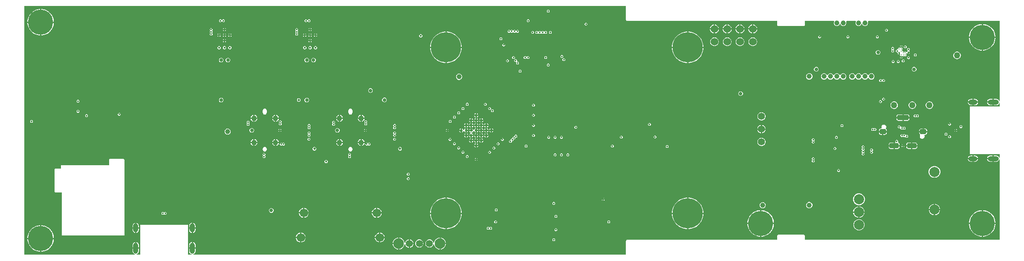
<source format=gbr>
%TF.GenerationSoftware,Altium Limited,Altium Designer,22.4.2 (48)*%
G04 Layer_Physical_Order=7*
G04 Layer_Color=10027212*
%FSLAX26Y26*%
%MOIN*%
%TF.SameCoordinates,8C98EB32-1E12-42CD-A60B-9DA89663A72C*%
%TF.FilePolarity,Positive*%
%TF.FileFunction,Copper,L7,Inr,Signal*%
%TF.Part,Single*%
G01*
G75*
%TA.AperFunction,ComponentPad*%
%ADD76C,0.078740*%
%ADD77O,0.086614X0.039370*%
%ADD78O,0.070866X0.039370*%
G04:AMPARAMS|DCode=79|XSize=74.803mil|YSize=39.37mil|CornerRadius=9.842mil|HoleSize=0mil|Usage=FLASHONLY|Rotation=180.000|XOffset=0mil|YOffset=0mil|HoleType=Round|Shape=RoundedRectangle|*
%AMROUNDEDRECTD79*
21,1,0.074803,0.019685,0,0,180.0*
21,1,0.055118,0.039370,0,0,180.0*
1,1,0.019685,-0.027559,0.009843*
1,1,0.019685,0.027559,0.009843*
1,1,0.019685,0.027559,-0.009843*
1,1,0.019685,-0.027559,-0.009843*
%
%ADD79ROUNDEDRECTD79*%
G04:AMPARAMS|DCode=80|XSize=90.551mil|YSize=39.37mil|CornerRadius=9.842mil|HoleSize=0mil|Usage=FLASHONLY|Rotation=180.000|XOffset=0mil|YOffset=0mil|HoleType=Round|Shape=RoundedRectangle|*
%AMROUNDEDRECTD80*
21,1,0.090551,0.019685,0,0,180.0*
21,1,0.070866,0.039370,0,0,180.0*
1,1,0.019685,-0.035433,0.009843*
1,1,0.019685,0.035433,0.009843*
1,1,0.019685,0.035433,-0.009843*
1,1,0.019685,-0.035433,-0.009843*
%
%ADD80ROUNDEDRECTD80*%
G04:AMPARAMS|DCode=81|XSize=51.181mil|YSize=39.37mil|CornerRadius=9.842mil|HoleSize=0mil|Usage=FLASHONLY|Rotation=0.000|XOffset=0mil|YOffset=0mil|HoleType=Round|Shape=RoundedRectangle|*
%AMROUNDEDRECTD81*
21,1,0.051181,0.019685,0,0,0.0*
21,1,0.031496,0.039370,0,0,0.0*
1,1,0.019685,0.015748,-0.009843*
1,1,0.019685,-0.015748,-0.009843*
1,1,0.019685,-0.015748,0.009843*
1,1,0.019685,0.015748,0.009843*
%
%ADD81ROUNDEDRECTD81*%
%ADD82C,0.043307*%
%ADD83C,0.055118*%
%ADD84C,0.082677*%
%ADD85C,0.196850*%
%ADD86C,0.066929*%
%ADD87C,0.236220*%
%ADD88C,0.060000*%
%ADD89O,0.039370X0.086614*%
%ADD90O,0.039370X0.070866*%
%TA.AperFunction,ViaPad*%
%ADD91C,0.017716*%
%ADD92C,0.013780*%
%ADD93C,0.011811*%
%ADD94C,0.027559*%
%ADD95C,0.039370*%
%ADD96C,0.050000*%
%ADD97C,0.023622*%
%ADD99C,0.019685*%
G36*
X7076419Y3818899D02*
X7076453Y3818726D01*
X7076425Y3818552D01*
X7076801Y3816949D01*
X7077068Y3815319D01*
X7077068Y3815318D01*
X7077161Y3815169D01*
X7077195Y3814997D01*
X7077293Y3814851D01*
X7077333Y3814679D01*
X7078295Y3813340D01*
X7079165Y3811938D01*
X7079308Y3811835D01*
X7079405Y3811690D01*
X7079406Y3811689D01*
X7079406Y3811689D01*
X7079551Y3811592D01*
X7079654Y3811448D01*
X7081055Y3810579D01*
X7082396Y3809616D01*
X7082568Y3809576D01*
X7082714Y3809478D01*
X7082886Y3809444D01*
X7083035Y3809352D01*
X7083036Y3809351D01*
X7084665Y3809084D01*
X7086269Y3808708D01*
X7086442Y3808737D01*
X7086616Y3808702D01*
X8257521D01*
Y3779529D01*
X8257556Y3779356D01*
X8257527Y3779182D01*
X8257903Y3777579D01*
X8258170Y3775949D01*
X8258171Y3775948D01*
X8258263Y3775799D01*
X8258297Y3775627D01*
X8258395Y3775481D01*
X8258435Y3775309D01*
X8259398Y3773970D01*
X8260267Y3772568D01*
X8260410Y3772465D01*
X8260507Y3772320D01*
X8260508Y3772319D01*
X8260508Y3772318D01*
X8260653Y3772222D01*
X8260756Y3772078D01*
X8262158Y3771209D01*
X8263498Y3770246D01*
X8263670Y3770206D01*
X8263816Y3770108D01*
X8263988Y3770074D01*
X8264137Y3769982D01*
X8264138Y3769981D01*
X8265767Y3769715D01*
X8267371Y3769338D01*
X8267545Y3769367D01*
X8267718Y3769332D01*
X8464565D01*
X8464739Y3769367D01*
X8464912Y3769338D01*
X8466516Y3769714D01*
X8468145Y3769981D01*
X8468146Y3769982D01*
X8468295Y3770074D01*
X8468467Y3770108D01*
X8468614Y3770206D01*
X8468785Y3770246D01*
X8470125Y3771209D01*
X8471527Y3772078D01*
X8471630Y3772222D01*
X8471775Y3772318D01*
X8471775Y3772319D01*
X8471776Y3772320D01*
X8471873Y3772465D01*
X8472016Y3772568D01*
X8472885Y3773969D01*
X8473848Y3775309D01*
X8473889Y3775481D01*
X8473986Y3775627D01*
X8474021Y3775799D01*
X8474113Y3775948D01*
X8474113Y3775949D01*
X8474380Y3777578D01*
X8474756Y3779183D01*
X8474728Y3779356D01*
X8474762Y3779529D01*
Y3808702D01*
X8701243D01*
X8704525Y3803702D01*
X8702165Y3798006D01*
Y3788608D01*
X8705762Y3779926D01*
X8712407Y3773281D01*
X8721089Y3769685D01*
X8730486D01*
X8739168Y3773281D01*
X8745813Y3779926D01*
X8748081Y3785402D01*
X8753493D01*
X8755762Y3779926D01*
X8762407Y3773281D01*
X8771089Y3769685D01*
X8780486D01*
X8789168Y3773281D01*
X8795813Y3779926D01*
X8799409Y3788608D01*
Y3798006D01*
X8797050Y3803702D01*
X8800332Y3808702D01*
X8871715D01*
X8874997Y3803702D01*
X8872638Y3798006D01*
Y3788608D01*
X8876234Y3779926D01*
X8882879Y3773281D01*
X8891561Y3769685D01*
X8900959D01*
X8909641Y3773281D01*
X8916286Y3779926D01*
X8918554Y3785402D01*
X8923966D01*
X8926234Y3779926D01*
X8932879Y3773281D01*
X8941561Y3769685D01*
X8950959D01*
X8959641Y3773281D01*
X8966286Y3779926D01*
X8969882Y3788608D01*
Y3798006D01*
X8967522Y3803702D01*
X8970804Y3808702D01*
X9999647D01*
Y3179102D01*
X9994647Y3178610D01*
X9993651Y3183617D01*
X9988213Y3191756D01*
X9980073Y3197194D01*
X9970472Y3199104D01*
X9951772D01*
Y3174016D01*
Y3148927D01*
X9970472D01*
X9980073Y3150837D01*
X9988213Y3156276D01*
X9993651Y3164415D01*
X9994647Y3169422D01*
X9999647Y3168929D01*
Y3138907D01*
X9769685D01*
X9768902Y3138583D01*
X9765748D01*
Y3135429D01*
X9765424Y3134646D01*
Y2770866D01*
X9765748Y2770083D01*
Y2766929D01*
X9768902D01*
X9769685Y2766605D01*
X9999647D01*
Y2736582D01*
X9994647Y2736090D01*
X9993651Y2741097D01*
X9988213Y2749236D01*
X9980073Y2754675D01*
X9970472Y2756584D01*
X9951772D01*
Y2731496D01*
Y2706408D01*
X9970472D01*
X9980073Y2708317D01*
X9988213Y2713756D01*
X9993651Y2721895D01*
X9994647Y2726902D01*
X9999647Y2726410D01*
Y2096810D01*
X8474762D01*
Y2125983D01*
X8474728Y2126156D01*
X8474756Y2126329D01*
X8474380Y2127933D01*
X8474113Y2129563D01*
X8474113Y2129564D01*
X8474021Y2129713D01*
X8473986Y2129885D01*
X8473888Y2130031D01*
X8473848Y2130203D01*
X8472886Y2131542D01*
X8472016Y2132944D01*
X8471873Y2133047D01*
X8471776Y2133192D01*
X8471775Y2133193D01*
X8471775Y2133193D01*
X8471630Y2133290D01*
X8471527Y2133434D01*
X8470126Y2134302D01*
X8468785Y2135266D01*
X8468613Y2135306D01*
X8468467Y2135404D01*
X8468295Y2135438D01*
X8468146Y2135530D01*
X8468145Y2135530D01*
X8466517Y2135797D01*
X8464912Y2136174D01*
X8464739Y2136145D01*
X8464565Y2136180D01*
X8267718D01*
X8267544Y2136145D01*
X8267371Y2136173D01*
X8265767Y2135798D01*
X8264138Y2135530D01*
X8264137Y2135530D01*
X8263988Y2135438D01*
X8263816Y2135404D01*
X8263670Y2135306D01*
X8263498Y2135265D01*
X8262158Y2134303D01*
X8260756Y2133434D01*
X8260653Y2133290D01*
X8260508Y2133193D01*
X8260508Y2133193D01*
X8260507Y2133192D01*
X8260410Y2133047D01*
X8260267Y2132944D01*
X8259398Y2131543D01*
X8258435Y2130203D01*
X8258395Y2130031D01*
X8258297Y2129885D01*
X8258263Y2129713D01*
X8258171Y2129564D01*
X8258170Y2129563D01*
X8257903Y2127934D01*
X8257527Y2126329D01*
X8257556Y2126156D01*
X8257521Y2125983D01*
Y2096810D01*
X7086616D01*
X7086442Y2096775D01*
X7086269Y2096803D01*
X7084665Y2096427D01*
X7083036Y2096160D01*
X7083035Y2096160D01*
X7082886Y2096068D01*
X7082714Y2096034D01*
X7082568Y2095936D01*
X7082396Y2095895D01*
X7081056Y2094933D01*
X7079654Y2094063D01*
X7079551Y2093920D01*
X7079406Y2093823D01*
X7079406Y2093823D01*
X7079405Y2093822D01*
X7079308Y2093677D01*
X7079165Y2093574D01*
X7078296Y2092173D01*
X7077333Y2090832D01*
X7077293Y2090661D01*
X7077195Y2090514D01*
X7077161Y2090342D01*
X7077068Y2090193D01*
X7077068Y2090193D01*
X7076801Y2088564D01*
X7076425Y2086959D01*
X7076453Y2086786D01*
X7076419Y2086613D01*
Y1978699D01*
X3690913D01*
X3690420Y1983699D01*
X3695428Y1984695D01*
X3703567Y1990134D01*
X3709005Y1998273D01*
X3710915Y2007874D01*
Y2026575D01*
X3660738D01*
Y2007874D01*
X3662648Y1998273D01*
X3668086Y1990134D01*
X3676226Y1984695D01*
X3681233Y1983699D01*
X3680741Y1978699D01*
X3650718D01*
Y2208661D01*
X3650394Y2209445D01*
Y2212598D01*
X3647240D01*
X3646457Y2212923D01*
X3282677D01*
X3281894Y2212598D01*
X3278740D01*
Y2209445D01*
X3278416Y2208661D01*
Y1978699D01*
X3248393D01*
X3247901Y1983699D01*
X3252908Y1984695D01*
X3261047Y1990134D01*
X3266486Y1998273D01*
X3268396Y2007874D01*
Y2026575D01*
X3218219D01*
Y2007874D01*
X3220128Y1998273D01*
X3225567Y1990134D01*
X3233706Y1984695D01*
X3238713Y1983699D01*
X3238221Y1978699D01*
X2372400D01*
Y3926812D01*
X7076419D01*
Y3818899D01*
D02*
G37*
%LPC*%
G36*
X6470658Y3896653D02*
X6466350D01*
X6462371Y3895005D01*
X6459325Y3891960D01*
X6457677Y3887980D01*
Y3883673D01*
X6459325Y3879694D01*
X6462371Y3876648D01*
X6466350Y3875000D01*
X6470658D01*
X6474637Y3876648D01*
X6477682Y3879694D01*
X6479331Y3883673D01*
Y3887980D01*
X6477682Y3891960D01*
X6474637Y3895005D01*
X6470658Y3896653D01*
D02*
G37*
G36*
X4600579Y3821850D02*
X4596272D01*
X4592292Y3820202D01*
X4589247Y3817156D01*
X4588828Y3816146D01*
X4583416D01*
X4582997Y3817156D01*
X4579952Y3820202D01*
X4575972Y3821850D01*
X4571665D01*
X4567686Y3820202D01*
X4564641Y3817156D01*
X4562992Y3813177D01*
Y3808870D01*
X4564641Y3804891D01*
X4567686Y3801845D01*
X4571665Y3800197D01*
X4575972D01*
X4579952Y3801845D01*
X4582997Y3804891D01*
X4583416Y3805902D01*
X4588828D01*
X4589247Y3804891D01*
X4592292Y3801845D01*
X4596272Y3800197D01*
X4600579D01*
X4604558Y3801845D01*
X4607604Y3804891D01*
X4609252Y3808870D01*
Y3813177D01*
X4607604Y3817156D01*
X4604558Y3820202D01*
X4600579Y3821850D01*
D02*
G37*
G36*
X3931287D02*
X3926980D01*
X3923001Y3820202D01*
X3919956Y3817156D01*
X3919537Y3816146D01*
X3914125D01*
X3913706Y3817156D01*
X3910660Y3820202D01*
X3906681Y3821850D01*
X3902374D01*
X3898395Y3820202D01*
X3895349Y3817156D01*
X3893701Y3813177D01*
Y3808870D01*
X3895349Y3804891D01*
X3898395Y3801845D01*
X3902374Y3800197D01*
X3906681D01*
X3910660Y3801845D01*
X3913706Y3804891D01*
X3914125Y3805902D01*
X3919537D01*
X3919956Y3804891D01*
X3923001Y3801845D01*
X3926980Y3800197D01*
X3931287D01*
X3935267Y3801845D01*
X3938312Y3804891D01*
X3939961Y3808870D01*
Y3813177D01*
X3938312Y3817156D01*
X3935267Y3820202D01*
X3931287Y3821850D01*
D02*
G37*
G36*
X2508133Y3902559D02*
X2504921D01*
Y3804134D01*
X2603347D01*
Y3807346D01*
X2600802Y3823413D01*
X2595775Y3838884D01*
X2588390Y3853378D01*
X2578828Y3866538D01*
X2567326Y3878041D01*
X2554165Y3887602D01*
X2539671Y3894988D01*
X2524200Y3900014D01*
X2508133Y3902559D01*
D02*
G37*
G36*
X2495079D02*
X2491867D01*
X2475800Y3900014D01*
X2460329Y3894988D01*
X2445835Y3887602D01*
X2432674Y3878041D01*
X2421172Y3866538D01*
X2411610Y3853378D01*
X2404225Y3838884D01*
X2399198Y3823413D01*
X2396653Y3807346D01*
Y3804134D01*
X2495079D01*
Y3902559D01*
D02*
G37*
G36*
X6313177Y3821850D02*
X6308870D01*
X6304891Y3820202D01*
X6301845Y3817156D01*
X6300197Y3813177D01*
Y3808870D01*
X6301845Y3804891D01*
X6304891Y3801845D01*
X6308870Y3800197D01*
X6313177D01*
X6317156Y3801845D01*
X6320202Y3804891D01*
X6321850Y3808870D01*
Y3813177D01*
X6320202Y3817156D01*
X6317156Y3820202D01*
X6313177Y3821850D01*
D02*
G37*
G36*
X6765933Y3795276D02*
X6761626D01*
X6757647Y3793627D01*
X6754601Y3790582D01*
X6752953Y3786602D01*
Y3782295D01*
X6754601Y3778316D01*
X6757647Y3775270D01*
X6761626Y3773622D01*
X6765933D01*
X6769912Y3775270D01*
X6772958Y3778316D01*
X6774606Y3782295D01*
Y3786602D01*
X6772958Y3790582D01*
X6769912Y3793627D01*
X6765933Y3795276D01*
D02*
G37*
G36*
X8072638Y3781685D02*
Y3751772D01*
X8102551D01*
X8100258Y3760329D01*
X8095660Y3768293D01*
X8089159Y3774794D01*
X8081196Y3779392D01*
X8072638Y3781685D01*
D02*
G37*
G36*
X7972638D02*
Y3751772D01*
X8002551D01*
X8000258Y3760329D01*
X7995660Y3768293D01*
X7989159Y3774794D01*
X7981196Y3779392D01*
X7972638Y3781685D01*
D02*
G37*
G36*
X7872638D02*
Y3751772D01*
X7902551D01*
X7900258Y3760329D01*
X7895660Y3768293D01*
X7889159Y3774794D01*
X7881196Y3779392D01*
X7872638Y3781685D01*
D02*
G37*
G36*
X8062796Y3781685D02*
X8054237Y3779392D01*
X8046274Y3774794D01*
X8039773Y3768293D01*
X8035175Y3760329D01*
X8032882Y3751772D01*
X8062796D01*
Y3781685D01*
D02*
G37*
G36*
X7962796D02*
X7954237Y3779392D01*
X7946274Y3774794D01*
X7939773Y3768293D01*
X7935175Y3760329D01*
X7932882Y3751772D01*
X7962796D01*
Y3781685D01*
D02*
G37*
G36*
X7862796D02*
X7854237Y3779392D01*
X7846274Y3774794D01*
X7839773Y3768293D01*
X7835175Y3760329D01*
X7832882Y3751772D01*
X7862796D01*
Y3781685D01*
D02*
G37*
G36*
X7772638Y3781685D02*
Y3751771D01*
X7802551D01*
X7800258Y3760329D01*
X7795660Y3768293D01*
X7789159Y3774794D01*
X7781196Y3779392D01*
X7772638Y3781685D01*
D02*
G37*
G36*
X7762796Y3781685D02*
X7754237Y3779392D01*
X7746274Y3774794D01*
X7739773Y3768293D01*
X7735175Y3760329D01*
X7732882Y3751771D01*
X7762796D01*
Y3781685D01*
D02*
G37*
G36*
X4611220Y3756072D02*
Y3748031D01*
X4619261D01*
X4618048Y3750960D01*
X4614149Y3754859D01*
X4611220Y3756072D01*
D02*
G37*
G36*
X4601378D02*
X4598449Y3754859D01*
X4594551Y3750960D01*
X4593338Y3748031D01*
X4601378D01*
Y3756072D01*
D02*
G37*
G36*
X3941929D02*
Y3748031D01*
X3949970D01*
X3948756Y3750960D01*
X3944858Y3754859D01*
X3941929Y3756072D01*
D02*
G37*
G36*
X3932087D02*
X3929158Y3754859D01*
X3925260Y3750960D01*
X3924046Y3748031D01*
X3932087D01*
Y3756072D01*
D02*
G37*
G36*
X6230500Y3739173D02*
X6226193D01*
X6222214Y3737525D01*
X6219168Y3734479D01*
X6213903D01*
X6210857Y3737525D01*
X6206878Y3739173D01*
X6202571D01*
X6198592Y3737525D01*
X6196564Y3735497D01*
X6193560Y3734885D01*
X6190556Y3735497D01*
X6188528Y3737525D01*
X6184549Y3739173D01*
X6180242D01*
X6176263Y3737525D01*
X6175173Y3736435D01*
X6171906Y3735039D01*
X6168640Y3736435D01*
X6167550Y3737525D01*
X6163571Y3739173D01*
X6159264D01*
X6155284Y3737525D01*
X6152239Y3734479D01*
X6150591Y3730500D01*
Y3726193D01*
X6152239Y3722214D01*
X6155284Y3719168D01*
X6159264Y3717520D01*
X6163571D01*
X6167550Y3719168D01*
X6168640Y3720258D01*
X6171906Y3721654D01*
X6175173Y3720258D01*
X6176263Y3719168D01*
X6180242Y3717520D01*
X6184549D01*
X6188528Y3719168D01*
X6190556Y3721196D01*
X6193560Y3721809D01*
X6196564Y3721196D01*
X6198592Y3719168D01*
X6202571Y3717520D01*
X6206878D01*
X6210857Y3719168D01*
X6213903Y3722214D01*
X6219168D01*
X6222214Y3719168D01*
X6226193Y3717520D01*
X6230500D01*
X6234479Y3719168D01*
X6237525Y3722214D01*
X6239173Y3726193D01*
Y3730500D01*
X6237525Y3734479D01*
X6234479Y3737525D01*
X6230500Y3739173D01*
D02*
G37*
G36*
X4619261Y3738189D02*
X4611220D01*
Y3730149D01*
X4614149Y3731362D01*
X4618048Y3735260D01*
X4619261Y3738189D01*
D02*
G37*
G36*
X4601378D02*
X4593338D01*
X4594551Y3735260D01*
X4598449Y3731362D01*
X4601378Y3730149D01*
Y3738189D01*
D02*
G37*
G36*
X3949970D02*
X3941929D01*
Y3730149D01*
X3944858Y3731362D01*
X3948756Y3735260D01*
X3949970Y3738189D01*
D02*
G37*
G36*
X3932087D02*
X3924046D01*
X3925260Y3735260D01*
X3929158Y3731362D01*
X3932087Y3730149D01*
Y3738189D01*
D02*
G37*
G36*
X6450972Y3731299D02*
X6446665D01*
X6442686Y3729651D01*
X6439641Y3726605D01*
X6434375D01*
X6431330Y3729651D01*
X6427350Y3731299D01*
X6423043D01*
X6419064Y3729651D01*
X6416019Y3726605D01*
X6410753D01*
X6407708Y3729651D01*
X6403728Y3731299D01*
X6399421D01*
X6395442Y3729651D01*
X6392396Y3726605D01*
X6387131D01*
X6384086Y3729651D01*
X6380106Y3731299D01*
X6375799D01*
X6371820Y3729651D01*
X6368774Y3726605D01*
X6367126Y3722626D01*
Y3718319D01*
X6368774Y3714340D01*
X6371820Y3711294D01*
X6375799Y3709646D01*
X6380106D01*
X6384086Y3711294D01*
X6387131Y3714340D01*
X6392396D01*
X6395442Y3711294D01*
X6399421Y3709646D01*
X6403728D01*
X6407708Y3711294D01*
X6410753Y3714340D01*
X6416019D01*
X6419064Y3711294D01*
X6423043Y3709646D01*
X6427350D01*
X6431330Y3711294D01*
X6434375Y3714340D01*
X6439641D01*
X6442686Y3711294D01*
X6446665Y3709646D01*
X6450972D01*
X6454952Y3711294D01*
X6457997Y3714340D01*
X6459646Y3718319D01*
Y3722626D01*
X6457997Y3726605D01*
X6454952Y3729651D01*
X6450972Y3731299D01*
D02*
G37*
G36*
X9115343Y3748031D02*
X9111035D01*
X9107056Y3746383D01*
X9104011Y3743338D01*
X9102362Y3739358D01*
Y3735051D01*
X9104011Y3731072D01*
X9107056Y3728026D01*
X9111035Y3726378D01*
X9115343D01*
X9119322Y3728026D01*
X9122367Y3731072D01*
X9124016Y3735051D01*
Y3739358D01*
X9122367Y3743338D01*
X9119322Y3746383D01*
X9115343Y3748031D01*
D02*
G37*
G36*
X7802551Y3741929D02*
X7772638D01*
Y3712016D01*
X7781196Y3714309D01*
X7789159Y3718906D01*
X7795660Y3725408D01*
X7800258Y3733371D01*
X7802551Y3741929D01*
D02*
G37*
G36*
X8002551Y3741930D02*
X7972638D01*
Y3712016D01*
X7981196Y3714309D01*
X7989159Y3718906D01*
X7995660Y3725408D01*
X8000258Y3733371D01*
X8002551Y3741930D01*
D02*
G37*
G36*
X7902551D02*
X7872638D01*
Y3712016D01*
X7881196Y3714309D01*
X7889159Y3718906D01*
X7895660Y3725408D01*
X7900258Y3733371D01*
X7902551Y3741930D01*
D02*
G37*
G36*
X8102551D02*
X8072638D01*
Y3712016D01*
X8081196Y3714309D01*
X8089159Y3718906D01*
X8095660Y3725408D01*
X8100258Y3733371D01*
X8102551Y3741930D01*
D02*
G37*
G36*
X8062796D02*
X8032882D01*
X8035175Y3733371D01*
X8039773Y3725408D01*
X8046274Y3718906D01*
X8054237Y3714309D01*
X8062796Y3712016D01*
Y3741930D01*
D02*
G37*
G36*
X7962796D02*
X7932882D01*
X7935175Y3733371D01*
X7939773Y3725408D01*
X7946274Y3718906D01*
X7954237Y3714309D01*
X7962796Y3712016D01*
Y3741930D01*
D02*
G37*
G36*
X7862796D02*
X7832882D01*
X7835175Y3733371D01*
X7839773Y3725408D01*
X7846274Y3718906D01*
X7854237Y3714309D01*
X7862796Y3712016D01*
Y3741930D01*
D02*
G37*
G36*
X7762796Y3741929D02*
X7732882D01*
X7735175Y3733371D01*
X7739773Y3725408D01*
X7746274Y3718906D01*
X7754237Y3714309D01*
X7762796Y3712016D01*
Y3741929D01*
D02*
G37*
G36*
X6348610Y3731299D02*
X6344303D01*
X6340324Y3729651D01*
X6337278Y3726605D01*
X6335630Y3722626D01*
Y3718319D01*
X6337278Y3714340D01*
X6340324Y3711294D01*
X6344303Y3709646D01*
X6348610D01*
X6352590Y3711294D01*
X6355635Y3714340D01*
X6357283Y3718319D01*
Y3722626D01*
X6355635Y3726605D01*
X6352590Y3729651D01*
X6348610Y3731299D01*
D02*
G37*
G36*
X6486406Y3730315D02*
X6482098D01*
X6478119Y3728667D01*
X6475074Y3725621D01*
X6473425Y3721642D01*
Y3717335D01*
X6475074Y3713355D01*
X6478119Y3710310D01*
X6482098Y3708662D01*
X6486406D01*
X6490385Y3710310D01*
X6493430Y3713355D01*
X6495079Y3717335D01*
Y3721642D01*
X6493430Y3725621D01*
X6490385Y3728667D01*
X6486406Y3730315D01*
D02*
G37*
G36*
X4653543Y3712371D02*
Y3704331D01*
X4661584D01*
X4660370Y3707259D01*
X4656472Y3711158D01*
X4653543Y3712371D01*
D02*
G37*
G36*
X4643701D02*
X4640772Y3711158D01*
X4636874Y3707259D01*
X4635660Y3704331D01*
X4643701D01*
Y3712371D01*
D02*
G37*
G36*
X4611220D02*
Y3704331D01*
X4619261D01*
X4618048Y3707259D01*
X4614149Y3711158D01*
X4611220Y3712371D01*
D02*
G37*
G36*
X4601378D02*
X4598449Y3711158D01*
X4594551Y3707259D01*
X4593338Y3704331D01*
X4601378D01*
Y3712371D01*
D02*
G37*
G36*
X4568898D02*
Y3704331D01*
X4576938D01*
X4575725Y3707259D01*
X4571826Y3711158D01*
X4568898Y3712371D01*
D02*
G37*
G36*
X4559055D02*
X4556126Y3711158D01*
X4552228Y3707259D01*
X4551015Y3704331D01*
X4559055D01*
Y3712371D01*
D02*
G37*
G36*
X3984252D02*
Y3704331D01*
X3992292D01*
X3991079Y3707259D01*
X3987181Y3711158D01*
X3984252Y3712371D01*
D02*
G37*
G36*
X3974410D02*
X3971481Y3711158D01*
X3967582Y3707259D01*
X3966369Y3704331D01*
X3974410D01*
Y3712371D01*
D02*
G37*
G36*
X3941929D02*
Y3704331D01*
X3949970D01*
X3948756Y3707259D01*
X3944858Y3711158D01*
X3941929Y3712371D01*
D02*
G37*
G36*
X3932087D02*
X3929158Y3711158D01*
X3925260Y3707259D01*
X3924046Y3704331D01*
X3932087D01*
Y3712371D01*
D02*
G37*
G36*
X3899606D02*
Y3704331D01*
X3907647D01*
X3906434Y3707259D01*
X3902535Y3711158D01*
X3899606Y3712371D01*
D02*
G37*
G36*
X3889764D02*
X3886835Y3711158D01*
X3882937Y3707259D01*
X3881724Y3704331D01*
X3889764D01*
Y3712371D01*
D02*
G37*
G36*
X4504122Y3752953D02*
X4499815D01*
X4495836Y3751304D01*
X4492790Y3748259D01*
X4491142Y3744280D01*
Y3739972D01*
X4492790Y3735993D01*
X4495516Y3733268D01*
X4492790Y3730542D01*
X4491142Y3726563D01*
Y3722256D01*
X4492790Y3718277D01*
X4495516Y3715551D01*
X4492790Y3712826D01*
X4491142Y3708847D01*
Y3704539D01*
X4492790Y3700560D01*
X4495836Y3697515D01*
X4499815Y3695866D01*
X4504122D01*
X4508101Y3697515D01*
X4511147Y3700560D01*
X4512795Y3704539D01*
Y3708847D01*
X4511147Y3712826D01*
X4508421Y3715551D01*
X4511147Y3718277D01*
X4512795Y3722256D01*
Y3726563D01*
X4511147Y3730542D01*
X4508421Y3733268D01*
X4511147Y3735993D01*
X4512795Y3739972D01*
Y3744280D01*
X4511147Y3748259D01*
X4508101Y3751304D01*
X4504122Y3752953D01*
D02*
G37*
G36*
X3834831D02*
X3830523D01*
X3826544Y3751304D01*
X3823499Y3748259D01*
X3821850Y3744280D01*
Y3739972D01*
X3823499Y3735993D01*
X3826224Y3733268D01*
X3823499Y3730542D01*
X3821851Y3726563D01*
Y3722256D01*
X3823499Y3718277D01*
X3826224Y3715551D01*
X3823499Y3712826D01*
X3821850Y3708847D01*
Y3704539D01*
X3823499Y3700560D01*
X3826544Y3697515D01*
X3830523Y3695866D01*
X3834831D01*
X3838810Y3697515D01*
X3841856Y3700560D01*
X3843504Y3704539D01*
Y3708847D01*
X3841856Y3712826D01*
X3839130Y3715551D01*
X3841856Y3718277D01*
X3843504Y3722256D01*
Y3726563D01*
X3841856Y3730542D01*
X3839130Y3733268D01*
X3841856Y3735993D01*
X3843504Y3739972D01*
Y3744280D01*
X3841856Y3748259D01*
X3838810Y3751304D01*
X3834831Y3752953D01*
D02*
G37*
G36*
X2603347Y3794291D02*
X2504921D01*
Y3695866D01*
X2508133D01*
X2524200Y3698411D01*
X2539671Y3703438D01*
X2554165Y3710823D01*
X2567326Y3720384D01*
X2578828Y3731887D01*
X2588390Y3745047D01*
X2595775Y3759541D01*
X2600802Y3775012D01*
X2603347Y3791079D01*
Y3794291D01*
D02*
G37*
G36*
X2495079D02*
X2396653D01*
Y3791079D01*
X2399198Y3775012D01*
X2404225Y3759541D01*
X2411610Y3745047D01*
X2421172Y3731887D01*
X2432674Y3720384D01*
X2445835Y3710823D01*
X2460329Y3703438D01*
X2475800Y3698411D01*
X2491867Y3695866D01*
X2495079D01*
Y3794291D01*
D02*
G37*
G36*
X4661584Y3694488D02*
X4653543D01*
Y3686448D01*
X4656472Y3687661D01*
X4660370Y3691559D01*
X4661584Y3694488D01*
D02*
G37*
G36*
X4643701D02*
X4635660D01*
X4636874Y3691559D01*
X4640772Y3687661D01*
X4643701Y3686448D01*
Y3694488D01*
D02*
G37*
G36*
X4619261D02*
X4611220D01*
Y3686448D01*
X4614149Y3687661D01*
X4618048Y3691559D01*
X4619261Y3694488D01*
D02*
G37*
G36*
X4601378D02*
X4593338D01*
X4594551Y3691559D01*
X4598449Y3687661D01*
X4601378Y3686448D01*
Y3694488D01*
D02*
G37*
G36*
X4576938D02*
X4568898D01*
Y3686448D01*
X4571826Y3687661D01*
X4575725Y3691559D01*
X4576938Y3694488D01*
D02*
G37*
G36*
X4559055D02*
X4551015D01*
X4552228Y3691559D01*
X4556126Y3687661D01*
X4559055Y3686448D01*
Y3694488D01*
D02*
G37*
G36*
X3992292D02*
X3984252D01*
Y3686448D01*
X3987181Y3687661D01*
X3991079Y3691559D01*
X3992292Y3694488D01*
D02*
G37*
G36*
X3974410D02*
X3966369D01*
X3967582Y3691559D01*
X3971481Y3687661D01*
X3974410Y3686448D01*
Y3694488D01*
D02*
G37*
G36*
X3949970D02*
X3941929D01*
Y3686448D01*
X3944858Y3687661D01*
X3948756Y3691559D01*
X3949970Y3694488D01*
D02*
G37*
G36*
X3932087D02*
X3924046D01*
X3925260Y3691559D01*
X3929158Y3687661D01*
X3932087Y3686448D01*
Y3694488D01*
D02*
G37*
G36*
X3907647D02*
X3899606D01*
Y3686448D01*
X3902535Y3687661D01*
X3906434Y3691559D01*
X3907647Y3694488D01*
D02*
G37*
G36*
X3889764D02*
X3881724D01*
X3882937Y3691559D01*
X3886835Y3687661D01*
X3889764Y3686448D01*
Y3694488D01*
D02*
G37*
G36*
X9870338Y3784449D02*
X9867126D01*
Y3686024D01*
X9965551D01*
Y3689236D01*
X9963006Y3705303D01*
X9957980Y3720774D01*
X9950595Y3735268D01*
X9941033Y3748428D01*
X9929530Y3759931D01*
X9916370Y3769492D01*
X9901876Y3776877D01*
X9886405Y3781904D01*
X9870338Y3784449D01*
D02*
G37*
G36*
X9857283D02*
X9854071D01*
X9838004Y3781904D01*
X9822533Y3776877D01*
X9808039Y3769492D01*
X9794879Y3759931D01*
X9783376Y3748428D01*
X9773815Y3735268D01*
X9766430Y3720774D01*
X9761403Y3705303D01*
X9758858Y3689236D01*
Y3686024D01*
X9857283D01*
Y3784449D01*
D02*
G37*
G36*
X5474986Y3705709D02*
X5469896D01*
X5465193Y3703761D01*
X5461594Y3700161D01*
X5459646Y3695459D01*
Y3690368D01*
X5461594Y3685666D01*
X5465193Y3682066D01*
X5469896Y3680118D01*
X5474986D01*
X5479689Y3682066D01*
X5483288Y3685666D01*
X5485236Y3690368D01*
Y3695459D01*
X5483288Y3700161D01*
X5479689Y3703761D01*
X5474986Y3705709D01*
D02*
G37*
G36*
X9043492Y3695866D02*
X9039185D01*
X9035206Y3694218D01*
X9032160Y3691172D01*
X9030512Y3687193D01*
Y3682886D01*
X9032160Y3678907D01*
X9035206Y3675861D01*
X9039185Y3674213D01*
X9043492D01*
X9047471Y3675861D01*
X9050517Y3678907D01*
X9052165Y3682886D01*
Y3687193D01*
X9050517Y3691172D01*
X9047471Y3694218D01*
X9043492Y3695866D01*
D02*
G37*
G36*
X8813177D02*
X8808870D01*
X8804891Y3694218D01*
X8801845Y3691172D01*
X8800197Y3687193D01*
Y3682886D01*
X8801845Y3678907D01*
X8804891Y3675861D01*
X8808870Y3674213D01*
X8813177D01*
X8817156Y3675861D01*
X8820202Y3678907D01*
X8821850Y3682886D01*
Y3687193D01*
X8820202Y3691172D01*
X8817156Y3694218D01*
X8813177Y3695866D01*
D02*
G37*
G36*
X8592705D02*
X8588398D01*
X8584418Y3694218D01*
X8581373Y3691172D01*
X8579725Y3687193D01*
Y3682886D01*
X8581373Y3678907D01*
X8584418Y3675861D01*
X8588398Y3674213D01*
X8592705D01*
X8596684Y3675861D01*
X8599730Y3678907D01*
X8601378Y3682886D01*
Y3687193D01*
X8599730Y3691172D01*
X8596684Y3694218D01*
X8592705Y3695866D01*
D02*
G37*
G36*
X4611220Y3668670D02*
Y3660630D01*
X4619261D01*
X4618048Y3663559D01*
X4614149Y3667457D01*
X4611220Y3668670D01*
D02*
G37*
G36*
X4601378D02*
X4598449Y3667457D01*
X4594551Y3663559D01*
X4593338Y3660630D01*
X4601378D01*
Y3668670D01*
D02*
G37*
G36*
X3941929D02*
Y3660630D01*
X3949970D01*
X3948756Y3663559D01*
X3944858Y3667457D01*
X3941929Y3668670D01*
D02*
G37*
G36*
X3932087D02*
X3929158Y3667457D01*
X3925260Y3663559D01*
X3924046Y3660630D01*
X3932087D01*
Y3668670D01*
D02*
G37*
G36*
X6100579Y3680118D02*
X6096272D01*
X6092292Y3678470D01*
X6089247Y3675424D01*
X6087599Y3671445D01*
Y3667138D01*
X6089247Y3663159D01*
X6092292Y3660113D01*
X6096272Y3658465D01*
X6100579D01*
X6104558Y3660113D01*
X6107604Y3663159D01*
X6109252Y3667138D01*
Y3671445D01*
X6107604Y3675424D01*
X6104558Y3678470D01*
X6100579Y3680118D01*
D02*
G37*
G36*
X4619261Y3650787D02*
X4611220D01*
Y3642747D01*
X4614149Y3643960D01*
X4618048Y3647859D01*
X4619261Y3650787D01*
D02*
G37*
G36*
X4601378D02*
X4593338D01*
X4594551Y3647859D01*
X4598449Y3643960D01*
X4601378Y3642747D01*
Y3650787D01*
D02*
G37*
G36*
X3949970D02*
X3941929D01*
Y3642747D01*
X3944858Y3643960D01*
X3948756Y3647859D01*
X3949970Y3650787D01*
D02*
G37*
G36*
X3932087D02*
X3924046D01*
X3925260Y3647859D01*
X3929158Y3643960D01*
X3932087Y3642747D01*
Y3650787D01*
D02*
G37*
G36*
X8072184Y3680787D02*
X8063249D01*
X8054617Y3678475D01*
X8046879Y3674007D01*
X8040560Y3667688D01*
X8036092Y3659950D01*
X8033779Y3651318D01*
Y3642383D01*
X8036092Y3633751D01*
X8040560Y3626013D01*
X8046879Y3619694D01*
X8054617Y3615226D01*
X8063249Y3612913D01*
X8072184D01*
X8080816Y3615226D01*
X8088554Y3619694D01*
X8094873Y3626013D01*
X8099341Y3633751D01*
X8101654Y3642383D01*
Y3651318D01*
X8099341Y3659950D01*
X8094873Y3667688D01*
X8088554Y3674007D01*
X8080816Y3678475D01*
X8072184Y3680787D01*
D02*
G37*
G36*
X7972184D02*
X7963249D01*
X7954617Y3678475D01*
X7946879Y3674007D01*
X7940560Y3667688D01*
X7936092Y3659950D01*
X7933779Y3651318D01*
Y3642383D01*
X7936092Y3633751D01*
X7940560Y3626013D01*
X7946879Y3619694D01*
X7954617Y3615226D01*
X7963249Y3612913D01*
X7972184D01*
X7980816Y3615226D01*
X7988554Y3619694D01*
X7994873Y3626013D01*
X7999341Y3633751D01*
X8001654Y3642383D01*
Y3651318D01*
X7999341Y3659950D01*
X7994873Y3667688D01*
X7988554Y3674007D01*
X7980816Y3678475D01*
X7972184Y3680787D01*
D02*
G37*
G36*
X7872184D02*
X7863249D01*
X7854617Y3678475D01*
X7846879Y3674007D01*
X7840560Y3667688D01*
X7836092Y3659950D01*
X7833779Y3651318D01*
Y3642383D01*
X7836092Y3633751D01*
X7840560Y3626013D01*
X7846879Y3619694D01*
X7854617Y3615226D01*
X7863249Y3612913D01*
X7872184D01*
X7880816Y3615226D01*
X7888554Y3619694D01*
X7894873Y3626013D01*
X7899341Y3633751D01*
X7901654Y3642383D01*
Y3651318D01*
X7899341Y3659950D01*
X7894873Y3667688D01*
X7888554Y3674007D01*
X7880816Y3678475D01*
X7872184Y3680787D01*
D02*
G37*
G36*
X7772184D02*
X7763249D01*
X7754617Y3678475D01*
X7746879Y3674007D01*
X7740560Y3667688D01*
X7736092Y3659950D01*
X7733779Y3651318D01*
Y3642383D01*
X7736092Y3633751D01*
X7740560Y3626013D01*
X7746879Y3619694D01*
X7754617Y3615226D01*
X7763249Y3612913D01*
X7772184D01*
X7780816Y3615226D01*
X7788554Y3619694D01*
X7794873Y3626013D01*
X7799341Y3633751D01*
X7801654Y3642383D01*
Y3651318D01*
X7799341Y3659950D01*
X7794873Y3667688D01*
X7788554Y3674007D01*
X7780816Y3678475D01*
X7772184Y3680787D01*
D02*
G37*
G36*
X9233268Y3616065D02*
Y3611220D01*
X9238112D01*
X9237592Y3612477D01*
X9234524Y3615545D01*
X9233268Y3616065D01*
D02*
G37*
G36*
X9223425D02*
X9222169Y3615545D01*
X9219101Y3612477D01*
X9218581Y3611220D01*
X9223425D01*
Y3616065D01*
D02*
G37*
G36*
X6122232Y3632874D02*
X6117925D01*
X6113946Y3631226D01*
X6110900Y3628180D01*
X6109252Y3624201D01*
Y3619894D01*
X6110900Y3615914D01*
X6113946Y3612869D01*
X6117925Y3611220D01*
X6122232D01*
X6126212Y3612869D01*
X6129257Y3615914D01*
X6130905Y3619894D01*
Y3624201D01*
X6129257Y3628180D01*
X6126212Y3631226D01*
X6122232Y3632874D01*
D02*
G37*
G36*
X7568738Y3725394D02*
X7563976D01*
Y3607284D01*
X7682087D01*
Y3612045D01*
X7679057Y3631172D01*
X7673073Y3649590D01*
X7664281Y3666845D01*
X7652898Y3682512D01*
X7639205Y3696205D01*
X7623538Y3707588D01*
X7606283Y3716380D01*
X7587865Y3722364D01*
X7568738Y3725394D01*
D02*
G37*
G36*
X7554134D02*
X7549372D01*
X7530245Y3722364D01*
X7511827Y3716380D01*
X7494573Y3707588D01*
X7478905Y3696205D01*
X7465212Y3682512D01*
X7453829Y3666845D01*
X7445037Y3649590D01*
X7439053Y3631172D01*
X7436024Y3612045D01*
Y3607284D01*
X7554134D01*
Y3725394D01*
D02*
G37*
G36*
X5678974D02*
X5674212D01*
Y3607284D01*
X5792323D01*
Y3612045D01*
X5789293Y3631172D01*
X5783309Y3649590D01*
X5774517Y3666845D01*
X5763134Y3682512D01*
X5749441Y3696205D01*
X5733774Y3707588D01*
X5716519Y3716380D01*
X5698101Y3722364D01*
X5678974Y3725394D01*
D02*
G37*
G36*
X5664370D02*
X5659609D01*
X5640481Y3722364D01*
X5622064Y3716380D01*
X5604809Y3707588D01*
X5589142Y3696205D01*
X5575448Y3682512D01*
X5564065Y3666845D01*
X5555274Y3649590D01*
X5549289Y3631172D01*
X5546260Y3612045D01*
Y3607284D01*
X5664370D01*
Y3725394D01*
D02*
G37*
G36*
X9261996Y3617126D02*
X9257689D01*
X9253710Y3615478D01*
X9250664Y3612432D01*
X9249016Y3608453D01*
Y3604146D01*
X9250664Y3600166D01*
X9253710Y3597121D01*
X9257689Y3595473D01*
X9261996D01*
X9265975Y3597121D01*
X9269021Y3600166D01*
X9270669Y3604146D01*
Y3608453D01*
X9269021Y3612432D01*
X9265975Y3615478D01*
X9261996Y3617126D01*
D02*
G37*
G36*
X4651167Y3612795D02*
X4646077D01*
X4641374Y3610847D01*
X4637775Y3607248D01*
X4635827Y3602545D01*
Y3597455D01*
X4637775Y3592752D01*
X4641374Y3589153D01*
X4646077Y3587205D01*
X4651167D01*
X4655870Y3589153D01*
X4659469Y3592752D01*
X4661417Y3597455D01*
Y3602545D01*
X4659469Y3607248D01*
X4655870Y3610847D01*
X4651167Y3612795D01*
D02*
G37*
G36*
X4608844D02*
X4603754D01*
X4599051Y3610847D01*
X4595452Y3607248D01*
X4593504Y3602545D01*
Y3597455D01*
X4595452Y3592752D01*
X4599051Y3589153D01*
X4603754Y3587205D01*
X4608844D01*
X4613547Y3589153D01*
X4617146Y3592752D01*
X4619094Y3597455D01*
Y3602545D01*
X4617146Y3607248D01*
X4613547Y3610847D01*
X4608844Y3612795D01*
D02*
G37*
G36*
X4566521D02*
X4561431D01*
X4556729Y3610847D01*
X4553129Y3607248D01*
X4551181Y3602545D01*
Y3597455D01*
X4553129Y3592752D01*
X4556729Y3589153D01*
X4561431Y3587205D01*
X4566521D01*
X4571224Y3589153D01*
X4574824Y3592752D01*
X4576772Y3597455D01*
Y3602545D01*
X4574824Y3607248D01*
X4571224Y3610847D01*
X4566521Y3612795D01*
D02*
G37*
G36*
X3981876D02*
X3976786D01*
X3972083Y3610847D01*
X3968483Y3607248D01*
X3966535Y3602545D01*
Y3597455D01*
X3968483Y3592752D01*
X3972083Y3589153D01*
X3976786Y3587205D01*
X3981876D01*
X3986579Y3589153D01*
X3990178Y3592752D01*
X3992126Y3597455D01*
Y3602545D01*
X3990178Y3607248D01*
X3986579Y3610847D01*
X3981876Y3612795D01*
D02*
G37*
G36*
X3939553D02*
X3934463D01*
X3929760Y3610847D01*
X3926161Y3607248D01*
X3924213Y3602545D01*
Y3597455D01*
X3926161Y3592752D01*
X3929760Y3589153D01*
X3934463Y3587205D01*
X3939553D01*
X3944256Y3589153D01*
X3947855Y3592752D01*
X3949803Y3597455D01*
Y3602545D01*
X3947855Y3607248D01*
X3944256Y3610847D01*
X3939553Y3612795D01*
D02*
G37*
G36*
X3897230D02*
X3892140D01*
X3887437Y3610847D01*
X3883838Y3607248D01*
X3881890Y3602545D01*
Y3597455D01*
X3883838Y3592752D01*
X3887437Y3589153D01*
X3892140Y3587205D01*
X3897230D01*
X3901933Y3589153D01*
X3905532Y3592752D01*
X3907480Y3597455D01*
Y3602545D01*
X3905532Y3607248D01*
X3901933Y3610847D01*
X3897230Y3612795D01*
D02*
G37*
G36*
X9965551Y3676181D02*
X9867126D01*
Y3577756D01*
X9870338D01*
X9886405Y3580301D01*
X9901876Y3585327D01*
X9916370Y3592713D01*
X9929530Y3602274D01*
X9941033Y3613777D01*
X9950595Y3626937D01*
X9957980Y3641431D01*
X9963006Y3656902D01*
X9965551Y3672969D01*
Y3676181D01*
D02*
G37*
G36*
X9857283D02*
X9758858D01*
Y3672969D01*
X9761403Y3656902D01*
X9766430Y3641431D01*
X9773815Y3626937D01*
X9783376Y3613777D01*
X9794879Y3602274D01*
X9808039Y3592713D01*
X9822533Y3585327D01*
X9838004Y3580301D01*
X9854071Y3577756D01*
X9857283D01*
Y3676181D01*
D02*
G37*
G36*
X9163571Y3605315D02*
X9159264D01*
X9155284Y3603667D01*
X9152239Y3600621D01*
X9150591Y3596642D01*
Y3592335D01*
X9152239Y3588355D01*
X9152682Y3587912D01*
X9154845Y3584646D01*
X9152682Y3581379D01*
X9152239Y3580936D01*
X9150591Y3576957D01*
Y3572650D01*
X9152239Y3568670D01*
X9155284Y3565625D01*
X9159264Y3563977D01*
X9163571D01*
X9167550Y3565625D01*
X9170596Y3568670D01*
X9172244Y3572650D01*
Y3576957D01*
X9170596Y3580936D01*
X9170152Y3581379D01*
X9167990Y3584646D01*
X9170152Y3587912D01*
X9170596Y3588355D01*
X9172244Y3592335D01*
Y3596642D01*
X9170596Y3600621D01*
X9167550Y3603667D01*
X9163571Y3605315D01*
D02*
G37*
G36*
X9295280Y3558071D02*
X9289370D01*
Y3552161D01*
X9291184Y3552912D01*
X9294528Y3556257D01*
X9295280Y3558071D01*
D02*
G37*
G36*
X9238112Y3601378D02*
X9214595D01*
X9213576Y3600394D01*
X9210641D01*
X9207023Y3598895D01*
X9204254Y3596126D01*
X9202756Y3592509D01*
Y3589488D01*
X9199961Y3586614D01*
X9198571Y3585630D01*
X9194697D01*
X9190718Y3583982D01*
X9187672Y3580936D01*
X9186024Y3576957D01*
Y3572650D01*
X9187672Y3568670D01*
X9190718Y3565625D01*
X9194697Y3563977D01*
X9196356D01*
X9199737Y3561991D01*
X9200709Y3559357D01*
Y3556690D01*
X9202519Y3552320D01*
X9205863Y3548976D01*
X9207677Y3548224D01*
Y3559055D01*
X9217520D01*
Y3544317D01*
X9218504Y3543220D01*
Y3541349D01*
X9220002Y3537732D01*
X9221549Y3536185D01*
X9219101Y3533737D01*
X9218581Y3532480D01*
X9242098D01*
X9243116Y3533465D01*
X9246052D01*
X9249670Y3534963D01*
X9251829Y3537123D01*
X9254156Y3534796D01*
X9257845Y3533268D01*
X9261840D01*
X9265529Y3534796D01*
X9268353Y3537620D01*
X9269882Y3541310D01*
Y3545304D01*
X9268353Y3548994D01*
X9266027Y3551320D01*
X9268186Y3553480D01*
X9269147Y3555799D01*
X9273929Y3556369D01*
X9274353Y3556296D01*
X9274369Y3556257D01*
X9277714Y3552912D01*
X9279528Y3552161D01*
Y3562992D01*
X9284449D01*
Y3567913D01*
X9295280D01*
X9294528Y3569727D01*
X9291748Y3572507D01*
X9291271Y3574526D01*
X9291499Y3578353D01*
X9293627Y3580481D01*
X9295275Y3584461D01*
Y3588768D01*
X9293627Y3592747D01*
X9290582Y3595793D01*
X9286602Y3597441D01*
X9282295D01*
X9278316Y3595793D01*
X9275270Y3592747D01*
X9273622Y3588768D01*
Y3584461D01*
X9275270Y3580481D01*
X9277399Y3578353D01*
X9277627Y3574526D01*
X9277149Y3572507D01*
X9274369Y3569727D01*
X9272928Y3566249D01*
X9270177Y3565310D01*
X9267559Y3565258D01*
X9265418Y3567399D01*
X9261800Y3568898D01*
X9257885D01*
X9254267Y3567399D01*
X9251968Y3565100D01*
X9249670Y3567399D01*
X9246052Y3568898D01*
X9242137D01*
X9241930Y3568812D01*
X9238103Y3572639D01*
X9238189Y3572845D01*
Y3576761D01*
X9236690Y3580378D01*
X9234392Y3582677D01*
X9236690Y3584976D01*
X9238189Y3588593D01*
Y3592509D01*
X9236690Y3596126D01*
X9235143Y3597673D01*
X9237592Y3600122D01*
X9238112Y3601378D01*
D02*
G37*
G36*
X9050768Y3580709D02*
X9043720D01*
X9037209Y3578011D01*
X9032225Y3573028D01*
X9029528Y3566516D01*
Y3559468D01*
X9032225Y3552956D01*
X9037209Y3547973D01*
X9043720Y3545276D01*
X9050768D01*
X9057280Y3547973D01*
X9062263Y3552956D01*
X9064961Y3559468D01*
Y3566516D01*
X9062263Y3573028D01*
X9057280Y3578011D01*
X9050768Y3580709D01*
D02*
G37*
G36*
X9340775Y3554331D02*
X9336390D01*
X9332338Y3552653D01*
X9329237Y3549552D01*
X9327559Y3545500D01*
Y3541115D01*
X9329237Y3537063D01*
X9332338Y3533962D01*
X9336390Y3532284D01*
X9340775D01*
X9344827Y3533962D01*
X9347928Y3537063D01*
X9349606Y3541115D01*
Y3545500D01*
X9347928Y3549552D01*
X9344827Y3552653D01*
X9340775Y3554331D01*
D02*
G37*
G36*
X6312636Y3534449D02*
X6308329D01*
X6304349Y3532800D01*
X6301791Y3530242D01*
X6298942Y3529975D01*
X6296093Y3530242D01*
X6293534Y3532800D01*
X6289555Y3534449D01*
X6285248D01*
X6281269Y3532800D01*
X6278223Y3529755D01*
X6276575Y3525776D01*
Y3521468D01*
X6278223Y3517489D01*
X6281269Y3514444D01*
X6285248Y3512795D01*
X6289555D01*
X6293534Y3514444D01*
X6296093Y3517003D01*
X6298942Y3517269D01*
X6301791Y3517003D01*
X6304349Y3514444D01*
X6308329Y3512795D01*
X6312636D01*
X6316615Y3514444D01*
X6319661Y3517489D01*
X6321309Y3521468D01*
Y3525776D01*
X6319661Y3529755D01*
X6316615Y3532800D01*
X6312636Y3534449D01*
D02*
G37*
G36*
X6576957Y3542028D02*
X6572650D01*
X6568670Y3540379D01*
X6565625Y3537334D01*
X6563976Y3533354D01*
Y3529047D01*
X6565625Y3525068D01*
X6568670Y3522022D01*
X6572650Y3520374D01*
X6576957D01*
X6580936Y3522022D01*
X6583981Y3525068D01*
X6585630Y3529047D01*
Y3533354D01*
X6583981Y3537334D01*
X6580936Y3540379D01*
X6576957Y3542028D01*
D02*
G37*
G36*
X9238112Y3522638D02*
X9233268D01*
Y3517794D01*
X9234524Y3518314D01*
X9237592Y3521382D01*
X9238112Y3522638D01*
D02*
G37*
G36*
X9223425D02*
X9218581D01*
X9219101Y3521382D01*
X9222169Y3518314D01*
X9223425Y3517794D01*
Y3522638D01*
D02*
G37*
G36*
X6450972Y3534449D02*
X6446665D01*
X6442686Y3532801D01*
X6439640Y3529755D01*
X6437992Y3525776D01*
Y3521469D01*
X6439640Y3517489D01*
X6442686Y3514444D01*
X6446665Y3512796D01*
X6450972D01*
X6454952Y3514444D01*
X6457997Y3517489D01*
X6459645Y3521469D01*
Y3525776D01*
X6457997Y3529755D01*
X6454952Y3532801D01*
X6450972Y3534449D01*
D02*
G37*
G36*
X6199004Y3534449D02*
X6194697D01*
X6190718Y3532800D01*
X6187672Y3529755D01*
X6186024Y3525776D01*
Y3521468D01*
X6187672Y3517489D01*
X6190718Y3514444D01*
X6194697Y3512795D01*
X6199004D01*
X6202983Y3514444D01*
X6206029Y3517489D01*
X6207677Y3521468D01*
Y3525776D01*
X6206029Y3529755D01*
X6202983Y3532800D01*
X6199004Y3534449D01*
D02*
G37*
G36*
X9287864Y3532757D02*
X9283556D01*
X9279577Y3531109D01*
X9276532Y3528063D01*
X9274883Y3524084D01*
Y3519777D01*
X9276532Y3515798D01*
X9279577Y3512752D01*
X9283556Y3511104D01*
X9287864D01*
X9291843Y3512752D01*
X9294888Y3515798D01*
X9296537Y3519777D01*
Y3524084D01*
X9294888Y3528063D01*
X9291843Y3531109D01*
X9287864Y3532757D01*
D02*
G37*
G36*
X9669190Y3568504D02*
X9661519D01*
X9654109Y3566519D01*
X9647466Y3562683D01*
X9642041Y3557259D01*
X9638206Y3550615D01*
X9636220Y3543206D01*
Y3535535D01*
X9638206Y3528125D01*
X9642041Y3521481D01*
X9647466Y3516057D01*
X9654109Y3512222D01*
X9661519Y3510236D01*
X9669190D01*
X9676600Y3512222D01*
X9683243Y3516057D01*
X9688667Y3521481D01*
X9692503Y3528125D01*
X9694488Y3535535D01*
Y3543206D01*
X9692503Y3550615D01*
X9688667Y3557259D01*
X9683243Y3562683D01*
X9676600Y3566519D01*
X9669190Y3568504D01*
D02*
G37*
G36*
X6592705Y3517716D02*
X6588398D01*
X6584418Y3516068D01*
X6581373Y3513023D01*
X6579724Y3509043D01*
Y3504736D01*
X6581373Y3500757D01*
X6584418Y3497711D01*
X6588398Y3496063D01*
X6592705D01*
X6596684Y3497711D01*
X6599730Y3500757D01*
X6601378Y3504736D01*
Y3509043D01*
X6599730Y3513023D01*
X6596684Y3516068D01*
X6592705Y3517716D01*
D02*
G37*
G36*
X6151760Y3508858D02*
X6147453D01*
X6143474Y3507210D01*
X6140428Y3504164D01*
X6138780Y3500185D01*
Y3495878D01*
X6140428Y3491899D01*
X6143474Y3488853D01*
X6147453Y3487205D01*
X6151760D01*
X6155739Y3488853D01*
X6158785Y3491899D01*
X6160433Y3495878D01*
Y3500185D01*
X6158785Y3504164D01*
X6155739Y3507210D01*
X6151760Y3508858D01*
D02*
G37*
G36*
X9246248Y3506890D02*
X9241941D01*
X9237962Y3505241D01*
X9234916Y3502196D01*
X9233268Y3498217D01*
Y3493909D01*
X9234916Y3489930D01*
X9237962Y3486885D01*
X9241941Y3485236D01*
X9246248D01*
X9250227Y3486885D01*
X9253273Y3489930D01*
X9254921Y3493909D01*
Y3498217D01*
X9253273Y3502196D01*
X9250227Y3505241D01*
X9246248Y3506890D01*
D02*
G37*
G36*
X4584233Y3520669D02*
X4577185D01*
X4570673Y3517972D01*
X4565689Y3512988D01*
X4562992Y3506477D01*
Y3499429D01*
X4565689Y3492917D01*
X4570673Y3487933D01*
X4577185Y3485236D01*
X4584233D01*
X4590744Y3487933D01*
X4595728Y3492917D01*
X4598425Y3499429D01*
Y3506477D01*
X4595728Y3512988D01*
X4590744Y3517972D01*
X4584233Y3520669D01*
D02*
G37*
G36*
X3914941D02*
X3907893D01*
X3901382Y3517972D01*
X3896398Y3512988D01*
X3893701Y3506477D01*
Y3499429D01*
X3896398Y3492917D01*
X3901382Y3487933D01*
X3907893Y3485236D01*
X3914941D01*
X3921453Y3487933D01*
X3926437Y3492917D01*
X3929134Y3499429D01*
Y3506477D01*
X3926437Y3512988D01*
X3921453Y3517972D01*
X3914941Y3520669D01*
D02*
G37*
G36*
X4636437Y3520866D02*
X4629311D01*
X4622727Y3518139D01*
X4617688Y3513100D01*
X4614961Y3506516D01*
Y3499390D01*
X4617688Y3492806D01*
X4622727Y3487767D01*
X4629311Y3485039D01*
X4636437D01*
X4643021Y3487767D01*
X4648060Y3492806D01*
X4650787Y3499390D01*
Y3506516D01*
X4648060Y3513100D01*
X4643021Y3518139D01*
X4636437Y3520866D01*
D02*
G37*
G36*
X3967146D02*
X3960019D01*
X3953436Y3518139D01*
X3948396Y3513100D01*
X3945669Y3506516D01*
Y3499390D01*
X3948396Y3492806D01*
X3953436Y3487767D01*
X3960019Y3485039D01*
X3967146D01*
X3973730Y3487767D01*
X3978769Y3492806D01*
X3981496Y3499390D01*
Y3506516D01*
X3978769Y3513100D01*
X3973730Y3518139D01*
X3967146Y3520866D01*
D02*
G37*
G36*
X9206878Y3502953D02*
X9202571D01*
X9198592Y3501304D01*
X9195546Y3498259D01*
X9193898Y3494280D01*
Y3489972D01*
X9195546Y3485993D01*
X9198592Y3482948D01*
X9202571Y3481299D01*
X9206878D01*
X9210857Y3482948D01*
X9213903Y3485993D01*
X9215551Y3489972D01*
Y3494280D01*
X9213903Y3498259D01*
X9210857Y3501304D01*
X9206878Y3502953D01*
D02*
G37*
G36*
X9167508D02*
X9163201D01*
X9159221Y3501304D01*
X9156176Y3498259D01*
X9154528Y3494280D01*
Y3489972D01*
X9156176Y3485993D01*
X9159221Y3482948D01*
X9163201Y3481299D01*
X9167508D01*
X9171487Y3482948D01*
X9174533Y3485993D01*
X9176181Y3489972D01*
Y3494280D01*
X9174533Y3498259D01*
X9171487Y3501304D01*
X9167508Y3502953D01*
D02*
G37*
G36*
X7682087Y3597441D02*
X7563976D01*
Y3479331D01*
X7568738D01*
X7587865Y3482360D01*
X7606283Y3488345D01*
X7623538Y3497136D01*
X7639205Y3508519D01*
X7652898Y3522213D01*
X7664281Y3537880D01*
X7673073Y3555135D01*
X7679057Y3573552D01*
X7682087Y3592679D01*
Y3597441D01*
D02*
G37*
G36*
X7554134D02*
X7436024D01*
Y3592679D01*
X7439053Y3573552D01*
X7445037Y3555135D01*
X7453829Y3537880D01*
X7465212Y3522213D01*
X7478905Y3508519D01*
X7494573Y3497136D01*
X7511827Y3488345D01*
X7530245Y3482360D01*
X7549372Y3479331D01*
X7554134D01*
Y3597441D01*
D02*
G37*
G36*
X5792323Y3597441D02*
X5674212D01*
Y3479331D01*
X5678974D01*
X5698101Y3482360D01*
X5716519Y3488345D01*
X5733774Y3497136D01*
X5749441Y3508519D01*
X5763134Y3522213D01*
X5774517Y3537880D01*
X5783309Y3555135D01*
X5789293Y3573552D01*
X5792323Y3592679D01*
Y3597441D01*
D02*
G37*
G36*
X5664370D02*
X5546260D01*
Y3592679D01*
X5549289Y3573552D01*
X5555274Y3555135D01*
X5564065Y3537880D01*
X5575448Y3522213D01*
X5589142Y3508519D01*
X5604809Y3497136D01*
X5622064Y3488345D01*
X5640481Y3482360D01*
X5659609Y3479331D01*
X5664370D01*
Y3597441D01*
D02*
G37*
G36*
X6214752Y3510827D02*
X6210445D01*
X6206466Y3509178D01*
X6203420Y3506133D01*
X6201772Y3502154D01*
Y3497846D01*
X6203420Y3493867D01*
X6206466Y3490822D01*
X6210445Y3489173D01*
X6214752D01*
X6215410Y3489446D01*
X6216532Y3488550D01*
X6218739Y3485413D01*
X6217520Y3482469D01*
Y3478161D01*
X6219168Y3474182D01*
X6222214Y3471137D01*
X6226193Y3469488D01*
X6230500D01*
X6234479Y3471137D01*
X6237525Y3474182D01*
X6239173Y3478161D01*
Y3482469D01*
X6237525Y3486448D01*
X6234479Y3489493D01*
X6230500Y3491142D01*
X6226193D01*
X6225535Y3490869D01*
X6224413Y3491765D01*
X6222206Y3494902D01*
X6223425Y3497846D01*
Y3502154D01*
X6221777Y3506133D01*
X6218731Y3509178D01*
X6214752Y3510827D01*
D02*
G37*
G36*
X6470658Y3475394D02*
X6466350D01*
X6462371Y3473745D01*
X6459325Y3470700D01*
X6457677Y3466720D01*
Y3462413D01*
X6459325Y3458434D01*
X6462371Y3455389D01*
X6466350Y3453740D01*
X6470658D01*
X6474637Y3455389D01*
X6477682Y3458434D01*
X6479331Y3462413D01*
Y3466720D01*
X6477682Y3470700D01*
X6474637Y3473745D01*
X6470658Y3475394D01*
D02*
G37*
G36*
X9333248Y3448819D02*
X9326200D01*
X9319689Y3446122D01*
X9314705Y3441138D01*
X9312008Y3434626D01*
Y3427578D01*
X9314705Y3421067D01*
X9319689Y3416083D01*
X9326200Y3413386D01*
X9333248D01*
X9339760Y3416083D01*
X9344744Y3421067D01*
X9347441Y3427578D01*
Y3434626D01*
X9344744Y3441138D01*
X9339760Y3446122D01*
X9333248Y3448819D01*
D02*
G37*
G36*
X8567500D02*
X8560452D01*
X8553941Y3446122D01*
X8548957Y3441138D01*
X8546260Y3434626D01*
Y3427578D01*
X8548957Y3421067D01*
X8553941Y3416083D01*
X8560452Y3413386D01*
X8567500D01*
X8574012Y3416083D01*
X8578996Y3421067D01*
X8581693Y3427578D01*
Y3434626D01*
X8578996Y3441138D01*
X8574012Y3446122D01*
X8567500Y3448819D01*
D02*
G37*
G36*
X6250185Y3428149D02*
X6245878D01*
X6241899Y3426501D01*
X6238853Y3423456D01*
X6237205Y3419476D01*
Y3415169D01*
X6238853Y3411190D01*
X6241899Y3408144D01*
X6245878Y3406496D01*
X6250185D01*
X6254164Y3408144D01*
X6257210Y3411190D01*
X6258858Y3415169D01*
Y3419476D01*
X6257210Y3423456D01*
X6254164Y3426501D01*
X6250185Y3428149D01*
D02*
G37*
G36*
X9000210Y3398819D02*
X8990735D01*
X8981980Y3395193D01*
X8975280Y3388492D01*
X8973178Y3383419D01*
X8967766D01*
X8965665Y3388492D01*
X8958965Y3395193D01*
X8950210Y3398819D01*
X8940735D01*
X8931980Y3395193D01*
X8925280Y3388492D01*
X8923178Y3383419D01*
X8917766D01*
X8915665Y3388492D01*
X8908965Y3395193D01*
X8900210Y3398819D01*
X8890735D01*
X8881980Y3395193D01*
X8875280Y3388492D01*
X8873178Y3383419D01*
X8867766D01*
X8865665Y3388492D01*
X8858965Y3395193D01*
X8850210Y3398819D01*
X8840735D01*
X8831980Y3395193D01*
X8825280Y3388492D01*
X8821654Y3379738D01*
Y3370262D01*
X8825280Y3361508D01*
X8831980Y3354807D01*
X8840735Y3351181D01*
X8850210D01*
X8858965Y3354807D01*
X8865665Y3361508D01*
X8867766Y3366581D01*
X8873178D01*
X8875280Y3361508D01*
X8881980Y3354807D01*
X8890735Y3351181D01*
X8900210D01*
X8908965Y3354807D01*
X8915665Y3361508D01*
X8917766Y3366581D01*
X8923178D01*
X8925280Y3361508D01*
X8931980Y3354807D01*
X8940735Y3351181D01*
X8950210D01*
X8958965Y3354807D01*
X8965665Y3361508D01*
X8967766Y3366581D01*
X8973178D01*
X8975280Y3361508D01*
X8981980Y3354807D01*
X8990735Y3351181D01*
X9000210D01*
X9008965Y3354807D01*
X9015665Y3361508D01*
X9019291Y3370262D01*
Y3379738D01*
X9015665Y3388492D01*
X9008965Y3395193D01*
X9000210Y3398819D01*
D02*
G37*
G36*
X8779738D02*
X8770262D01*
X8761508Y3395193D01*
X8754807Y3388492D01*
X8752706Y3383419D01*
X8747294D01*
X8745193Y3388492D01*
X8738492Y3395193D01*
X8729738Y3398819D01*
X8720262D01*
X8711508Y3395193D01*
X8704807Y3388492D01*
X8702706Y3383419D01*
X8697294D01*
X8695193Y3388492D01*
X8688492Y3395193D01*
X8679738Y3398819D01*
X8670262D01*
X8661508Y3395193D01*
X8654807Y3388492D01*
X8652706Y3383419D01*
X8647294D01*
X8645193Y3388492D01*
X8638492Y3395193D01*
X8629738Y3398819D01*
X8620262D01*
X8611508Y3395193D01*
X8604807Y3388492D01*
X8601181Y3379738D01*
Y3370262D01*
X8604807Y3361508D01*
X8611508Y3354807D01*
X8620262Y3351181D01*
X8629738D01*
X8638492Y3354807D01*
X8645193Y3361508D01*
X8647294Y3366581D01*
X8652706D01*
X8654807Y3361508D01*
X8661508Y3354807D01*
X8670262Y3351181D01*
X8679738D01*
X8688492Y3354807D01*
X8695193Y3361508D01*
X8697294Y3366581D01*
X8702706D01*
X8704807Y3361508D01*
X8711508Y3354807D01*
X8720262Y3351181D01*
X8729738D01*
X8738492Y3354807D01*
X8745193Y3361508D01*
X8747294Y3366581D01*
X8752706D01*
X8754807Y3361508D01*
X8761508Y3354807D01*
X8770262Y3351181D01*
X8779738D01*
X8788492Y3354807D01*
X8795193Y3361508D01*
X8798819Y3370262D01*
Y3379738D01*
X8795193Y3388492D01*
X8788492Y3395193D01*
X8779738Y3398819D01*
D02*
G37*
G36*
X8514580D02*
X8505105D01*
X8496350Y3395193D01*
X8489650Y3388492D01*
X8486024Y3379738D01*
Y3370262D01*
X8489650Y3361508D01*
X8496350Y3354807D01*
X8505105Y3351181D01*
X8514580D01*
X8523335Y3354807D01*
X8530035Y3361508D01*
X8533661Y3370262D01*
Y3379738D01*
X8530035Y3388492D01*
X8523335Y3395193D01*
X8514580Y3398819D01*
D02*
G37*
G36*
X9092705Y3353346D02*
X9088398D01*
X9084418Y3351698D01*
X9081373Y3348653D01*
X9076107D01*
X9073062Y3351698D01*
X9069083Y3353346D01*
X9064775D01*
X9060796Y3351698D01*
X9057751Y3348653D01*
X9056102Y3344673D01*
Y3340366D01*
X9057751Y3336387D01*
X9060796Y3333341D01*
X9064775Y3331693D01*
X9069083D01*
X9073062Y3333341D01*
X9076107Y3336387D01*
X9081373D01*
X9084418Y3333341D01*
X9088398Y3331693D01*
X9092705D01*
X9096684Y3333341D01*
X9099730Y3336387D01*
X9101378Y3340366D01*
Y3344673D01*
X9099730Y3348653D01*
X9096684Y3351698D01*
X9092705Y3353346D01*
D02*
G37*
G36*
X5775407Y3395866D02*
X5765931D01*
X5757177Y3392240D01*
X5750477Y3385539D01*
X5746850Y3376785D01*
Y3367309D01*
X5750477Y3358555D01*
X5757177Y3351854D01*
X5765931Y3348228D01*
X5775407D01*
X5784162Y3351854D01*
X5790862Y3358555D01*
X5794488Y3367309D01*
Y3376785D01*
X5790862Y3385539D01*
X5784162Y3392240D01*
X5775407Y3395866D01*
D02*
G37*
G36*
X5082303Y3281693D02*
X5075177D01*
X5068593Y3278966D01*
X5063554Y3273927D01*
X5060827Y3267343D01*
Y3260216D01*
X5063554Y3253632D01*
X5068593Y3248593D01*
X5075177Y3245866D01*
X5082303D01*
X5088887Y3248593D01*
X5093926Y3253632D01*
X5096654Y3260216D01*
Y3267343D01*
X5093926Y3273927D01*
X5088887Y3278966D01*
X5082303Y3281693D01*
D02*
G37*
G36*
X7975965Y3257874D02*
X7968917D01*
X7962405Y3255177D01*
X7957422Y3250193D01*
X7954724Y3243682D01*
Y3236633D01*
X7957422Y3230122D01*
X7962405Y3225138D01*
X7968917Y3222441D01*
X7975965D01*
X7982476Y3225138D01*
X7987460Y3230122D01*
X7990157Y3236633D01*
Y3243682D01*
X7987460Y3250193D01*
X7982476Y3255177D01*
X7975965Y3257874D01*
D02*
G37*
G36*
X9092705Y3208661D02*
X9088398D01*
X9084418Y3207013D01*
X9081373Y3203967D01*
X9079725Y3199988D01*
Y3195681D01*
X9081373Y3191702D01*
X9084418Y3188656D01*
X9088398Y3187008D01*
X9092705D01*
X9096684Y3188656D01*
X9099730Y3191702D01*
X9101378Y3195681D01*
Y3199988D01*
X9099730Y3203967D01*
X9096684Y3207013D01*
X9092705Y3208661D01*
D02*
G37*
G36*
X9805118Y3199104D02*
X9794292D01*
Y3178937D01*
X9829228D01*
X9828297Y3183617D01*
X9822858Y3191756D01*
X9814719Y3197194D01*
X9805118Y3199104D01*
D02*
G37*
G36*
X9784449D02*
X9773622D01*
X9764021Y3197194D01*
X9755882Y3191756D01*
X9750443Y3183617D01*
X9749513Y3178937D01*
X9784449D01*
Y3199104D01*
D02*
G37*
G36*
X9941929D02*
X9923228D01*
X9913627Y3197194D01*
X9905488Y3191756D01*
X9900050Y3183617D01*
X9899119Y3178937D01*
X9941929D01*
Y3199104D01*
D02*
G37*
G36*
X4520458Y3204725D02*
X4514977D01*
X4509912Y3202628D01*
X4506036Y3198751D01*
X4503938Y3193687D01*
Y3188205D01*
X4506036Y3183140D01*
X4509912Y3179264D01*
X4514977Y3177166D01*
X4520458D01*
X4525523Y3179264D01*
X4529399Y3183140D01*
X4531497Y3188205D01*
Y3193687D01*
X4529399Y3198751D01*
X4525523Y3202628D01*
X4520458Y3204725D01*
D02*
G37*
G36*
X5190532Y3208661D02*
X5183484D01*
X5176972Y3205964D01*
X5171989Y3200981D01*
X5169291Y3194469D01*
Y3187421D01*
X5171989Y3180909D01*
X5176972Y3175926D01*
X5183484Y3173228D01*
X5190532D01*
X5197043Y3175926D01*
X5202027Y3180909D01*
X5204724Y3187421D01*
Y3194469D01*
X5202027Y3200981D01*
X5197043Y3205964D01*
X5190532Y3208661D01*
D02*
G37*
G36*
X4584233Y3207677D02*
X4577185D01*
X4570673Y3204980D01*
X4565689Y3199996D01*
X4562992Y3193485D01*
Y3186437D01*
X4565689Y3179925D01*
X4570673Y3174941D01*
X4577185Y3172244D01*
X4584233D01*
X4590744Y3174941D01*
X4595728Y3179925D01*
X4598425Y3186437D01*
Y3193485D01*
X4595728Y3199996D01*
X4590744Y3204980D01*
X4584233Y3207677D01*
D02*
G37*
G36*
X3914941D02*
X3907893D01*
X3901382Y3204980D01*
X3896398Y3199996D01*
X3893701Y3193485D01*
Y3186437D01*
X3896398Y3179925D01*
X3901382Y3174941D01*
X3907893Y3172244D01*
X3914941D01*
X3921453Y3174941D01*
X3926437Y3179925D01*
X3929134Y3186437D01*
Y3193485D01*
X3926437Y3199996D01*
X3921453Y3204980D01*
X3914941Y3207677D01*
D02*
G37*
G36*
X2793492Y3191929D02*
X2789185D01*
X2785206Y3190281D01*
X2782160Y3187235D01*
X2780512Y3183256D01*
Y3178949D01*
X2782160Y3174970D01*
X2785206Y3171924D01*
X2789185Y3170276D01*
X2793492D01*
X2797471Y3171924D01*
X2800517Y3174970D01*
X2802165Y3178949D01*
Y3183256D01*
X2800517Y3187235D01*
X2797471Y3190281D01*
X2793492Y3191929D01*
D02*
G37*
G36*
X9068099Y3188976D02*
X9063791D01*
X9059812Y3187328D01*
X9056766Y3184282D01*
X9055118Y3180303D01*
Y3175996D01*
X9056766Y3172017D01*
X9059812Y3168971D01*
X9063791Y3167323D01*
X9068099D01*
X9072078Y3168971D01*
X9075123Y3172017D01*
X9076772Y3175996D01*
Y3180303D01*
X9075123Y3184282D01*
X9072078Y3187328D01*
X9068099Y3188976D01*
D02*
G37*
G36*
X9941929Y3169094D02*
X9899119D01*
X9900050Y3164415D01*
X9905488Y3156276D01*
X9913627Y3150837D01*
X9923228Y3148927D01*
X9941929D01*
Y3169094D01*
D02*
G37*
G36*
X9829228Y3169095D02*
X9794292D01*
Y3148927D01*
X9805118D01*
X9814719Y3150837D01*
X9822858Y3156276D01*
X9828297Y3164415D01*
X9829228Y3169095D01*
D02*
G37*
G36*
X9784449D02*
X9749513D01*
X9750443Y3164415D01*
X9755882Y3156276D01*
X9764021Y3150837D01*
X9773622Y3148927D01*
X9784449D01*
Y3169095D01*
D02*
G37*
G36*
X5836799Y3168307D02*
X5832492D01*
X5828513Y3166659D01*
X5825467Y3163613D01*
X5823819Y3159634D01*
Y3155327D01*
X5825467Y3151347D01*
X5828513Y3148302D01*
X5832492Y3146654D01*
X5836799D01*
X5840779Y3148302D01*
X5843824Y3151347D01*
X5845472Y3155327D01*
Y3159634D01*
X5843824Y3163613D01*
X5840779Y3166659D01*
X5836799Y3168307D01*
D02*
G37*
G36*
X5978763Y3168075D02*
X5974456D01*
X5970477Y3166427D01*
X5967431Y3163381D01*
X5965783Y3159402D01*
Y3155095D01*
X5967431Y3151116D01*
X5970477Y3148070D01*
X5974456Y3146422D01*
X5978763D01*
X5982743Y3148070D01*
X5985788Y3151116D01*
X5987436Y3155095D01*
Y3159402D01*
X5985788Y3163381D01*
X5982743Y3166427D01*
X5978763Y3168075D01*
D02*
G37*
G36*
X6355500Y3160433D02*
X6351193D01*
X6347214Y3158785D01*
X6344168Y3155739D01*
X6342520Y3151760D01*
Y3147453D01*
X6344168Y3143474D01*
X6347214Y3140428D01*
X6351193Y3138780D01*
X6355500D01*
X6359479Y3140428D01*
X6362525Y3143474D01*
X6364173Y3147453D01*
Y3151760D01*
X6362525Y3155739D01*
X6359479Y3158785D01*
X6355500Y3160433D01*
D02*
G37*
G36*
X9452655Y3178740D02*
X9444983D01*
X9437574Y3176755D01*
X9430930Y3172919D01*
X9425506Y3167495D01*
X9421670Y3160852D01*
X9419685Y3153442D01*
Y3145771D01*
X9421670Y3138361D01*
X9425506Y3131718D01*
X9430930Y3126293D01*
X9437574Y3122458D01*
X9444983Y3120472D01*
X9452655D01*
X9460064Y3122458D01*
X9466708Y3126293D01*
X9472132Y3131718D01*
X9475967Y3138361D01*
X9477953Y3145771D01*
Y3153442D01*
X9475967Y3160852D01*
X9472132Y3167495D01*
X9466708Y3172919D01*
X9460064Y3176755D01*
X9452655Y3178740D01*
D02*
G37*
G36*
X9318796D02*
X9311125D01*
X9303715Y3176755D01*
X9297072Y3172919D01*
X9291648Y3167495D01*
X9287812Y3160852D01*
X9285827Y3153442D01*
Y3145771D01*
X9287812Y3138361D01*
X9291648Y3131718D01*
X9297072Y3126293D01*
X9303715Y3122458D01*
X9311125Y3120472D01*
X9318796D01*
X9326206Y3122458D01*
X9332849Y3126293D01*
X9338273Y3131718D01*
X9342109Y3138361D01*
X9344094Y3145771D01*
Y3153442D01*
X9342109Y3160852D01*
X9338273Y3167495D01*
X9332849Y3172919D01*
X9326206Y3176755D01*
X9318796Y3178740D01*
D02*
G37*
G36*
X9177064D02*
X9169393D01*
X9161983Y3176755D01*
X9155340Y3172919D01*
X9149915Y3167495D01*
X9146080Y3160852D01*
X9144094Y3153442D01*
Y3145771D01*
X9146080Y3138361D01*
X9149915Y3131718D01*
X9155340Y3126293D01*
X9161983Y3122458D01*
X9169393Y3120472D01*
X9177064D01*
X9184474Y3122458D01*
X9191117Y3126293D01*
X9196541Y3131718D01*
X9200377Y3138361D01*
X9202362Y3145771D01*
Y3153442D01*
X9200377Y3160852D01*
X9196541Y3167495D01*
X9191117Y3172919D01*
X9184474Y3176755D01*
X9177064Y3178740D01*
D02*
G37*
G36*
X5803393Y3134900D02*
X5799085D01*
X5795106Y3133252D01*
X5792061Y3130206D01*
X5790412Y3126227D01*
Y3121920D01*
X5792061Y3117941D01*
X5795106Y3114895D01*
X5799085Y3113247D01*
X5803393D01*
X5807372Y3114895D01*
X5810417Y3117941D01*
X5812066Y3121920D01*
Y3126227D01*
X5810417Y3130206D01*
X5807372Y3133252D01*
X5803393Y3134900D01*
D02*
G37*
G36*
X6012170Y3134669D02*
X6007863D01*
X6003884Y3133020D01*
X6000838Y3129975D01*
X5999190Y3125995D01*
Y3121688D01*
X6000838Y3117709D01*
X6003884Y3114664D01*
X6007863Y3113015D01*
X6012170D01*
X6016149Y3114664D01*
X6019195Y3117709D01*
X6020843Y3121688D01*
Y3125995D01*
X6019195Y3129975D01*
X6016149Y3133020D01*
X6012170Y3134669D01*
D02*
G37*
G36*
X6033650Y3117126D02*
X6029342D01*
X6025363Y3115478D01*
X6022318Y3112432D01*
X6020669Y3108453D01*
Y3104146D01*
X6022318Y3100166D01*
X6025363Y3097121D01*
X6029342Y3095472D01*
X6033650D01*
X6037629Y3097121D01*
X6040675Y3100166D01*
X6042323Y3104146D01*
Y3108453D01*
X6040675Y3112432D01*
X6037629Y3115478D01*
X6033650Y3117126D01*
D02*
G37*
G36*
X2793492Y3113189D02*
X2789185D01*
X2785206Y3111541D01*
X2782160Y3108495D01*
X2780512Y3104516D01*
Y3100209D01*
X2782160Y3096229D01*
X2785206Y3093184D01*
X2789185Y3091535D01*
X2793492D01*
X2797471Y3093184D01*
X2800517Y3096229D01*
X2802165Y3100209D01*
Y3104516D01*
X2800517Y3108495D01*
X2797471Y3111541D01*
X2793492Y3113189D01*
D02*
G37*
G36*
X5769986Y3101494D02*
X5765679D01*
X5761700Y3099845D01*
X5758654Y3096800D01*
X5757006Y3092821D01*
Y3088514D01*
X5758654Y3084534D01*
X5761700Y3081489D01*
X5765679Y3079840D01*
X5769986D01*
X5773965Y3081489D01*
X5777011Y3084534D01*
X5778659Y3088514D01*
Y3092821D01*
X5777011Y3096800D01*
X5773965Y3099845D01*
X5769986Y3101494D01*
D02*
G37*
G36*
X4921260Y3124316D02*
X4915269Y3123125D01*
X4910190Y3119731D01*
X4906796Y3114652D01*
X4905605Y3108661D01*
Y3092126D01*
X4906796Y3086135D01*
X4910190Y3081056D01*
X4915269Y3077663D01*
X4921260Y3076471D01*
X4927251Y3077663D01*
X4932330Y3081056D01*
X4935723Y3086135D01*
X4936915Y3092126D01*
Y3108661D01*
X4935723Y3114652D01*
X4932330Y3119731D01*
X4927251Y3123125D01*
X4921260Y3124316D01*
D02*
G37*
G36*
X4251968D02*
X4245978Y3123125D01*
X4240899Y3119731D01*
X4237505Y3114652D01*
X4236313Y3108661D01*
Y3092126D01*
X4237505Y3086135D01*
X4240899Y3081056D01*
X4245978Y3077663D01*
X4251968Y3076471D01*
X4257959Y3077663D01*
X4263038Y3081056D01*
X4266432Y3086135D01*
X4267624Y3092126D01*
Y3108661D01*
X4266432Y3114652D01*
X4263038Y3119731D01*
X4257959Y3123125D01*
X4251968Y3124316D01*
D02*
G37*
G36*
X5910433Y3087024D02*
Y3075787D01*
X5921669D01*
X5919763Y3080389D01*
X5915034Y3085118D01*
X5910433Y3087024D01*
D02*
G37*
G36*
X5900591D02*
X5895989Y3085118D01*
X5891260Y3080389D01*
X5889354Y3075787D01*
X5900591D01*
Y3087024D01*
D02*
G37*
G36*
X9356878Y3077756D02*
X9352571D01*
X9348592Y3076108D01*
X9345866Y3073382D01*
X9343141Y3076108D01*
X9339162Y3077756D01*
X9334854D01*
X9330875Y3076108D01*
X9327829Y3073062D01*
X9326181Y3069083D01*
Y3064776D01*
X9327829Y3060796D01*
X9330875Y3057751D01*
X9334854Y3056102D01*
X9339162D01*
X9343141Y3057751D01*
X9345866Y3060476D01*
X9348592Y3057751D01*
X9352571Y3056102D01*
X9356878D01*
X9360857Y3057751D01*
X9363903Y3060796D01*
X9365551Y3064776D01*
Y3069083D01*
X9363903Y3073062D01*
X9360857Y3076108D01*
X9356878Y3077756D01*
D02*
G37*
G36*
X3116327Y3089567D02*
X3112020D01*
X3108040Y3087919D01*
X3104995Y3084873D01*
X3103347Y3080894D01*
Y3076587D01*
X3104995Y3072607D01*
X3108040Y3069562D01*
X3112020Y3067914D01*
X3116327D01*
X3120306Y3069562D01*
X3123352Y3072607D01*
X3125000Y3076587D01*
Y3080894D01*
X3123352Y3084873D01*
X3120306Y3087919D01*
X3116327Y3089567D01*
D02*
G37*
G36*
X6355500Y3081693D02*
X6351193D01*
X6347214Y3080044D01*
X6344168Y3076999D01*
X6342520Y3073020D01*
Y3068713D01*
X6344168Y3064733D01*
X6347214Y3061688D01*
X6351193Y3060039D01*
X6355500D01*
X6359479Y3061688D01*
X6362525Y3064733D01*
X6364173Y3068713D01*
Y3073020D01*
X6362525Y3076999D01*
X6359479Y3080044D01*
X6355500Y3081693D01*
D02*
G37*
G36*
X9277559Y3078045D02*
X9247048D01*
Y3058071D01*
X9292612D01*
Y3062992D01*
X9291466Y3068753D01*
X9288203Y3073636D01*
X9283320Y3076899D01*
X9277559Y3078045D01*
D02*
G37*
G36*
X9237206D02*
X9206693D01*
X9200932Y3076899D01*
X9196049Y3073636D01*
X9192786Y3068753D01*
X9191640Y3062992D01*
Y3058071D01*
X9237206D01*
Y3078045D01*
D02*
G37*
G36*
X2860421Y3078740D02*
X2856114D01*
X2852135Y3077092D01*
X2849089Y3074046D01*
X2847441Y3070067D01*
Y3065760D01*
X2849089Y3061781D01*
X2852135Y3058735D01*
X2856114Y3057087D01*
X2860421D01*
X2864401Y3058735D01*
X2867446Y3061781D01*
X2869094Y3065760D01*
Y3070067D01*
X2867446Y3074046D01*
X2864401Y3077092D01*
X2860421Y3078740D01*
D02*
G37*
G36*
X5921669Y3065945D02*
X5910433D01*
Y3054709D01*
X5915034Y3056615D01*
X5919763Y3061343D01*
X5921669Y3065945D01*
D02*
G37*
G36*
X5900591D02*
X5889354D01*
X5891260Y3061343D01*
X5895989Y3056615D01*
X5900591Y3054709D01*
Y3065945D01*
D02*
G37*
G36*
X4341536Y3073438D02*
Y3052165D01*
X4362808D01*
X4361378Y3057502D01*
X4357879Y3063561D01*
X4352931Y3068509D01*
X4346872Y3072008D01*
X4341536Y3073438D01*
D02*
G37*
G36*
X4331693Y3073438D02*
X4326357Y3072008D01*
X4320297Y3068509D01*
X4315349Y3063561D01*
X4311850Y3057502D01*
X4310421Y3052165D01*
X4331693D01*
Y3073438D01*
D02*
G37*
G36*
X5010827Y3073438D02*
Y3052165D01*
X5032099D01*
X5030669Y3057502D01*
X5027171Y3063561D01*
X5022223Y3068509D01*
X5016163Y3072008D01*
X5010827Y3073438D01*
D02*
G37*
G36*
X5000984Y3073438D02*
X4995648Y3072008D01*
X4989588Y3068509D01*
X4984640Y3063561D01*
X4981142Y3057502D01*
X4979712Y3052165D01*
X5000984D01*
Y3073438D01*
D02*
G37*
G36*
X4172244Y3073438D02*
Y3052165D01*
X4193516D01*
X4192087Y3057502D01*
X4188588Y3063561D01*
X4183640Y3068509D01*
X4177580Y3072008D01*
X4172244Y3073438D01*
D02*
G37*
G36*
X4162402Y3073438D02*
X4157065Y3072008D01*
X4151006Y3068509D01*
X4146058Y3063561D01*
X4142559Y3057502D01*
X4141129Y3052165D01*
X4162402D01*
Y3073438D01*
D02*
G37*
G36*
X4841535Y3073438D02*
Y3052165D01*
X4862808D01*
X4861378Y3057502D01*
X4857879Y3063561D01*
X4852931Y3068509D01*
X4846872Y3072008D01*
X4841535Y3073438D01*
D02*
G37*
G36*
X4831693D02*
X4826357Y3072008D01*
X4820297Y3068509D01*
X4815349Y3063561D01*
X4811850Y3057502D01*
X4810420Y3052165D01*
X4831693D01*
Y3073438D01*
D02*
G37*
G36*
X5736579Y3068087D02*
X5732272D01*
X5728293Y3066439D01*
X5725247Y3063393D01*
X5723599Y3059414D01*
Y3055107D01*
X5725247Y3051128D01*
X5728293Y3048082D01*
X5732272Y3046434D01*
X5736579D01*
X5740559Y3048082D01*
X5743604Y3051128D01*
X5745252Y3055107D01*
Y3059414D01*
X5743604Y3063393D01*
X5740559Y3066439D01*
X5736579Y3068087D01*
D02*
G37*
G36*
X5949803Y3047654D02*
Y3036417D01*
X5961039D01*
X5959133Y3041019D01*
X5954404Y3045748D01*
X5949803Y3047654D01*
D02*
G37*
G36*
X5939961D02*
X5935359Y3045748D01*
X5930630Y3041019D01*
X5928724Y3036417D01*
X5939961D01*
Y3047654D01*
D02*
G37*
G36*
X5910433D02*
Y3036417D01*
X5921669D01*
X5919763Y3041019D01*
X5915034Y3045748D01*
X5910433Y3047654D01*
D02*
G37*
G36*
X5900591D02*
X5895989Y3045748D01*
X5891260Y3041019D01*
X5889354Y3036417D01*
X5900591D01*
Y3047654D01*
D02*
G37*
G36*
X5871063D02*
Y3036417D01*
X5882299D01*
X5880393Y3041019D01*
X5875664Y3045748D01*
X5871063Y3047654D01*
D02*
G37*
G36*
X5861221D02*
X5856619Y3045748D01*
X5851890Y3041019D01*
X5849984Y3036417D01*
X5861221D01*
Y3047654D01*
D02*
G37*
G36*
X8139973Y3094095D02*
X8131680D01*
X8123670Y3091948D01*
X8116488Y3087802D01*
X8110624Y3081938D01*
X8106477Y3074756D01*
X8104331Y3066745D01*
Y3058452D01*
X8106477Y3050441D01*
X8110624Y3043260D01*
X8116488Y3037395D01*
X8123670Y3033249D01*
X8131680Y3031102D01*
X8139973D01*
X8147984Y3033249D01*
X8155166Y3037395D01*
X8161030Y3043260D01*
X8165176Y3050441D01*
X8167323Y3058452D01*
Y3066745D01*
X8165176Y3074756D01*
X8161030Y3081938D01*
X8155166Y3087802D01*
X8147984Y3091948D01*
X8139973Y3094095D01*
D02*
G37*
G36*
X9292612Y3048228D02*
X9247048D01*
Y3028254D01*
X9277559D01*
X9283320Y3029400D01*
X9288203Y3032663D01*
X9291466Y3037547D01*
X9292612Y3043307D01*
Y3048228D01*
D02*
G37*
G36*
X9237206D02*
X9191640D01*
Y3043307D01*
X9192786Y3037547D01*
X9196049Y3032663D01*
X9200932Y3029400D01*
X9206693Y3028254D01*
X9237206D01*
Y3048228D01*
D02*
G37*
G36*
X4362808Y3042323D02*
X4341536D01*
Y3021051D01*
X4346872Y3022480D01*
X4352931Y3025979D01*
X4357879Y3030927D01*
X4361378Y3036987D01*
X4362808Y3042323D01*
D02*
G37*
G36*
X5032099Y3042323D02*
X5010827D01*
Y3021050D01*
X5016163Y3022480D01*
X5022223Y3025979D01*
X5027171Y3030927D01*
X5030669Y3036987D01*
X5032099Y3042323D01*
D02*
G37*
G36*
X4193516Y3042323D02*
X4172244D01*
Y3021050D01*
X4177580Y3022480D01*
X4183640Y3025979D01*
X4188588Y3030927D01*
X4192087Y3036987D01*
X4193516Y3042323D01*
D02*
G37*
G36*
X4862808Y3042323D02*
X4841535D01*
Y3021050D01*
X4846872Y3022480D01*
X4852931Y3025979D01*
X4857879Y3030927D01*
X4861378Y3036987D01*
X4862808Y3042323D01*
D02*
G37*
G36*
X4831693D02*
X4810421D01*
X4811850Y3036987D01*
X4815349Y3030927D01*
X4820297Y3025979D01*
X4826357Y3022480D01*
X4831693Y3021050D01*
Y3042323D01*
D02*
G37*
G36*
X4162402Y3042323D02*
X4141129D01*
X4142559Y3036987D01*
X4146058Y3030927D01*
X4151006Y3025979D01*
X4157065Y3022480D01*
X4162402Y3021050D01*
Y3042323D01*
D02*
G37*
G36*
X5000984Y3042323D02*
X4979712D01*
X4981142Y3036987D01*
X4984640Y3030927D01*
X4989588Y3025979D01*
X4995648Y3022480D01*
X5000984Y3021050D01*
Y3042323D01*
D02*
G37*
G36*
X4331693Y3042323D02*
X4310421D01*
X4311850Y3036987D01*
X4315349Y3030927D01*
X4320297Y3025979D01*
X4326357Y3022480D01*
X4331693Y3021050D01*
Y3042323D01*
D02*
G37*
G36*
X5961039Y3026575D02*
X5949803D01*
Y3015338D01*
X5954404Y3017244D01*
X5959133Y3021974D01*
X5961039Y3026575D01*
D02*
G37*
G36*
X5939961D02*
X5928724D01*
X5930630Y3021974D01*
X5935359Y3017244D01*
X5939961Y3015338D01*
Y3026575D01*
D02*
G37*
G36*
X5921669D02*
X5910433D01*
Y3015338D01*
X5915034Y3017244D01*
X5919763Y3021974D01*
X5921669Y3026575D01*
D02*
G37*
G36*
X5900591D02*
X5889354D01*
X5891260Y3021974D01*
X5895989Y3017244D01*
X5900591Y3015338D01*
Y3026575D01*
D02*
G37*
G36*
X5882299D02*
X5871063D01*
Y3015338D01*
X5875664Y3017244D01*
X5880393Y3021974D01*
X5882299Y3026575D01*
D02*
G37*
G36*
X5861221D02*
X5849984D01*
X5851890Y3021974D01*
X5856619Y3017244D01*
X5861221Y3015338D01*
Y3026575D01*
D02*
G37*
G36*
X5703173Y3034680D02*
X5698866D01*
X5694886Y3033032D01*
X5691841Y3029987D01*
X5690193Y3026007D01*
Y3021700D01*
X5691841Y3017721D01*
X5694886Y3014675D01*
X5698866Y3013027D01*
X5703173D01*
X5707152Y3014675D01*
X5710198Y3017721D01*
X5711846Y3021700D01*
Y3026007D01*
X5710198Y3029987D01*
X5707152Y3033032D01*
X5703173Y3034680D01*
D02*
G37*
G36*
X2431287Y3034449D02*
X2426980D01*
X2423001Y3032800D01*
X2419955Y3029755D01*
X2418307Y3025776D01*
Y3021468D01*
X2419955Y3017489D01*
X2423001Y3014444D01*
X2426980Y3012795D01*
X2431287D01*
X2435267Y3014444D01*
X2438312Y3017489D01*
X2439961Y3021468D01*
Y3025776D01*
X2438312Y3029755D01*
X2435267Y3032800D01*
X2431287Y3034449D01*
D02*
G37*
G36*
X5989173Y3008284D02*
Y2997047D01*
X6000410D01*
X5998504Y3001649D01*
X5993775Y3006378D01*
X5989173Y3008284D01*
D02*
G37*
G36*
X5979331D02*
X5974729Y3006378D01*
X5970000Y3001649D01*
X5968094Y2997047D01*
X5979331D01*
Y3008284D01*
D02*
G37*
G36*
X5949803D02*
Y2997047D01*
X5961039D01*
X5959133Y3001649D01*
X5954404Y3006378D01*
X5949803Y3008284D01*
D02*
G37*
G36*
X5939961D02*
X5935359Y3006378D01*
X5930630Y3001649D01*
X5928724Y2997047D01*
X5939961D01*
Y3008284D01*
D02*
G37*
G36*
X5910433D02*
Y2997047D01*
X5921669D01*
X5919763Y3001649D01*
X5915034Y3006378D01*
X5910433Y3008284D01*
D02*
G37*
G36*
X5900591D02*
X5895989Y3006378D01*
X5891260Y3001649D01*
X5889354Y2997047D01*
X5900591D01*
Y3008284D01*
D02*
G37*
G36*
X5871063D02*
Y2997047D01*
X5882299D01*
X5880393Y3001649D01*
X5875664Y3006378D01*
X5871063Y3008284D01*
D02*
G37*
G36*
X5861221D02*
X5856619Y3006378D01*
X5851890Y3001649D01*
X5849984Y2997047D01*
X5861221D01*
Y3008284D01*
D02*
G37*
G36*
X5831693D02*
Y2997047D01*
X5842929D01*
X5841023Y3001649D01*
X5836294Y3006378D01*
X5831693Y3008284D01*
D02*
G37*
G36*
X5821850D02*
X5817249Y3006378D01*
X5812520Y3001649D01*
X5810614Y2997047D01*
X5821850D01*
Y3008284D01*
D02*
G37*
G36*
X5044476Y3031496D02*
X5040168D01*
X5036189Y3029848D01*
X5033144Y3026802D01*
X5031495Y3022823D01*
Y3018516D01*
X5033144Y3014537D01*
X5035869Y3011811D01*
X5033144Y3009086D01*
X5031495Y3005106D01*
Y3000799D01*
X5033144Y2996820D01*
X5036189Y2993774D01*
X5040168Y2992126D01*
X5044476D01*
X5048455Y2993774D01*
X5051500Y2996820D01*
X5053149Y3000799D01*
Y3005106D01*
X5051500Y3009086D01*
X5048775Y3011811D01*
X5051500Y3014537D01*
X5053149Y3018516D01*
Y3022823D01*
X5051500Y3026802D01*
X5048455Y3029848D01*
X5044476Y3031496D01*
D02*
G37*
G36*
X4375185D02*
X4370878D01*
X4366899Y3029848D01*
X4363853Y3026802D01*
X4362205Y3022823D01*
Y3018516D01*
X4363853Y3014537D01*
X4366579Y3011811D01*
X4363853Y3009086D01*
X4362205Y3005106D01*
Y3000799D01*
X4363853Y2996820D01*
X4366899Y2993774D01*
X4370878Y2992126D01*
X4375185D01*
X4379164Y2993774D01*
X4382210Y2996820D01*
X4383858Y3000799D01*
Y3005106D01*
X4382210Y3009086D01*
X4379484Y3011811D01*
X4382210Y3014537D01*
X4383858Y3018516D01*
Y3022823D01*
X4382210Y3026802D01*
X4379164Y3029848D01*
X4375185Y3031496D01*
D02*
G37*
G36*
X9608492Y3012992D02*
X9604106D01*
X9600055Y3011314D01*
X9596954Y3008213D01*
X9595276Y3004161D01*
Y2999776D01*
X9596954Y2995724D01*
X9600055Y2992623D01*
X9604106Y2990945D01*
X9608492D01*
X9612544Y2992623D01*
X9615645Y2995724D01*
X9617323Y2999776D01*
Y3004161D01*
X9615645Y3008213D01*
X9612544Y3011314D01*
X9608492Y3012992D01*
D02*
G37*
G36*
X7262154Y3010827D02*
X7257846D01*
X7253867Y3009178D01*
X7250822Y3006133D01*
X7249173Y3002154D01*
Y2997846D01*
X7250822Y2993867D01*
X7253867Y2990822D01*
X7257846Y2989173D01*
X7262154D01*
X7266133Y2990822D01*
X7269178Y2993867D01*
X7270827Y2997846D01*
Y3002154D01*
X7269178Y3006133D01*
X7266133Y3009178D01*
X7262154Y3010827D01*
D02*
G37*
G36*
X4792507Y3027953D02*
X4788200D01*
X4784221Y3026305D01*
X4781175Y3023259D01*
X4779527Y3019280D01*
Y3014972D01*
X4781175Y3010993D01*
X4783900Y3008268D01*
X4781175Y3005542D01*
X4779527Y3001563D01*
Y2997256D01*
X4781175Y2993277D01*
X4784221Y2990231D01*
X4788200Y2988583D01*
X4792507D01*
X4796486Y2990231D01*
X4799532Y2993277D01*
X4801180Y2997256D01*
Y3001563D01*
X4799532Y3005542D01*
X4796806Y3008268D01*
X4799532Y3010993D01*
X4801180Y3014972D01*
Y3019280D01*
X4799532Y3023259D01*
X4796486Y3026305D01*
X4792507Y3027953D01*
D02*
G37*
G36*
X4123217D02*
X4118909D01*
X4114930Y3026305D01*
X4111885Y3023259D01*
X4110236Y3019280D01*
Y3014972D01*
X4111885Y3010993D01*
X4114610Y3008268D01*
X4111885Y3005542D01*
X4110236Y3001563D01*
Y2997256D01*
X4111885Y2993277D01*
X4114930Y2990231D01*
X4118909Y2988583D01*
X4123217D01*
X4127196Y2990231D01*
X4130241Y2993277D01*
X4131890Y2997256D01*
Y3001563D01*
X4130241Y3005542D01*
X4127516Y3008268D01*
X4130241Y3010993D01*
X4131890Y3014972D01*
Y3019280D01*
X4130241Y3023259D01*
X4127196Y3026305D01*
X4123217Y3027953D01*
D02*
G37*
G36*
X6355500Y3002953D02*
X6351193D01*
X6347214Y3001304D01*
X6344168Y2998259D01*
X6342520Y2994280D01*
Y2989972D01*
X6344168Y2985993D01*
X6347214Y2982948D01*
X6351193Y2981299D01*
X6355500D01*
X6359479Y2982948D01*
X6362525Y2985993D01*
X6364173Y2989972D01*
Y2994280D01*
X6362525Y2998259D01*
X6359479Y3001304D01*
X6355500Y3002953D01*
D02*
G37*
G36*
X8766917Y3000984D02*
X8762610D01*
X8758631Y2999336D01*
X8755585Y2996290D01*
X8753937Y2992311D01*
Y2988004D01*
X8755585Y2984025D01*
X8758631Y2980979D01*
X8762610Y2979331D01*
X8766917D01*
X8770897Y2980979D01*
X8773942Y2984025D01*
X8775591Y2988004D01*
Y2992311D01*
X8773942Y2996290D01*
X8770897Y2999336D01*
X8766917Y3000984D01*
D02*
G37*
G36*
X6000410Y2987205D02*
X5989173D01*
Y2975968D01*
X5993775Y2977874D01*
X5998504Y2982603D01*
X6000410Y2987205D01*
D02*
G37*
G36*
X5979331D02*
X5968094D01*
X5970000Y2982603D01*
X5974729Y2977874D01*
X5979331Y2975968D01*
Y2987205D01*
D02*
G37*
G36*
X5961039D02*
X5949803D01*
Y2975968D01*
X5954404Y2977874D01*
X5959133Y2982603D01*
X5961039Y2987205D01*
D02*
G37*
G36*
X5939961D02*
X5928724D01*
X5930630Y2982603D01*
X5935359Y2977874D01*
X5939961Y2975968D01*
Y2987205D01*
D02*
G37*
G36*
X5921669D02*
X5910433D01*
Y2975968D01*
X5915034Y2977874D01*
X5919763Y2982603D01*
X5921669Y2987205D01*
D02*
G37*
G36*
X5900591D02*
X5889354D01*
X5891260Y2982603D01*
X5895989Y2977874D01*
X5900591Y2975968D01*
Y2987205D01*
D02*
G37*
G36*
X5882299D02*
X5871063D01*
Y2975968D01*
X5875664Y2977874D01*
X5880393Y2982603D01*
X5882299Y2987205D01*
D02*
G37*
G36*
X5861221D02*
X5849984D01*
X5851890Y2982603D01*
X5856619Y2977874D01*
X5861221Y2975968D01*
Y2987205D01*
D02*
G37*
G36*
X5842929D02*
X5831693D01*
Y2975968D01*
X5836294Y2977874D01*
X5841023Y2982603D01*
X5842929Y2987205D01*
D02*
G37*
G36*
X5821850D02*
X5810614D01*
X5812520Y2982603D01*
X5817249Y2977874D01*
X5821850Y2975968D01*
Y2987205D01*
D02*
G37*
G36*
X9697035Y2993110D02*
X9692728D01*
X9688749Y2991462D01*
X9685703Y2988416D01*
X9684055Y2984437D01*
Y2980130D01*
X9685703Y2976151D01*
X9688749Y2973105D01*
X9692728Y2971457D01*
X9697035D01*
X9701015Y2973105D01*
X9704060Y2976151D01*
X9705709Y2980130D01*
Y2984437D01*
X9704060Y2988416D01*
X9701015Y2991462D01*
X9697035Y2993110D01*
D02*
G37*
G36*
X8140748Y2994906D02*
Y2967519D01*
X8168134D01*
X8166094Y2975135D01*
X8161818Y2982542D01*
X8155770Y2988589D01*
X8148364Y2992865D01*
X8140748Y2994906D01*
D02*
G37*
G36*
X8130906Y2994906D02*
X8123290Y2992865D01*
X8115883Y2988589D01*
X8109836Y2982542D01*
X8105560Y2975135D01*
X8103519Y2967519D01*
X8130906D01*
Y2994906D01*
D02*
G37*
G36*
X9024791Y2971457D02*
X9020484D01*
X9016505Y2969808D01*
X9013780Y2967083D01*
X9011054Y2969808D01*
X9007075Y2971457D01*
X9002768D01*
X8998788Y2969808D01*
X8995743Y2966763D01*
X8994094Y2962784D01*
Y2958476D01*
X8995743Y2954497D01*
X8998788Y2951452D01*
X9002768Y2949803D01*
X9007075D01*
X9011054Y2951452D01*
X9013780Y2954177D01*
X9016505Y2951452D01*
X9020484Y2949803D01*
X9024791D01*
X9028771Y2951452D01*
X9031816Y2954497D01*
X9033465Y2958476D01*
Y2962784D01*
X9031816Y2966763D01*
X9028771Y2969808D01*
X9024791Y2971457D01*
D02*
G37*
G36*
X6686209Y2988189D02*
X6681901D01*
X6677922Y2986541D01*
X6674877Y2983495D01*
X6673228Y2979516D01*
Y2975209D01*
X6674877Y2971229D01*
X6677922Y2968184D01*
X6681901Y2966535D01*
X6686209D01*
X6690188Y2968184D01*
X6693234Y2971229D01*
X6694882Y2975209D01*
Y2979516D01*
X6693234Y2983495D01*
X6690188Y2986541D01*
X6686209Y2988189D01*
D02*
G37*
G36*
X5269429Y3002135D02*
X5265122D01*
X5261142Y3000487D01*
X5258097Y2997441D01*
X5256449Y2993462D01*
Y2989155D01*
X5258097Y2985176D01*
X5260989Y2982283D01*
X5258097Y2979391D01*
X5256449Y2975412D01*
Y2971105D01*
X5258097Y2967126D01*
X5261142Y2964080D01*
X5265122Y2962432D01*
X5269429D01*
X5273408Y2964080D01*
X5276454Y2967126D01*
X5278102Y2971105D01*
Y2975412D01*
X5276454Y2979391D01*
X5273562Y2982283D01*
X5276454Y2985176D01*
X5278102Y2989155D01*
Y2993462D01*
X5276454Y2997441D01*
X5273408Y3000487D01*
X5269429Y3002135D01*
D02*
G37*
G36*
X4600138D02*
X4595830D01*
X4591851Y3000487D01*
X4588806Y2997441D01*
X4587157Y2993462D01*
Y2989155D01*
X4588806Y2985176D01*
X4591698Y2982283D01*
X4588806Y2979391D01*
X4587157Y2975412D01*
Y2971105D01*
X4588806Y2967126D01*
X4591851Y2964080D01*
X4595830Y2962432D01*
X4600138D01*
X4604117Y2964080D01*
X4607162Y2967126D01*
X4608811Y2971105D01*
Y2975412D01*
X4607162Y2979391D01*
X4604270Y2982283D01*
X4607162Y2985176D01*
X4608811Y2989155D01*
Y2993462D01*
X4607162Y2997441D01*
X4604117Y3000487D01*
X4600138Y3002135D01*
D02*
G37*
G36*
X9214752Y2990157D02*
X9210445D01*
X9206466Y2988509D01*
X9203420Y2985463D01*
X9201772Y2981484D01*
Y2977177D01*
X9203420Y2973198D01*
X9206466Y2970152D01*
X9210445Y2968504D01*
X9214752D01*
X9217824Y2969776D01*
X9221444Y2968282D01*
X9222824Y2967331D01*
X9224472Y2963352D01*
X9227518Y2960306D01*
X9231497Y2958658D01*
X9235805D01*
X9239784Y2960306D01*
X9242471Y2962993D01*
X9245234Y2960230D01*
X9249214Y2958581D01*
X9253521D01*
X9257500Y2960230D01*
X9260546Y2963275D01*
X9262194Y2967255D01*
Y2971562D01*
X9260546Y2975541D01*
X9257500Y2978586D01*
X9253521Y2980235D01*
X9249214D01*
X9245234Y2978586D01*
X9242547Y2975899D01*
X9239784Y2978663D01*
X9235805Y2980311D01*
X9231497D01*
X9228425Y2979039D01*
X9224805Y2980533D01*
X9223425Y2981484D01*
X9221777Y2985463D01*
X9218731Y2988509D01*
X9214752Y2990157D01*
D02*
G37*
G36*
X9659449Y2963587D02*
Y2957677D01*
X9665358D01*
X9664607Y2959491D01*
X9661263Y2962836D01*
X9659449Y2963587D01*
D02*
G37*
G36*
X9649606D02*
X9647792Y2962836D01*
X9644448Y2959491D01*
X9643697Y2957677D01*
X9649606D01*
Y2963587D01*
D02*
G37*
G36*
X6028543Y2968914D02*
Y2957677D01*
X6039780D01*
X6037874Y2962278D01*
X6033145Y2967008D01*
X6028543Y2968914D01*
D02*
G37*
G36*
X6018701D02*
X6014099Y2967008D01*
X6009370Y2962278D01*
X6007464Y2957677D01*
X6018701D01*
Y2968914D01*
D02*
G37*
G36*
X5989173D02*
Y2957677D01*
X6000410D01*
X5998504Y2962278D01*
X5993775Y2967008D01*
X5989173Y2968914D01*
D02*
G37*
G36*
X5979331D02*
X5974729Y2967008D01*
X5970000Y2962278D01*
X5968094Y2957677D01*
X5979331D01*
Y2968914D01*
D02*
G37*
G36*
X5949803D02*
Y2957677D01*
X5961039D01*
X5959133Y2962278D01*
X5954404Y2967008D01*
X5949803Y2968914D01*
D02*
G37*
G36*
X5939961D02*
X5935359Y2967008D01*
X5930630Y2962278D01*
X5928724Y2957677D01*
X5939961D01*
Y2968914D01*
D02*
G37*
G36*
X5910433D02*
Y2957677D01*
X5921669D01*
X5919763Y2962278D01*
X5915034Y2967008D01*
X5910433Y2968914D01*
D02*
G37*
G36*
X5831693D02*
Y2957677D01*
X5842929D01*
X5841023Y2962278D01*
X5836294Y2967008D01*
X5831693Y2968914D01*
D02*
G37*
G36*
X5684055Y2963587D02*
Y2957677D01*
X5689965D01*
X5689213Y2959491D01*
X5685869Y2962836D01*
X5684055Y2963587D01*
D02*
G37*
G36*
X5674213D02*
X5672399Y2962836D01*
X5669054Y2959491D01*
X5668303Y2957677D01*
X5674213D01*
Y2963587D01*
D02*
G37*
G36*
X5044291D02*
Y2957677D01*
X5050201D01*
X5049450Y2959491D01*
X5046105Y2962836D01*
X5044291Y2963587D01*
D02*
G37*
G36*
X5034449D02*
X5032635Y2962836D01*
X5029291Y2959491D01*
X5028539Y2957677D01*
X5034449D01*
Y2963587D01*
D02*
G37*
G36*
X4375000D02*
Y2957677D01*
X4380910D01*
X4380158Y2959491D01*
X4376814Y2962836D01*
X4375000Y2963587D01*
D02*
G37*
G36*
X4365158D02*
X4363344Y2962836D01*
X4359999Y2959491D01*
X4359248Y2957677D01*
X4365158D01*
Y2963587D01*
D02*
G37*
G36*
X5862188Y2967946D02*
X5857587Y2966040D01*
X5852858Y2961311D01*
X5850952Y2956709D01*
X5862188D01*
Y2967946D01*
D02*
G37*
G36*
X5783889Y2967505D02*
X5779287Y2965599D01*
X5774558Y2960870D01*
X5772652Y2956269D01*
X5783889D01*
Y2967505D01*
D02*
G37*
G36*
X5821850Y2968914D02*
X5817249Y2967008D01*
X5812520Y2962278D01*
X5810205Y2956690D01*
X5808160Y2956133D01*
X5804999Y2956193D01*
X5803061Y2960870D01*
X5798332Y2965599D01*
X5793731Y2967505D01*
Y2951348D01*
Y2935190D01*
X5798332Y2937096D01*
X5803061Y2941825D01*
X5805376Y2947414D01*
X5807421Y2947970D01*
X5810582Y2947911D01*
X5812520Y2943233D01*
X5817249Y2938504D01*
X5821850Y2936598D01*
Y2952756D01*
Y2968914D01*
D02*
G37*
G36*
X5900591D02*
X5895989Y2967008D01*
X5891260Y2962278D01*
X5888701Y2956100D01*
Y2955663D01*
X5883921Y2955132D01*
X5881361Y2961311D01*
X5876632Y2966040D01*
X5872031Y2967946D01*
Y2951788D01*
X5867109D01*
Y2946867D01*
X5850952D01*
X5852858Y2942266D01*
X5857587Y2937537D01*
X5863766Y2934977D01*
X5863235Y2930197D01*
X5862798D01*
X5856619Y2927637D01*
X5851890Y2922908D01*
X5849984Y2918307D01*
X5882299D01*
X5880393Y2922908D01*
X5875664Y2927637D01*
X5869486Y2930197D01*
X5870016Y2934977D01*
X5870453D01*
X5876632Y2937537D01*
X5881361Y2942266D01*
X5883921Y2948444D01*
Y2948881D01*
X5888701Y2949412D01*
X5891260Y2943233D01*
X5895989Y2938504D01*
X5900591Y2936598D01*
Y2952756D01*
Y2968914D01*
D02*
G37*
G36*
X9415748Y2967809D02*
X9404921D01*
Y2947835D01*
X9430801D01*
Y2952756D01*
X9429655Y2958516D01*
X9426392Y2963400D01*
X9421508Y2966663D01*
X9415748Y2967809D01*
D02*
G37*
G36*
X9095846Y2998228D02*
X9088406D01*
X9081533Y2995381D01*
X9076272Y2990121D01*
X9073425Y2983247D01*
Y2975808D01*
X9074667Y2972809D01*
X9071326Y2967809D01*
X9068504D01*
X9062744Y2966663D01*
X9057860Y2963400D01*
X9054597Y2958516D01*
X9053451Y2952756D01*
Y2947835D01*
X9115053D01*
Y2952756D01*
X9113907Y2958516D01*
X9110644Y2963400D01*
X9109968Y2963852D01*
X9107980Y2968934D01*
X9108564Y2970345D01*
X9110827Y2975808D01*
Y2983247D01*
X9107980Y2990121D01*
X9102719Y2995381D01*
X9095846Y2998228D01*
D02*
G37*
G36*
X9395079Y2967809D02*
X9384252D01*
X9378492Y2966663D01*
X9373608Y2963400D01*
X9370345Y2958516D01*
X9369199Y2952756D01*
Y2947835D01*
X9395079D01*
Y2967809D01*
D02*
G37*
G36*
X5689965Y2947835D02*
X5684055D01*
Y2941925D01*
X5685869Y2942676D01*
X5689213Y2946021D01*
X5689965Y2947835D01*
D02*
G37*
G36*
X5674213D02*
X5668303D01*
X5669054Y2946021D01*
X5672399Y2942676D01*
X5674213Y2941925D01*
Y2947835D01*
D02*
G37*
G36*
X5050201D02*
X5044291D01*
Y2941925D01*
X5046105Y2942676D01*
X5049450Y2946021D01*
X5050201Y2947835D01*
D02*
G37*
G36*
X5034449D02*
X5028539D01*
X5029291Y2946021D01*
X5032635Y2942676D01*
X5034449Y2941925D01*
Y2947835D01*
D02*
G37*
G36*
X4380910D02*
X4375000D01*
Y2941925D01*
X4376814Y2942676D01*
X4380158Y2946021D01*
X4380910Y2947835D01*
D02*
G37*
G36*
X4365158D02*
X4359248D01*
X4359999Y2946021D01*
X4363344Y2942676D01*
X4365158Y2941925D01*
Y2947835D01*
D02*
G37*
G36*
X9665358D02*
X9659449D01*
Y2941925D01*
X9661263Y2942676D01*
X9664607Y2946021D01*
X9665358Y2947835D01*
D02*
G37*
G36*
X9649606D02*
X9643697D01*
X9644448Y2946021D01*
X9647792Y2942676D01*
X9649606Y2941925D01*
Y2947835D01*
D02*
G37*
G36*
X6039780D02*
X6028543D01*
Y2936598D01*
X6033145Y2938504D01*
X6037874Y2943233D01*
X6039780Y2947835D01*
D02*
G37*
G36*
X6018701D02*
X6007464D01*
X6009370Y2943233D01*
X6014099Y2938504D01*
X6018701Y2936598D01*
Y2947835D01*
D02*
G37*
G36*
X6000410D02*
X5989173D01*
Y2936598D01*
X5993775Y2938504D01*
X5998504Y2943233D01*
X6000410Y2947835D01*
D02*
G37*
G36*
X5979331D02*
X5968094D01*
X5970000Y2943233D01*
X5974729Y2938504D01*
X5979331Y2936598D01*
Y2947835D01*
D02*
G37*
G36*
X5961039D02*
X5949803D01*
Y2936598D01*
X5954404Y2938504D01*
X5959133Y2943233D01*
X5961039Y2947835D01*
D02*
G37*
G36*
X5939961D02*
X5928724D01*
X5930630Y2943233D01*
X5935359Y2938504D01*
X5939961Y2936598D01*
Y2947835D01*
D02*
G37*
G36*
X5921669D02*
X5910433D01*
Y2936598D01*
X5915034Y2938504D01*
X5919763Y2943233D01*
X5921669Y2947835D01*
D02*
G37*
G36*
X5842929D02*
X5831693D01*
Y2936598D01*
X5836294Y2938504D01*
X5841023Y2943233D01*
X5842929Y2947835D01*
D02*
G37*
G36*
X5783889Y2946426D02*
X5772652D01*
X5774558Y2941825D01*
X5779287Y2937096D01*
X5783889Y2935190D01*
Y2946426D01*
D02*
G37*
G36*
X4823238Y2970472D02*
X4816190D01*
X4809678Y2967775D01*
X4804694Y2962791D01*
X4801997Y2956280D01*
Y2949232D01*
X4804694Y2942720D01*
X4809678Y2937737D01*
X4816190Y2935039D01*
X4823238D01*
X4829749Y2937737D01*
X4834733Y2942720D01*
X4837430Y2949232D01*
Y2956280D01*
X4834733Y2962791D01*
X4829749Y2967775D01*
X4823238Y2970472D01*
D02*
G37*
G36*
X4153946D02*
X4146898D01*
X4140387Y2967775D01*
X4135403Y2962791D01*
X4132706Y2956280D01*
Y2949232D01*
X4135403Y2942720D01*
X4140387Y2937737D01*
X4146898Y2935039D01*
X4153946D01*
X4160458Y2937737D01*
X4165441Y2942720D01*
X4168139Y2949232D01*
Y2956280D01*
X4165441Y2962791D01*
X4160458Y2967775D01*
X4153946Y2970472D01*
D02*
G37*
G36*
X8168134Y2957677D02*
X8140748D01*
Y2930291D01*
X8148364Y2932332D01*
X8155770Y2936608D01*
X8161818Y2942655D01*
X8166094Y2950062D01*
X8168134Y2957677D01*
D02*
G37*
G36*
X8130906D02*
X8103520D01*
X8105560Y2950062D01*
X8109836Y2942655D01*
X8115883Y2936608D01*
X8123290Y2932332D01*
X8130906Y2930291D01*
Y2957677D01*
D02*
G37*
G36*
X9253236Y2923031D02*
X9248929D01*
X9244950Y2921383D01*
X9242224Y2918657D01*
X9239499Y2921383D01*
X9235520Y2923031D01*
X9231212D01*
X9227233Y2921383D01*
X9224188Y2918337D01*
X9222539Y2914358D01*
Y2910051D01*
X9224188Y2906072D01*
X9227233Y2903026D01*
X9231212Y2901378D01*
X9235520D01*
X9239499Y2903026D01*
X9242224Y2905752D01*
X9244950Y2903026D01*
X9248929Y2901378D01*
X9253236D01*
X9256496Y2902728D01*
X9257254Y2903010D01*
X9262226Y2900965D01*
X9262475Y2900363D01*
X9265521Y2897318D01*
X9269500Y2895669D01*
X9273807D01*
X9277786Y2897318D01*
X9280832Y2900363D01*
X9282480Y2904343D01*
Y2908650D01*
X9280832Y2912629D01*
X9277786Y2915675D01*
X9273807Y2917323D01*
X9269500D01*
X9266241Y2915973D01*
X9265483Y2915690D01*
X9260511Y2917735D01*
X9260261Y2918337D01*
X9257216Y2921383D01*
X9253236Y2923031D01*
D02*
G37*
G36*
X3965329Y2965551D02*
X3955931D01*
X3947249Y2961955D01*
X3940604Y2955310D01*
X3937008Y2946628D01*
Y2937230D01*
X3940604Y2928548D01*
X3947249Y2921903D01*
X3955931Y2918307D01*
X3965329D01*
X3974011Y2921903D01*
X3980656Y2928548D01*
X3984252Y2937230D01*
Y2946628D01*
X3980656Y2955310D01*
X3974011Y2961955D01*
X3965329Y2965551D01*
D02*
G37*
G36*
X5989173Y2929543D02*
Y2918307D01*
X6000410D01*
X5998504Y2922908D01*
X5993775Y2927637D01*
X5989173Y2929543D01*
D02*
G37*
G36*
X5979331D02*
X5974729Y2927637D01*
X5970000Y2922908D01*
X5968094Y2918307D01*
X5979331D01*
Y2929543D01*
D02*
G37*
G36*
X5949803D02*
Y2918307D01*
X5961039D01*
X5959133Y2922908D01*
X5954404Y2927637D01*
X5949803Y2929543D01*
D02*
G37*
G36*
X5939961D02*
X5935359Y2927637D01*
X5930630Y2922908D01*
X5928724Y2918307D01*
X5939961D01*
Y2929543D01*
D02*
G37*
G36*
X5910433D02*
Y2918307D01*
X5921669D01*
X5919763Y2922908D01*
X5915034Y2927637D01*
X5910433Y2929543D01*
D02*
G37*
G36*
X5900591D02*
X5895989Y2927637D01*
X5891260Y2922908D01*
X5889354Y2918307D01*
X5900591D01*
Y2929543D01*
D02*
G37*
G36*
X5831693D02*
Y2918307D01*
X5842929D01*
X5841023Y2922908D01*
X5836294Y2927637D01*
X5831693Y2929543D01*
D02*
G37*
G36*
X5821850D02*
X5817249Y2927637D01*
X5812520Y2922908D01*
X5810614Y2918307D01*
X5821850D01*
Y2929543D01*
D02*
G37*
G36*
X9115053Y2937992D02*
X9089173D01*
Y2918018D01*
X9100000D01*
X9105761Y2919164D01*
X9110644Y2922427D01*
X9113907Y2927310D01*
X9115053Y2933071D01*
Y2937992D01*
D02*
G37*
G36*
X9079331D02*
X9053451D01*
Y2933071D01*
X9054597Y2927310D01*
X9057860Y2922427D01*
X9062744Y2919164D01*
X9068504Y2918018D01*
X9079331D01*
Y2937992D01*
D02*
G37*
G36*
X9579910Y2934055D02*
X9575602D01*
X9571623Y2932407D01*
X9568578Y2929361D01*
X9566929Y2925382D01*
Y2921075D01*
X9568578Y2917095D01*
X9571623Y2914050D01*
X9575602Y2912402D01*
X9579910D01*
X9583889Y2914050D01*
X9586934Y2917095D01*
X9588583Y2921075D01*
Y2925382D01*
X9586934Y2929361D01*
X9583889Y2932407D01*
X9579910Y2934055D01*
D02*
G37*
G36*
X5269429Y2943080D02*
X5265122D01*
X5261142Y2941432D01*
X5258097Y2938386D01*
X5256449Y2934407D01*
Y2930100D01*
X5258097Y2926120D01*
X5260989Y2923228D01*
X5258097Y2920336D01*
X5256449Y2916357D01*
Y2912050D01*
X5258097Y2908071D01*
X5261142Y2905025D01*
X5265122Y2903377D01*
X5269429D01*
X5273408Y2905025D01*
X5276454Y2908071D01*
X5278102Y2912050D01*
Y2916357D01*
X5276454Y2920336D01*
X5273562Y2923228D01*
X5276454Y2926120D01*
X5278102Y2930100D01*
Y2934407D01*
X5276454Y2938386D01*
X5273408Y2941432D01*
X5269429Y2943080D01*
D02*
G37*
G36*
X4600138D02*
X4595830D01*
X4591851Y2941432D01*
X4588806Y2938386D01*
X4587157Y2934407D01*
Y2930100D01*
X4588806Y2926120D01*
X4591698Y2923228D01*
X4588806Y2920336D01*
X4587157Y2916357D01*
Y2912050D01*
X4588806Y2908071D01*
X4591851Y2905025D01*
X4595830Y2903377D01*
X4600138D01*
X4604117Y2905025D01*
X4607162Y2908071D01*
X4608811Y2912050D01*
Y2916357D01*
X4607162Y2920336D01*
X4604270Y2923228D01*
X4607162Y2926120D01*
X4608811Y2930100D01*
Y2934407D01*
X4607162Y2938386D01*
X4604117Y2941432D01*
X4600138Y2943080D01*
D02*
G37*
G36*
X6355500Y2924213D02*
X6351193D01*
X6347214Y2922564D01*
X6344168Y2919519D01*
X6342520Y2915539D01*
Y2911232D01*
X6344168Y2907253D01*
X6347214Y2904207D01*
X6351193Y2902559D01*
X6355500D01*
X6359479Y2904207D01*
X6362525Y2907253D01*
X6364173Y2911232D01*
Y2915539D01*
X6362525Y2919519D01*
X6359479Y2922564D01*
X6355500Y2924213D01*
D02*
G37*
G36*
X6000410Y2908465D02*
X5989173D01*
Y2897228D01*
X5993775Y2899134D01*
X5998504Y2903863D01*
X6000410Y2908465D01*
D02*
G37*
G36*
X5979331D02*
X5968094D01*
X5970000Y2903863D01*
X5974729Y2899134D01*
X5979331Y2897228D01*
Y2908465D01*
D02*
G37*
G36*
X5961039D02*
X5949803D01*
Y2897228D01*
X5954404Y2899134D01*
X5959133Y2903863D01*
X5961039Y2908465D01*
D02*
G37*
G36*
X5939961D02*
X5928724D01*
X5930630Y2903863D01*
X5935359Y2899134D01*
X5939961Y2897228D01*
Y2908465D01*
D02*
G37*
G36*
X5921669D02*
X5910433D01*
Y2897228D01*
X5915034Y2899134D01*
X5919763Y2903863D01*
X5921669Y2908465D01*
D02*
G37*
G36*
X5900591D02*
X5889354D01*
X5891260Y2903863D01*
X5895989Y2899134D01*
X5900591Y2897228D01*
Y2908465D01*
D02*
G37*
G36*
X5882299D02*
X5871063D01*
Y2897228D01*
X5875664Y2899134D01*
X5880393Y2903863D01*
X5882299Y2908465D01*
D02*
G37*
G36*
X5861221D02*
X5849984D01*
X5851890Y2903863D01*
X5856619Y2899134D01*
X5861221Y2897228D01*
Y2908465D01*
D02*
G37*
G36*
X5842929D02*
X5831693D01*
Y2897228D01*
X5836294Y2899134D01*
X5841023Y2903863D01*
X5842929Y2908465D01*
D02*
G37*
G36*
X5821850D02*
X5810614D01*
X5812520Y2903863D01*
X5817249Y2899134D01*
X5821850Y2897228D01*
Y2908465D01*
D02*
G37*
G36*
X9608492Y2914567D02*
X9604106D01*
X9600055Y2912889D01*
X9596954Y2909788D01*
X9595276Y2905736D01*
Y2901351D01*
X9596954Y2897299D01*
X9600055Y2894198D01*
X9604106Y2892520D01*
X9608492D01*
X9612544Y2894198D01*
X9615645Y2897299D01*
X9617323Y2901351D01*
Y2905736D01*
X9615645Y2909788D01*
X9612544Y2912889D01*
X9608492Y2914567D01*
D02*
G37*
G36*
X7305303Y2912401D02*
X7300996D01*
X7297017Y2910753D01*
X7293971Y2907708D01*
X7292323Y2903728D01*
Y2899421D01*
X7293971Y2895442D01*
X7297017Y2892396D01*
X7300996Y2890748D01*
X7305303D01*
X7309282Y2892396D01*
X7312328Y2895442D01*
X7313976Y2899421D01*
Y2903728D01*
X7312328Y2907708D01*
X7309282Y2910753D01*
X7305303Y2912401D01*
D02*
G37*
G36*
X7042154Y2910827D02*
X7037846D01*
X7033867Y2909178D01*
X7030822Y2906133D01*
X7029173Y2902154D01*
Y2897846D01*
X7030822Y2893867D01*
X7033867Y2890822D01*
X7037846Y2889173D01*
X7042154D01*
X7046133Y2890822D01*
X7049178Y2893867D01*
X7050827Y2897846D01*
Y2902154D01*
X7049178Y2906133D01*
X7046133Y2909178D01*
X7042154Y2910827D01*
D02*
G37*
G36*
X6574201Y2909449D02*
X6569894D01*
X6565914Y2907800D01*
X6562869Y2904755D01*
X6561221Y2900776D01*
Y2896468D01*
X6562869Y2892489D01*
X6565914Y2889444D01*
X6569894Y2887795D01*
X6574201D01*
X6578180Y2889444D01*
X6581226Y2892489D01*
X6582874Y2896468D01*
Y2900776D01*
X6581226Y2904755D01*
X6578180Y2907800D01*
X6574201Y2909449D01*
D02*
G37*
G36*
X6524595D02*
X6520287D01*
X6516308Y2907800D01*
X6513263Y2904755D01*
X6511614Y2900776D01*
Y2896468D01*
X6513263Y2892489D01*
X6516308Y2889444D01*
X6520287Y2887795D01*
X6524595D01*
X6528574Y2889444D01*
X6531619Y2892489D01*
X6533268Y2896468D01*
Y2900776D01*
X6531619Y2904755D01*
X6528574Y2907800D01*
X6524595Y2909449D01*
D02*
G37*
G36*
X6474595Y2909449D02*
X6470287D01*
X6466308Y2907800D01*
X6463262Y2904755D01*
X6461614Y2900776D01*
Y2896468D01*
X6463262Y2892489D01*
X6466308Y2889444D01*
X6470287Y2887795D01*
X6474595D01*
X6478574Y2889444D01*
X6481619Y2892489D01*
X6483268Y2896468D01*
Y2900776D01*
X6481619Y2904755D01*
X6478574Y2907800D01*
X6474595Y2909449D01*
D02*
G37*
G36*
X9430801Y2937992D02*
X9400000D01*
X9369199D01*
Y2933071D01*
X9370345Y2927310D01*
X9373608Y2922427D01*
X9374284Y2921975D01*
X9376272Y2916892D01*
X9375688Y2915481D01*
X9373425Y2910019D01*
Y2902579D01*
X9376272Y2895706D01*
X9381533Y2890445D01*
X9388406Y2887598D01*
X9395846D01*
X9402719Y2890445D01*
X9407980Y2895706D01*
X9410827Y2902579D01*
Y2910019D01*
X9409585Y2913018D01*
X9412926Y2918018D01*
X9415748D01*
X9421508Y2919164D01*
X9426392Y2922427D01*
X9429655Y2927310D01*
X9430801Y2933071D01*
Y2937992D01*
D02*
G37*
G36*
X8723610Y2908465D02*
X8719303D01*
X8715324Y2906816D01*
X8712278Y2903771D01*
X8710630Y2899791D01*
Y2895484D01*
X8712278Y2891505D01*
X8715324Y2888459D01*
X8719303Y2886811D01*
X8723610D01*
X8727590Y2888459D01*
X8730635Y2891505D01*
X8732283Y2895484D01*
Y2899791D01*
X8730635Y2903771D01*
X8727590Y2906816D01*
X8723610Y2908465D01*
D02*
G37*
G36*
X5949803Y2890173D02*
Y2878937D01*
X5961039D01*
X5959133Y2883538D01*
X5954404Y2888267D01*
X5949803Y2890173D01*
D02*
G37*
G36*
X5939961D02*
X5935359Y2888267D01*
X5930630Y2883538D01*
X5928724Y2878937D01*
X5939961D01*
Y2890173D01*
D02*
G37*
G36*
X5910433D02*
Y2878937D01*
X5921669D01*
X5919763Y2883538D01*
X5915034Y2888267D01*
X5910433Y2890173D01*
D02*
G37*
G36*
X5900591D02*
X5895989Y2888267D01*
X5891260Y2883538D01*
X5889354Y2878937D01*
X5900591D01*
Y2890173D01*
D02*
G37*
G36*
X5871063D02*
Y2878937D01*
X5882299D01*
X5880393Y2883538D01*
X5875664Y2888267D01*
X5871063Y2890173D01*
D02*
G37*
G36*
X5861221D02*
X5856619Y2888267D01*
X5851890Y2883538D01*
X5849984Y2878937D01*
X5861221D01*
Y2890173D01*
D02*
G37*
G36*
X5268886Y2894685D02*
X5264579D01*
X5260599Y2893037D01*
X5257554Y2889991D01*
X5255905Y2886012D01*
Y2881705D01*
X5257554Y2877726D01*
X5260599Y2874680D01*
X5264579Y2873032D01*
X5268886D01*
X5272865Y2874680D01*
X5275911Y2877726D01*
X5277559Y2881705D01*
Y2886012D01*
X5275911Y2889991D01*
X5272865Y2893037D01*
X5268886Y2894685D01*
D02*
G37*
G36*
X4599595D02*
X4595287D01*
X4591308Y2893037D01*
X4588262Y2889991D01*
X4586614Y2886012D01*
Y2881705D01*
X4588262Y2877726D01*
X4591308Y2874680D01*
X4595287Y2873032D01*
X4599595D01*
X4603574Y2874680D01*
X4606619Y2877726D01*
X4608268Y2881705D01*
Y2886012D01*
X4606619Y2889991D01*
X4603574Y2893037D01*
X4599595Y2894685D01*
D02*
G37*
G36*
X5702941Y2892716D02*
X5698634D01*
X5694655Y2891068D01*
X5691609Y2888023D01*
X5689961Y2884043D01*
Y2879736D01*
X5691609Y2875757D01*
X5694655Y2872711D01*
X5698634Y2871063D01*
X5702941D01*
X5706920Y2872711D01*
X5709966Y2875757D01*
X5711614Y2879736D01*
Y2884043D01*
X5709966Y2888023D01*
X5706920Y2891068D01*
X5702941Y2892716D01*
D02*
G37*
G36*
X6112158Y2892485D02*
X6107851D01*
X6103872Y2890836D01*
X6100826Y2887791D01*
X6099178Y2883812D01*
Y2879504D01*
X6100826Y2875525D01*
X6103872Y2872480D01*
X6107851Y2870831D01*
X6112158D01*
X6116137Y2872480D01*
X6119183Y2875525D01*
X6120831Y2879504D01*
Y2883812D01*
X6119183Y2887791D01*
X6116137Y2890836D01*
X6112158Y2892485D01*
D02*
G37*
G36*
X4341536Y2884461D02*
Y2863189D01*
X4362808D01*
X4361378Y2868525D01*
X4357879Y2874585D01*
X4352931Y2879533D01*
X4346872Y2883032D01*
X4341536Y2884461D01*
D02*
G37*
G36*
X4331693Y2884461D02*
X4326357Y2883032D01*
X4320297Y2879533D01*
X4315349Y2874585D01*
X4311850Y2868525D01*
X4310421Y2863189D01*
X4331693D01*
Y2884461D01*
D02*
G37*
G36*
X5010827Y2884461D02*
Y2863189D01*
X5032099D01*
X5030669Y2868525D01*
X5027171Y2874585D01*
X5022223Y2879533D01*
X5016163Y2883032D01*
X5010827Y2884461D01*
D02*
G37*
G36*
X5000984Y2884461D02*
X4995648Y2883032D01*
X4989588Y2879533D01*
X4984640Y2874585D01*
X4981142Y2868525D01*
X4979712Y2863189D01*
X5000984D01*
Y2884461D01*
D02*
G37*
G36*
X4172244Y2884461D02*
Y2863189D01*
X4193516D01*
X4192087Y2868525D01*
X4188588Y2874585D01*
X4183640Y2879533D01*
X4177580Y2883032D01*
X4172244Y2884461D01*
D02*
G37*
G36*
X4162402Y2884461D02*
X4157065Y2883032D01*
X4151006Y2879533D01*
X4146058Y2874585D01*
X4142559Y2868525D01*
X4141129Y2863189D01*
X4162402D01*
Y2884461D01*
D02*
G37*
G36*
X4841535Y2884461D02*
Y2863189D01*
X4862808D01*
X4861378Y2868525D01*
X4857879Y2874585D01*
X4852931Y2879533D01*
X4846872Y2883032D01*
X4841535Y2884461D01*
D02*
G37*
G36*
X4831693D02*
X4826357Y2883032D01*
X4820297Y2879533D01*
X4815349Y2874585D01*
X4811850Y2868525D01*
X4810420Y2863189D01*
X4831693D01*
Y2884461D01*
D02*
G37*
G36*
X5961039Y2869095D02*
X5949803D01*
Y2857858D01*
X5954404Y2859764D01*
X5959133Y2864493D01*
X5961039Y2869095D01*
D02*
G37*
G36*
X5939961D02*
X5928724D01*
X5930630Y2864493D01*
X5935359Y2859764D01*
X5939961Y2857858D01*
Y2869095D01*
D02*
G37*
G36*
X5921669D02*
X5910433D01*
Y2857858D01*
X5915034Y2859764D01*
X5919763Y2864493D01*
X5921669Y2869095D01*
D02*
G37*
G36*
X5900591D02*
X5889354D01*
X5891260Y2864493D01*
X5895989Y2859764D01*
X5900591Y2857858D01*
Y2869095D01*
D02*
G37*
G36*
X5882299D02*
X5871063D01*
Y2857858D01*
X5875664Y2859764D01*
X5880393Y2864493D01*
X5882299Y2869095D01*
D02*
G37*
G36*
X5861221D02*
X5849984D01*
X5851890Y2864493D01*
X5856619Y2859764D01*
X5861221Y2857858D01*
Y2869095D01*
D02*
G37*
G36*
X6216721Y2918307D02*
X6212413D01*
X6208434Y2916659D01*
X6205389Y2913613D01*
X6203740Y2909634D01*
Y2909147D01*
X6203059Y2905209D01*
X6199121Y2904528D01*
X6198634D01*
X6194655Y2902879D01*
X6191609Y2899834D01*
X6189961Y2895854D01*
Y2895367D01*
X6189279Y2891429D01*
X6185341Y2890748D01*
X6184854D01*
X6180875Y2889100D01*
X6177829Y2886054D01*
X6176181Y2882075D01*
Y2881588D01*
X6175500Y2877650D01*
X6171562Y2876968D01*
X6171075D01*
X6167096Y2875320D01*
X6164050Y2872275D01*
X6162402Y2868295D01*
Y2863988D01*
X6164050Y2860009D01*
X6167096Y2856963D01*
X6171075Y2855315D01*
X6175382D01*
X6179361Y2856963D01*
X6182407Y2860009D01*
X6184055Y2863988D01*
Y2864475D01*
X6184736Y2868413D01*
X6188674Y2869095D01*
X6189162D01*
X6193141Y2870743D01*
X6196186Y2873789D01*
X6197835Y2877768D01*
Y2878255D01*
X6198516Y2882193D01*
X6202454Y2882874D01*
X6202941D01*
X6206920Y2884522D01*
X6209966Y2887568D01*
X6211614Y2891547D01*
Y2892034D01*
X6212296Y2895972D01*
X6216234Y2896654D01*
X6216721D01*
X6220700Y2898302D01*
X6223745Y2901347D01*
X6225394Y2905327D01*
Y2909634D01*
X6223745Y2913613D01*
X6220700Y2916659D01*
X6216721Y2918307D01*
D02*
G37*
G36*
X5069673Y2856299D02*
X5065365D01*
X5061386Y2854651D01*
X5058661Y2851925D01*
X5055935Y2854651D01*
X5051956Y2856299D01*
X5047649D01*
X5043670Y2854651D01*
X5040624Y2851605D01*
X5038976Y2847626D01*
Y2843319D01*
X5040624Y2839340D01*
X5043670Y2836294D01*
X5047649Y2834646D01*
X5051956D01*
X5055935Y2836294D01*
X5058661Y2839019D01*
X5061386Y2836294D01*
X5065365Y2834646D01*
X5069673D01*
X5073652Y2836294D01*
X5076697Y2839340D01*
X5078346Y2843319D01*
Y2847626D01*
X5076697Y2851605D01*
X5073652Y2854651D01*
X5069673Y2856299D01*
D02*
G37*
G36*
X4400382D02*
X4396075D01*
X4392096Y2854651D01*
X4389370Y2851925D01*
X4386645Y2854651D01*
X4382666Y2856299D01*
X4378358D01*
X4374379Y2854651D01*
X4371334Y2851605D01*
X4369685Y2847626D01*
Y2843319D01*
X4371334Y2839340D01*
X4374379Y2836294D01*
X4378358Y2834646D01*
X4382666D01*
X4386645Y2836294D01*
X4389370Y2839019D01*
X4392096Y2836294D01*
X4396075Y2834646D01*
X4400382D01*
X4404361Y2836294D01*
X4407407Y2839340D01*
X4409055Y2843319D01*
Y2847626D01*
X4407407Y2851605D01*
X4404361Y2854651D01*
X4400382Y2856299D01*
D02*
G37*
G36*
X8542508Y2890157D02*
X8538201D01*
X8534222Y2888509D01*
X8531176Y2885463D01*
X8529528Y2881484D01*
Y2877177D01*
X8531176Y2873198D01*
X8533901Y2870472D01*
X8531176Y2867747D01*
X8529528Y2863768D01*
Y2859460D01*
X8531176Y2855481D01*
X8534222Y2852436D01*
X8538201Y2850787D01*
X8542508D01*
X8546487Y2852436D01*
X8549533Y2855481D01*
X8551181Y2859460D01*
Y2863768D01*
X8549533Y2867747D01*
X8546807Y2870472D01*
X8549533Y2873198D01*
X8551181Y2877177D01*
Y2881484D01*
X8549533Y2885463D01*
X8546487Y2888509D01*
X8542508Y2890157D01*
D02*
G37*
G36*
X9247047Y2845477D02*
Y2839567D01*
X9252957D01*
X9252206Y2841381D01*
X9248861Y2844725D01*
X9247047Y2845477D01*
D02*
G37*
G36*
X9237205D02*
X9235391Y2844725D01*
X9232046Y2841381D01*
X9231295Y2839567D01*
X9237205D01*
Y2845477D01*
D02*
G37*
G36*
X5910433Y2850803D02*
Y2839567D01*
X5921669D01*
X5919763Y2844168D01*
X5915034Y2848897D01*
X5910433Y2850803D01*
D02*
G37*
G36*
X5900591D02*
X5895989Y2848897D01*
X5891260Y2844168D01*
X5889354Y2839567D01*
X5900591D01*
Y2850803D01*
D02*
G37*
G36*
X5736348Y2859310D02*
X5732040D01*
X5728061Y2857662D01*
X5725016Y2854616D01*
X5723367Y2850637D01*
Y2846329D01*
X5725016Y2842350D01*
X5728061Y2839305D01*
X5732040Y2837656D01*
X5736348D01*
X5740327Y2839305D01*
X5743372Y2842350D01*
X5745021Y2846329D01*
Y2850637D01*
X5743372Y2854616D01*
X5740327Y2857662D01*
X5736348Y2859310D01*
D02*
G37*
G36*
X9195067Y2878937D02*
X9190760D01*
X9186781Y2877289D01*
X9183735Y2874243D01*
X9182087Y2870264D01*
Y2865957D01*
X9183488Y2862573D01*
X9182491Y2859923D01*
X9181069Y2857573D01*
X9178150D01*
Y2837598D01*
X9215840D01*
Y2842520D01*
X9214695Y2848280D01*
X9211432Y2853164D01*
X9206548Y2856427D01*
X9204099Y2856914D01*
X9202204Y2861693D01*
X9202258Y2862378D01*
X9203740Y2865957D01*
Y2870264D01*
X9202092Y2874243D01*
X9199046Y2877289D01*
X9195067Y2878937D01*
D02*
G37*
G36*
X9338583Y2857573D02*
X9315945D01*
Y2837598D01*
X9353636D01*
Y2842520D01*
X9352490Y2848280D01*
X9349227Y2853164D01*
X9344343Y2856427D01*
X9338583Y2857573D01*
D02*
G37*
G36*
X9306102D02*
X9283465D01*
X9277704Y2856427D01*
X9272820Y2853164D01*
X9269557Y2848280D01*
X9268412Y2842520D01*
Y2837598D01*
X9306102D01*
Y2857573D01*
D02*
G37*
G36*
X9168308D02*
X9145669D01*
X9139909Y2856427D01*
X9135025Y2853164D01*
X9131762Y2848280D01*
X9130616Y2842520D01*
Y2837598D01*
X9168308D01*
Y2857573D01*
D02*
G37*
G36*
X6078751Y2859078D02*
X6074444D01*
X6070465Y2857430D01*
X6067419Y2854384D01*
X6065771Y2850405D01*
Y2846098D01*
X6067419Y2842119D01*
X6070465Y2839073D01*
X6074444Y2837425D01*
X6078751D01*
X6082731Y2839073D01*
X6085776Y2842119D01*
X6087425Y2846098D01*
Y2850405D01*
X6085776Y2854384D01*
X6082731Y2857430D01*
X6078751Y2859078D01*
D02*
G37*
G36*
X4362808Y2853347D02*
X4341536D01*
Y2832074D01*
X4346872Y2833504D01*
X4352931Y2837003D01*
X4357879Y2841950D01*
X4361378Y2848010D01*
X4362808Y2853347D01*
D02*
G37*
G36*
X5032099Y2853347D02*
X5010827D01*
Y2832074D01*
X5016163Y2833504D01*
X5022223Y2837003D01*
X5027171Y2841950D01*
X5030669Y2848010D01*
X5032099Y2853347D01*
D02*
G37*
G36*
X4193516Y2853346D02*
X4172244D01*
Y2832074D01*
X4177580Y2833504D01*
X4183640Y2837003D01*
X4188588Y2841950D01*
X4192087Y2848010D01*
X4193516Y2853346D01*
D02*
G37*
G36*
X4862808Y2853346D02*
X4841535D01*
Y2832074D01*
X4846872Y2833504D01*
X4852931Y2837003D01*
X4857879Y2841950D01*
X4861378Y2848010D01*
X4862808Y2853346D01*
D02*
G37*
G36*
X4831693D02*
X4810421D01*
X4811850Y2848010D01*
X4815349Y2841950D01*
X4820297Y2837003D01*
X4826357Y2833504D01*
X4831693Y2832074D01*
Y2853346D01*
D02*
G37*
G36*
X4162402Y2853346D02*
X4141129D01*
X4142559Y2848010D01*
X4146058Y2841950D01*
X4151006Y2837003D01*
X4157065Y2833504D01*
X4162402Y2832074D01*
Y2853346D01*
D02*
G37*
G36*
X5000984Y2853347D02*
X4979712D01*
X4981142Y2848010D01*
X4984640Y2841950D01*
X4989588Y2837003D01*
X4995648Y2833504D01*
X5000984Y2832074D01*
Y2853347D01*
D02*
G37*
G36*
X4331693Y2853347D02*
X4310421D01*
X4311850Y2848010D01*
X4315349Y2841950D01*
X4320297Y2837003D01*
X4326357Y2833504D01*
X4331693Y2832074D01*
Y2853347D01*
D02*
G37*
G36*
X8139973Y2894095D02*
X8131680D01*
X8123670Y2891948D01*
X8116488Y2887802D01*
X8110624Y2881938D01*
X8106477Y2874756D01*
X8104331Y2866745D01*
Y2858452D01*
X8106477Y2850441D01*
X8110624Y2843260D01*
X8116488Y2837395D01*
X8123670Y2833249D01*
X8131680Y2831102D01*
X8139973D01*
X8147984Y2833249D01*
X8155166Y2837395D01*
X8161030Y2843260D01*
X8165176Y2850441D01*
X8167323Y2858452D01*
Y2866745D01*
X8165176Y2874756D01*
X8161030Y2881938D01*
X8155166Y2887802D01*
X8147984Y2891948D01*
X8139973Y2894095D01*
D02*
G37*
G36*
X9252957Y2829724D02*
X9247047D01*
Y2823815D01*
X9248861Y2824566D01*
X9252206Y2827911D01*
X9252957Y2829724D01*
D02*
G37*
G36*
X9237205D02*
X9231295D01*
X9232046Y2827911D01*
X9235391Y2824566D01*
X9237205Y2823815D01*
Y2829724D01*
D02*
G37*
G36*
X6972154Y2840827D02*
X6967846D01*
X6963867Y2839178D01*
X6960822Y2836133D01*
X6959173Y2832154D01*
Y2827846D01*
X6960822Y2823867D01*
X6963867Y2820822D01*
X6967846Y2819173D01*
X6972154D01*
X6976133Y2820822D01*
X6979178Y2823867D01*
X6980827Y2827846D01*
Y2832154D01*
X6979178Y2836133D01*
X6976133Y2839178D01*
X6972154Y2840827D01*
D02*
G37*
G36*
X6296445Y2840551D02*
X6292138D01*
X6288158Y2838903D01*
X6285113Y2835857D01*
X6283465Y2831878D01*
Y2827571D01*
X6285113Y2823592D01*
X6288158Y2820546D01*
X6292138Y2818898D01*
X6296445D01*
X6300424Y2820546D01*
X6303470Y2823592D01*
X6305118Y2827571D01*
Y2831878D01*
X6303470Y2835857D01*
X6300424Y2838903D01*
X6296445Y2840551D01*
D02*
G37*
G36*
X5921669Y2829724D02*
X5910433D01*
Y2818488D01*
X5915034Y2820394D01*
X5919763Y2825123D01*
X5921669Y2829724D01*
D02*
G37*
G36*
X5900591D02*
X5889354D01*
X5891260Y2825123D01*
X5895989Y2820394D01*
X5900591Y2818488D01*
Y2829724D01*
D02*
G37*
G36*
X7399791Y2837598D02*
X7395484D01*
X7391505Y2835950D01*
X7388459Y2832905D01*
X7386811Y2828925D01*
Y2824618D01*
X7388459Y2820639D01*
X7391505Y2817593D01*
X7395484Y2815945D01*
X7399791D01*
X7403771Y2817593D01*
X7406816Y2820639D01*
X7408465Y2824618D01*
Y2828925D01*
X7406816Y2832905D01*
X7403771Y2835950D01*
X7399791Y2837598D01*
D02*
G37*
G36*
X9353636Y2827756D02*
X9315945D01*
Y2807782D01*
X9338583D01*
X9344343Y2808927D01*
X9349227Y2812191D01*
X9352490Y2817074D01*
X9353636Y2822835D01*
Y2827756D01*
D02*
G37*
G36*
X9306102D02*
X9268412D01*
Y2822835D01*
X9269557Y2817074D01*
X9272820Y2812191D01*
X9277704Y2808927D01*
X9283465Y2807782D01*
X9306102D01*
Y2827756D01*
D02*
G37*
G36*
X9215840D02*
X9178150D01*
Y2807782D01*
X9200787D01*
X9206548Y2808927D01*
X9211432Y2812191D01*
X9214695Y2817074D01*
X9215840Y2822835D01*
Y2827756D01*
D02*
G37*
G36*
X9168308D02*
X9130616D01*
Y2822835D01*
X9131762Y2817074D01*
X9135025Y2812191D01*
X9139909Y2808927D01*
X9145669Y2807782D01*
X9168308D01*
Y2827756D01*
D02*
G37*
G36*
X5769754Y2825903D02*
X5765447D01*
X5761468Y2824255D01*
X5758422Y2821209D01*
X5756774Y2817230D01*
Y2812923D01*
X5758422Y2808944D01*
X5761468Y2805898D01*
X5765447Y2804250D01*
X5769754D01*
X5773733Y2805898D01*
X5776779Y2808944D01*
X5778427Y2812923D01*
Y2817230D01*
X5776779Y2821209D01*
X5773733Y2824255D01*
X5769754Y2825903D01*
D02*
G37*
G36*
X6045345Y2825671D02*
X6041038D01*
X6037058Y2824023D01*
X6034013Y2820977D01*
X6032364Y2816998D01*
Y2812691D01*
X6034013Y2808712D01*
X6037058Y2805666D01*
X6041038Y2804018D01*
X6045345D01*
X6049324Y2805666D01*
X6052370Y2808712D01*
X6054018Y2812691D01*
Y2816998D01*
X6052370Y2820977D01*
X6049324Y2824023D01*
X6045345Y2825671D01*
D02*
G37*
G36*
X8711799Y2821850D02*
X8707492D01*
X8703513Y2820202D01*
X8700467Y2817156D01*
X8698819Y2813177D01*
Y2808870D01*
X8700467Y2804891D01*
X8703513Y2801845D01*
X8707492Y2800197D01*
X8711799D01*
X8715779Y2801845D01*
X8718824Y2804891D01*
X8720472Y2808870D01*
Y2813177D01*
X8718824Y2817156D01*
X8715779Y2820202D01*
X8711799Y2821850D01*
D02*
G37*
G36*
X5312287Y2822343D02*
X5306805D01*
X5301741Y2820245D01*
X5297865Y2816369D01*
X5295767Y2811304D01*
Y2805822D01*
X5297865Y2800758D01*
X5301741Y2796881D01*
X5306805Y2794784D01*
X5312287D01*
X5317352Y2796881D01*
X5321228Y2800758D01*
X5323326Y2805822D01*
Y2811304D01*
X5321228Y2816369D01*
X5317352Y2820245D01*
X5312287Y2822343D01*
D02*
G37*
G36*
X4642997D02*
X4637515D01*
X4632450Y2820245D01*
X4628574Y2816369D01*
X4626476Y2811304D01*
Y2805822D01*
X4628574Y2800758D01*
X4632450Y2796881D01*
X4637515Y2794784D01*
X4642997D01*
X4648061Y2796881D01*
X4651938Y2800758D01*
X4654035Y2805822D01*
Y2811304D01*
X4651938Y2816369D01*
X4648061Y2820245D01*
X4642997Y2822343D01*
D02*
G37*
G36*
X4924627Y2822047D02*
X4917892D01*
X4911670Y2819470D01*
X4906908Y2814708D01*
X4904331Y2808485D01*
Y2801751D01*
X4906908Y2795528D01*
X4911670Y2790766D01*
X4917892Y2788189D01*
X4924627D01*
X4930849Y2790766D01*
X4935612Y2795528D01*
X4938189Y2801751D01*
Y2808485D01*
X4935612Y2814708D01*
X4930849Y2819470D01*
X4924627Y2822047D01*
D02*
G37*
G36*
X4255336D02*
X4248601D01*
X4242379Y2819470D01*
X4237617Y2814708D01*
X4235039Y2808485D01*
Y2801751D01*
X4237617Y2795528D01*
X4242379Y2790766D01*
X4248601Y2788189D01*
X4255336D01*
X4261558Y2790766D01*
X4266320Y2795528D01*
X4268898Y2801751D01*
Y2808485D01*
X4266320Y2814708D01*
X4261558Y2819470D01*
X4255336Y2822047D01*
D02*
G37*
G36*
X5803161Y2792497D02*
X5798854D01*
X5794874Y2790848D01*
X5791829Y2787803D01*
X5790181Y2783823D01*
Y2779516D01*
X5791829Y2775537D01*
X5794874Y2772492D01*
X5798854Y2770843D01*
X5803161D01*
X5807140Y2772492D01*
X5810186Y2775537D01*
X5811834Y2779516D01*
Y2783823D01*
X5810186Y2787803D01*
X5807140Y2790848D01*
X5803161Y2792497D01*
D02*
G37*
G36*
X6011938Y2792265D02*
X6007631D01*
X6003652Y2790617D01*
X6000606Y2787571D01*
X5998958Y2783592D01*
Y2779285D01*
X6000606Y2775305D01*
X6003652Y2772260D01*
X6007631Y2770611D01*
X6011938D01*
X6015917Y2772260D01*
X6018963Y2775305D01*
X6020611Y2779285D01*
Y2783592D01*
X6018963Y2787571D01*
X6015917Y2790617D01*
X6011938Y2792265D01*
D02*
G37*
G36*
X8998217Y2810433D02*
X8993909D01*
X8989930Y2808785D01*
X8986885Y2805739D01*
X8985236Y2801760D01*
Y2797453D01*
X8986885Y2793474D01*
X8989775Y2790256D01*
X8986885Y2787038D01*
X8985236Y2783059D01*
Y2778752D01*
X8986885Y2774773D01*
X8989930Y2771727D01*
X8993909Y2770079D01*
X8998217D01*
X9002196Y2771727D01*
X9005241Y2774773D01*
X9006890Y2778752D01*
Y2783059D01*
X9005241Y2787038D01*
X9002351Y2790256D01*
X9005242Y2793474D01*
X9006890Y2797453D01*
Y2801760D01*
X9005241Y2805739D01*
X9002196Y2808785D01*
X8998217Y2810433D01*
D02*
G37*
G36*
X8932272Y2835630D02*
X8927965D01*
X8923985Y2833982D01*
X8920940Y2830936D01*
X8919291Y2826957D01*
Y2822650D01*
X8920940Y2818670D01*
X8923665Y2815945D01*
X8920940Y2813219D01*
X8919291Y2809240D01*
Y2804933D01*
X8920940Y2800954D01*
X8922490Y2799404D01*
X8923471Y2796260D01*
X8922490Y2793116D01*
X8920940Y2791566D01*
X8919291Y2787587D01*
Y2783280D01*
X8920940Y2779300D01*
X8923665Y2776575D01*
X8920940Y2773849D01*
X8919291Y2769870D01*
Y2765563D01*
X8920940Y2761584D01*
X8923985Y2758538D01*
X8927965Y2756890D01*
X8932272D01*
X8936251Y2758538D01*
X8939297Y2761584D01*
X8940945Y2765563D01*
Y2769870D01*
X8939297Y2773849D01*
X8936571Y2776575D01*
X8939297Y2779300D01*
X8940945Y2783280D01*
Y2787587D01*
X8939297Y2791566D01*
X8937747Y2793116D01*
X8936765Y2796260D01*
X8937747Y2799404D01*
X8939297Y2800954D01*
X8940945Y2804933D01*
Y2809240D01*
X8939297Y2813219D01*
X8936571Y2815945D01*
X8939297Y2818670D01*
X8940945Y2822650D01*
Y2826957D01*
X8939297Y2830936D01*
X8936251Y2833982D01*
X8932272Y2835630D01*
D02*
G37*
G36*
X6624201Y2771653D02*
X6619894D01*
X6615914Y2770005D01*
X6612869Y2766959D01*
X6611221Y2762980D01*
Y2758673D01*
X6612869Y2754694D01*
X6615914Y2751648D01*
X6619894Y2750000D01*
X6624201D01*
X6628180Y2751648D01*
X6631226Y2754694D01*
X6632874Y2758673D01*
Y2762980D01*
X6631226Y2766959D01*
X6628180Y2770005D01*
X6624201Y2771653D01*
D02*
G37*
G36*
X6574201D02*
X6569894D01*
X6565914Y2770005D01*
X6562869Y2766959D01*
X6561221Y2762980D01*
Y2758673D01*
X6562869Y2754694D01*
X6565914Y2751648D01*
X6569894Y2750000D01*
X6574201D01*
X6578180Y2751648D01*
X6581226Y2754694D01*
X6582874Y2758673D01*
Y2762980D01*
X6581226Y2766959D01*
X6578180Y2770005D01*
X6574201Y2771653D01*
D02*
G37*
G36*
X6524595D02*
X6520287D01*
X6516308Y2770005D01*
X6513263Y2766959D01*
X6511614Y2762980D01*
Y2758673D01*
X6513263Y2754694D01*
X6516308Y2751648D01*
X6520287Y2750000D01*
X6524595D01*
X6528574Y2751648D01*
X6531619Y2754694D01*
X6533268Y2758673D01*
Y2762980D01*
X6531619Y2766959D01*
X6528574Y2770005D01*
X6524595Y2771653D01*
D02*
G37*
G36*
X5836568Y2759090D02*
X5832260D01*
X5828281Y2757442D01*
X5825235Y2754396D01*
X5823587Y2750417D01*
Y2746110D01*
X5825235Y2742131D01*
X5828281Y2739085D01*
X5832260Y2737437D01*
X5836568D01*
X5840547Y2739085D01*
X5843592Y2742131D01*
X5845241Y2746110D01*
Y2750417D01*
X5843592Y2754396D01*
X5840547Y2757442D01*
X5836568Y2759090D01*
D02*
G37*
G36*
X4917507Y2775984D02*
X4913200D01*
X4909221Y2774336D01*
X4906175Y2771290D01*
X4904527Y2767311D01*
Y2763004D01*
X4906175Y2759025D01*
X4908900Y2756299D01*
X4906175Y2753574D01*
X4904527Y2749595D01*
Y2745287D01*
X4906175Y2741308D01*
X4909221Y2738262D01*
X4913200Y2736614D01*
X4917507D01*
X4921486Y2738262D01*
X4924532Y2741308D01*
X4926180Y2745287D01*
Y2749595D01*
X4924532Y2753574D01*
X4921806Y2756299D01*
X4924532Y2759025D01*
X4926180Y2763004D01*
Y2767311D01*
X4924532Y2771290D01*
X4921486Y2774336D01*
X4917507Y2775984D01*
D02*
G37*
G36*
X4248217D02*
X4243909D01*
X4239930Y2774336D01*
X4236885Y2771290D01*
X4235236Y2767311D01*
Y2763004D01*
X4236885Y2759025D01*
X4239610Y2756299D01*
X4236885Y2753574D01*
X4235236Y2749595D01*
Y2745287D01*
X4236885Y2741308D01*
X4239930Y2738262D01*
X4243909Y2736614D01*
X4248217D01*
X4252196Y2738262D01*
X4255241Y2741308D01*
X4256890Y2745287D01*
Y2749595D01*
X4255241Y2753574D01*
X4252516Y2756299D01*
X4255241Y2759025D01*
X4256890Y2763004D01*
Y2767311D01*
X4255241Y2771290D01*
X4252196Y2774336D01*
X4248217Y2775984D01*
D02*
G37*
G36*
X9941929Y2756584D02*
X9923228D01*
X9913627Y2754675D01*
X9905488Y2749236D01*
X9900050Y2741097D01*
X9899119Y2736417D01*
X9941929D01*
Y2756584D01*
D02*
G37*
G36*
X9805118D02*
X9794291D01*
Y2736417D01*
X9829228D01*
X9828297Y2741097D01*
X9822858Y2749236D01*
X9814719Y2754675D01*
X9805118Y2756584D01*
D02*
G37*
G36*
X9784449D02*
X9773622D01*
X9764021Y2754675D01*
X9755882Y2749236D01*
X9750443Y2741097D01*
X9749513Y2736417D01*
X9784449D01*
Y2756584D01*
D02*
G37*
G36*
X5910433Y2737209D02*
Y2731299D01*
X5916343D01*
X5915591Y2733113D01*
X5912247Y2736458D01*
X5910433Y2737209D01*
D02*
G37*
G36*
X5900591D02*
X5898777Y2736458D01*
X5895432Y2733113D01*
X5894681Y2731299D01*
X5900591D01*
Y2737209D01*
D02*
G37*
G36*
X5916343Y2721457D02*
X5910433D01*
Y2715547D01*
X5912247Y2716298D01*
X5915591Y2719643D01*
X5916343Y2721457D01*
D02*
G37*
G36*
X5900591D02*
X5894681D01*
X5895432Y2719643D01*
X5898777Y2716298D01*
X5900591Y2715547D01*
Y2721457D01*
D02*
G37*
G36*
X9941929Y2726575D02*
X9899119D01*
X9900050Y2721895D01*
X9905488Y2713756D01*
X9913627Y2708317D01*
X9923228Y2706408D01*
X9941929D01*
Y2726575D01*
D02*
G37*
G36*
X9829228Y2726575D02*
X9794291D01*
Y2706408D01*
X9805118D01*
X9814719Y2708317D01*
X9822858Y2713756D01*
X9828297Y2721895D01*
X9829228Y2726575D01*
D02*
G37*
G36*
X9784449D02*
X9749513D01*
X9750443Y2721895D01*
X9755882Y2713756D01*
X9764021Y2708317D01*
X9773622Y2706408D01*
X9784449D01*
Y2726575D01*
D02*
G37*
G36*
X8542508Y2741732D02*
X8538201D01*
X8534222Y2740084D01*
X8531176Y2737038D01*
X8529528Y2733059D01*
Y2728752D01*
X8531176Y2724773D01*
X8533901Y2722047D01*
X8531176Y2719322D01*
X8529528Y2715343D01*
Y2711035D01*
X8531176Y2707056D01*
X8534222Y2704011D01*
X8538201Y2702362D01*
X8542508D01*
X8546487Y2704011D01*
X8549533Y2707056D01*
X8551181Y2711035D01*
Y2715343D01*
X8549533Y2719322D01*
X8546807Y2722047D01*
X8549533Y2724773D01*
X8551181Y2728752D01*
Y2733059D01*
X8549533Y2737038D01*
X8546487Y2740084D01*
X8542508Y2741732D01*
D02*
G37*
G36*
X4734829Y2721457D02*
X4729738D01*
X4725036Y2719509D01*
X4721436Y2715909D01*
X4719488Y2711206D01*
Y2706116D01*
X4721436Y2701414D01*
X4725036Y2697814D01*
X4729738Y2695866D01*
X4734829D01*
X4739531Y2697814D01*
X4743131Y2701414D01*
X4745079Y2706116D01*
Y2711206D01*
X4743131Y2715909D01*
X4739531Y2719509D01*
X4734829Y2721457D01*
D02*
G37*
G36*
X8741327Y2649606D02*
X8737020D01*
X8733040Y2647958D01*
X8729995Y2644912D01*
X8728346Y2640933D01*
Y2636626D01*
X8729995Y2632647D01*
X8733040Y2629601D01*
X8737020Y2627953D01*
X8741327D01*
X8745306Y2629601D01*
X8748352Y2632647D01*
X8750000Y2636626D01*
Y2640933D01*
X8748352Y2644912D01*
X8745306Y2647958D01*
X8741327Y2649606D01*
D02*
G37*
G36*
X5376169Y2621063D02*
X5371862D01*
X5367883Y2619415D01*
X5364837Y2616369D01*
X5363189Y2612390D01*
Y2608083D01*
X5364837Y2604103D01*
X5367883Y2601058D01*
X5371862Y2599410D01*
X5376169D01*
X5380149Y2601058D01*
X5383194Y2604103D01*
X5384842Y2608083D01*
Y2612390D01*
X5383194Y2616369D01*
X5380149Y2619415D01*
X5376169Y2621063D01*
D02*
G37*
G36*
X9494279Y2674213D02*
X9482099D01*
X9470333Y2671060D01*
X9459785Y2664970D01*
X9451172Y2656357D01*
X9445082Y2645809D01*
X9441929Y2634043D01*
Y2621863D01*
X9445082Y2610097D01*
X9451172Y2599548D01*
X9459785Y2590936D01*
X9470333Y2584845D01*
X9482099Y2581693D01*
X9494279D01*
X9506045Y2584845D01*
X9516593Y2590936D01*
X9525206Y2599548D01*
X9531296Y2610097D01*
X9534449Y2621863D01*
Y2634043D01*
X9531296Y2645809D01*
X9525206Y2656357D01*
X9516593Y2664970D01*
X9506045Y2671060D01*
X9494279Y2674213D01*
D02*
G37*
G36*
X5376169Y2585630D02*
X5371862D01*
X5367883Y2583982D01*
X5364837Y2580936D01*
X5363189Y2576957D01*
Y2572650D01*
X5364837Y2568670D01*
X5367883Y2565625D01*
X5371862Y2563977D01*
X5376169D01*
X5380149Y2565625D01*
X5383194Y2568670D01*
X5384842Y2572650D01*
Y2576957D01*
X5383194Y2580936D01*
X5380149Y2583982D01*
X5376169Y2585630D01*
D02*
G37*
G36*
X6902559Y2425201D02*
Y2419291D01*
X6908469D01*
X6907717Y2421105D01*
X6904373Y2424450D01*
X6902559Y2425201D01*
D02*
G37*
G36*
X6892717D02*
X6890903Y2424450D01*
X6887558Y2421105D01*
X6886807Y2419291D01*
X6892717D01*
Y2425201D01*
D02*
G37*
G36*
X6908469Y2409449D02*
X6902559D01*
Y2403539D01*
X6904373Y2404291D01*
X6907717Y2407635D01*
X6908469Y2409449D01*
D02*
G37*
G36*
X6892717D02*
X6886807D01*
X6887558Y2407635D01*
X6890903Y2404291D01*
X6892717Y2403539D01*
Y2409449D01*
D02*
G37*
G36*
X6513965Y2391732D02*
X6509657D01*
X6505678Y2390084D01*
X6502633Y2387038D01*
X6500984Y2383059D01*
Y2378752D01*
X6502633Y2374773D01*
X6505678Y2371727D01*
X6509657Y2370079D01*
X6513965D01*
X6517944Y2371727D01*
X6520989Y2374773D01*
X6522638Y2378752D01*
Y2383059D01*
X6520989Y2387038D01*
X6517944Y2390084D01*
X6513965Y2391732D01*
D02*
G37*
G36*
X8903728Y2459252D02*
X8891548D01*
X8879782Y2456099D01*
X8869234Y2450009D01*
X8860621Y2441396D01*
X8854530Y2430848D01*
X8851378Y2419082D01*
Y2406902D01*
X8854530Y2395136D01*
X8860621Y2384588D01*
X8869234Y2375975D01*
X8879782Y2369885D01*
X8891548Y2366732D01*
X8903728D01*
X8915494Y2369885D01*
X8926042Y2375975D01*
X8934655Y2384588D01*
X8940745Y2395136D01*
X8943898Y2406902D01*
Y2419082D01*
X8940745Y2430848D01*
X8934655Y2441396D01*
X8926042Y2450009D01*
X8915494Y2456099D01*
X8903728Y2459252D01*
D02*
G37*
G36*
X8514580Y2391929D02*
X8505105D01*
X8496350Y2388303D01*
X8489650Y2381602D01*
X8486024Y2372848D01*
Y2363372D01*
X8489650Y2354618D01*
X8496350Y2347918D01*
X8505105Y2344291D01*
X8514580D01*
X8523335Y2347918D01*
X8530035Y2354618D01*
X8533661Y2363372D01*
Y2372848D01*
X8530035Y2381602D01*
X8523335Y2388303D01*
X8514580Y2391929D01*
D02*
G37*
G36*
X8150407Y2390945D02*
X8140931D01*
X8132177Y2387319D01*
X8125477Y2380618D01*
X8121850Y2371864D01*
Y2362388D01*
X8125477Y2353634D01*
X8132177Y2346933D01*
X8140931Y2343307D01*
X8150407D01*
X8159162Y2346933D01*
X8165862Y2353634D01*
X8169488Y2362388D01*
Y2371864D01*
X8165862Y2380618D01*
X8159162Y2387319D01*
X8150407Y2390945D01*
D02*
G37*
G36*
X9494020Y2376969D02*
X9493110D01*
Y2337598D01*
X9532480D01*
Y2338508D01*
X9529462Y2349773D01*
X9523631Y2359873D01*
X9515385Y2368119D01*
X9505285Y2373950D01*
X9494020Y2376969D01*
D02*
G37*
G36*
X9483268D02*
X9482358D01*
X9471093Y2373950D01*
X9460993Y2368119D01*
X9452747Y2359873D01*
X9446916Y2349773D01*
X9443898Y2338508D01*
Y2337598D01*
X9483268D01*
Y2376969D01*
D02*
G37*
G36*
X6063177Y2340551D02*
X6058870D01*
X6054891Y2338903D01*
X6051845Y2335857D01*
X6050197Y2331878D01*
Y2327571D01*
X6051845Y2323592D01*
X6054891Y2320546D01*
X6058870Y2318898D01*
X6063177D01*
X6067156Y2320546D01*
X6070202Y2323592D01*
X6071850Y2327571D01*
Y2331878D01*
X6070202Y2335857D01*
X6067156Y2338903D01*
X6063177Y2340551D01*
D02*
G37*
G36*
X8903469Y2357284D02*
X8902559D01*
Y2317913D01*
X8941929D01*
Y2318823D01*
X8938911Y2330088D01*
X8933080Y2340188D01*
X8924833Y2348434D01*
X8914734Y2354265D01*
X8903469Y2357284D01*
D02*
G37*
G36*
X8892717D02*
X8891807D01*
X8880542Y2354265D01*
X8870442Y2348434D01*
X8862196Y2340188D01*
X8856365Y2330088D01*
X8853346Y2318823D01*
Y2317913D01*
X8892717D01*
Y2357284D01*
D02*
G37*
G36*
X5133006Y2345472D02*
X5132874D01*
Y2312008D01*
X5166339D01*
Y2312140D01*
X5163723Y2321903D01*
X5158669Y2330656D01*
X5151522Y2337803D01*
X5142769Y2342856D01*
X5133006Y2345472D01*
D02*
G37*
G36*
X5123032D02*
X5122899D01*
X5113136Y2342856D01*
X5104383Y2337803D01*
X5097236Y2330656D01*
X5092183Y2321903D01*
X5089567Y2312140D01*
Y2312008D01*
X5123032D01*
Y2345472D01*
D02*
G37*
G36*
X4562140D02*
X4562008D01*
Y2312008D01*
X4595472D01*
Y2312140D01*
X4592856Y2321903D01*
X4587803Y2330656D01*
X4580656Y2337803D01*
X4571903Y2342856D01*
X4562140Y2345472D01*
D02*
G37*
G36*
X4552165D02*
X4552033D01*
X4542270Y2342856D01*
X4533517Y2337803D01*
X4526370Y2330656D01*
X4521317Y2321903D01*
X4518701Y2312140D01*
Y2312008D01*
X4552165D01*
Y2345472D01*
D02*
G37*
G36*
X3475972Y2314961D02*
X3471665D01*
X3467686Y2313312D01*
X3464468Y2310421D01*
X3461251Y2313312D01*
X3457272Y2314961D01*
X3452964D01*
X3448985Y2313312D01*
X3445940Y2310267D01*
X3444291Y2306288D01*
Y2301980D01*
X3445940Y2298001D01*
X3448985Y2294956D01*
X3452964Y2293307D01*
X3457272D01*
X3461251Y2294956D01*
X3464468Y2297847D01*
X3467686Y2294956D01*
X3471665Y2293307D01*
X3475972D01*
X3479952Y2294956D01*
X3482997Y2298001D01*
X3484646Y2301980D01*
Y2306288D01*
X3482997Y2310267D01*
X3479952Y2313312D01*
X3475972Y2314961D01*
D02*
G37*
G36*
X7568738Y2426181D02*
X7563976D01*
Y2308071D01*
X7682087D01*
Y2312832D01*
X7679057Y2331959D01*
X7673073Y2350377D01*
X7664281Y2367632D01*
X7652898Y2383299D01*
X7639205Y2396993D01*
X7623538Y2408376D01*
X7606283Y2417167D01*
X7587865Y2423152D01*
X7568738Y2426181D01*
D02*
G37*
G36*
X7554134D02*
X7549372D01*
X7530245Y2423152D01*
X7511827Y2417167D01*
X7494573Y2408376D01*
X7478905Y2396993D01*
X7465212Y2383299D01*
X7453829Y2367632D01*
X7445037Y2350377D01*
X7439053Y2331959D01*
X7436024Y2312832D01*
Y2308071D01*
X7554134D01*
Y2426181D01*
D02*
G37*
G36*
X5678974D02*
X5674212D01*
Y2308071D01*
X5792323D01*
Y2312832D01*
X5789293Y2331959D01*
X5783309Y2350377D01*
X5774517Y2367632D01*
X5763134Y2383299D01*
X5749441Y2396993D01*
X5733774Y2408376D01*
X5716519Y2417167D01*
X5698101Y2423152D01*
X5678974Y2426181D01*
D02*
G37*
G36*
X5664370D02*
X5659609D01*
X5640481Y2423152D01*
X5622064Y2417167D01*
X5604809Y2408376D01*
X5589142Y2396993D01*
X5575448Y2383299D01*
X5564065Y2367632D01*
X5555274Y2350377D01*
X5549289Y2331959D01*
X5546260Y2312832D01*
Y2308071D01*
X5664370D01*
Y2426181D01*
D02*
G37*
G36*
X4306713Y2343701D02*
X4299586D01*
X4293002Y2340974D01*
X4287963Y2335934D01*
X4285236Y2329351D01*
Y2322224D01*
X4287963Y2315640D01*
X4293002Y2310601D01*
X4299586Y2307874D01*
X4306713D01*
X4313297Y2310601D01*
X4318336Y2315640D01*
X4321063Y2322224D01*
Y2329351D01*
X4318336Y2335934D01*
X4313297Y2340974D01*
X4306713Y2343701D01*
D02*
G37*
G36*
X9532480Y2327756D02*
X9493110D01*
Y2288386D01*
X9494020D01*
X9505285Y2291404D01*
X9515385Y2297235D01*
X9523631Y2305482D01*
X9529462Y2315581D01*
X9532480Y2326846D01*
Y2327756D01*
D02*
G37*
G36*
X9483268D02*
X9443898D01*
Y2326846D01*
X9446916Y2315581D01*
X9452747Y2305482D01*
X9460993Y2297235D01*
X9471093Y2291404D01*
X9482358Y2288386D01*
X9483268D01*
Y2327756D01*
D02*
G37*
G36*
X6529713Y2290354D02*
X6525405D01*
X6521426Y2288706D01*
X6518381Y2285660D01*
X6516732Y2281681D01*
Y2277374D01*
X6518381Y2273395D01*
X6521426Y2270349D01*
X6525405Y2268701D01*
X6529713D01*
X6533692Y2270349D01*
X6536738Y2273395D01*
X6538386Y2277374D01*
Y2281681D01*
X6536738Y2285660D01*
X6533692Y2288706D01*
X6529713Y2290354D01*
D02*
G37*
G36*
X5166339Y2302165D02*
X5132874D01*
Y2268701D01*
X5133006D01*
X5142769Y2271317D01*
X5151522Y2276370D01*
X5158669Y2283517D01*
X5163723Y2292270D01*
X5166339Y2302033D01*
Y2302165D01*
D02*
G37*
G36*
X5123032D02*
X5089567D01*
Y2302033D01*
X5092183Y2292270D01*
X5097236Y2283517D01*
X5104383Y2276370D01*
X5113136Y2271317D01*
X5122899Y2268701D01*
X5123032D01*
Y2302165D01*
D02*
G37*
G36*
X4595472D02*
X4562008D01*
Y2268701D01*
X4562140D01*
X4571903Y2271317D01*
X4580656Y2276370D01*
X4587803Y2283517D01*
X4592856Y2292270D01*
X4595472Y2302033D01*
Y2302165D01*
D02*
G37*
G36*
X4552165D02*
X4518701D01*
Y2302033D01*
X4521317Y2292270D01*
X4526370Y2283517D01*
X4533517Y2276370D01*
X4542270Y2271317D01*
X4552033Y2268701D01*
X4552165D01*
Y2302165D01*
D02*
G37*
G36*
X8941929Y2308071D02*
X8902559D01*
Y2268701D01*
X8903469D01*
X8914734Y2271719D01*
X8924833Y2277550D01*
X8933080Y2285796D01*
X8938911Y2295896D01*
X8941929Y2307161D01*
Y2308071D01*
D02*
G37*
G36*
X8892717D02*
X8853346D01*
Y2307161D01*
X8856365Y2295896D01*
X8862196Y2285796D01*
X8870442Y2277550D01*
X8880542Y2271719D01*
X8891807Y2268701D01*
X8892717D01*
Y2308071D01*
D02*
G37*
G36*
X9870338Y2327756D02*
X9867126D01*
Y2229331D01*
X9965551D01*
Y2232543D01*
X9963006Y2248610D01*
X9957980Y2264081D01*
X9950595Y2278575D01*
X9941033Y2291735D01*
X9929530Y2303238D01*
X9916370Y2312799D01*
X9901876Y2320184D01*
X9886405Y2325211D01*
X9870338Y2327756D01*
D02*
G37*
G36*
X9857283D02*
X9854071D01*
X9838004Y2325211D01*
X9822533Y2320184D01*
X9808039Y2312799D01*
X9794879Y2303238D01*
X9783376Y2291735D01*
X9773815Y2278575D01*
X9766430Y2264081D01*
X9761403Y2248610D01*
X9758858Y2232543D01*
Y2229331D01*
X9857283D01*
Y2327756D01*
D02*
G37*
G36*
X8138055D02*
X8134842D01*
Y2229331D01*
X8233268D01*
Y2232543D01*
X8230723Y2248610D01*
X8225696Y2264081D01*
X8218311Y2278575D01*
X8208750Y2291735D01*
X8197247Y2303238D01*
X8184087Y2312799D01*
X8169593Y2320184D01*
X8154122Y2325211D01*
X8138055Y2327756D01*
D02*
G37*
G36*
X8125000D02*
X8121788D01*
X8105721Y2325211D01*
X8090250Y2320184D01*
X8075756Y2312799D01*
X8062596Y2303238D01*
X8051093Y2291735D01*
X8041531Y2278575D01*
X8034146Y2264081D01*
X8029119Y2248610D01*
X8026575Y2232543D01*
Y2229331D01*
X8125000D01*
Y2327756D01*
D02*
G37*
G36*
X6944083Y2247047D02*
X6939775D01*
X6935796Y2245399D01*
X6932751Y2242353D01*
X6931102Y2238374D01*
Y2234067D01*
X6932751Y2230088D01*
X6935796Y2227042D01*
X6939775Y2225394D01*
X6944083D01*
X6948062Y2227042D01*
X6951108Y2230088D01*
X6952756Y2234067D01*
Y2238374D01*
X6951108Y2242353D01*
X6948062Y2245399D01*
X6944083Y2247047D01*
D02*
G37*
G36*
X6059240D02*
X6054933D01*
X6050954Y2245399D01*
X6047908Y2242353D01*
X6046260Y2238374D01*
Y2234067D01*
X6047908Y2230088D01*
X6050954Y2227042D01*
X6054933Y2225394D01*
X6059240D01*
X6063219Y2227042D01*
X6066265Y2230088D01*
X6067913Y2234067D01*
Y2238374D01*
X6066265Y2242353D01*
X6063219Y2245399D01*
X6059240Y2247047D01*
D02*
G37*
G36*
X3690748Y2228834D02*
Y2193898D01*
X3710915D01*
Y2204724D01*
X3709005Y2214325D01*
X3703567Y2222465D01*
X3695428Y2227903D01*
X3690748Y2228834D01*
D02*
G37*
G36*
X3248228D02*
Y2193898D01*
X3268396D01*
Y2204724D01*
X3266486Y2214325D01*
X3261047Y2222465D01*
X3252908Y2227903D01*
X3248228Y2228834D01*
D02*
G37*
G36*
X3238386D02*
X3233706Y2227903D01*
X3225567Y2222465D01*
X3220128Y2214325D01*
X3218219Y2204724D01*
Y2193898D01*
X3238386D01*
Y2228834D01*
D02*
G37*
G36*
X3680906Y2228834D02*
X3676226Y2227903D01*
X3668086Y2222465D01*
X3662648Y2214325D01*
X3660738Y2204724D01*
Y2193898D01*
X3680906D01*
Y2228834D01*
D02*
G37*
G36*
X6019772Y2196850D02*
X6015465D01*
X6011485Y2195202D01*
X6008268Y2192311D01*
X6005050Y2195202D01*
X6001071Y2196850D01*
X5996764D01*
X5992784Y2195202D01*
X5989739Y2192156D01*
X5988091Y2188177D01*
Y2183870D01*
X5989739Y2179891D01*
X5992784Y2176845D01*
X5996764Y2175197D01*
X6001071D01*
X6005050Y2176845D01*
X6008268Y2179736D01*
X6011485Y2176845D01*
X6015465Y2175197D01*
X6019772D01*
X6023751Y2176845D01*
X6026797Y2179891D01*
X6028445Y2183870D01*
Y2188177D01*
X6026797Y2192156D01*
X6023751Y2195202D01*
X6019772Y2196850D01*
D02*
G37*
G36*
X7682087Y2298229D02*
X7563976D01*
Y2180118D01*
X7568738D01*
X7587865Y2183148D01*
X7606283Y2189132D01*
X7623538Y2197924D01*
X7639205Y2209307D01*
X7652898Y2223000D01*
X7664281Y2238667D01*
X7673073Y2255922D01*
X7679057Y2274340D01*
X7682087Y2293467D01*
Y2298229D01*
D02*
G37*
G36*
X7554134D02*
X7436024D01*
Y2293467D01*
X7439053Y2274340D01*
X7445037Y2255922D01*
X7453829Y2238667D01*
X7465212Y2223000D01*
X7478905Y2209307D01*
X7494573Y2197924D01*
X7511827Y2189132D01*
X7530245Y2183148D01*
X7549372Y2180118D01*
X7554134D01*
Y2298229D01*
D02*
G37*
G36*
X5792323Y2298228D02*
X5674212D01*
Y2180118D01*
X5678974D01*
X5698101Y2183148D01*
X5716519Y2189132D01*
X5733774Y2197924D01*
X5749441Y2209307D01*
X5763134Y2223000D01*
X5774517Y2238667D01*
X5783309Y2255922D01*
X5789293Y2274340D01*
X5792323Y2293467D01*
Y2298228D01*
D02*
G37*
G36*
X5664370D02*
X5546260D01*
Y2293467D01*
X5549289Y2274340D01*
X5555274Y2255922D01*
X5564065Y2238667D01*
X5575448Y2223000D01*
X5589142Y2209307D01*
X5604809Y2197924D01*
X5622064Y2189132D01*
X5640481Y2183148D01*
X5659609Y2180118D01*
X5664370D01*
Y2298228D01*
D02*
G37*
G36*
X8903339Y2256299D02*
X8891936D01*
X8880922Y2253348D01*
X8871047Y2247646D01*
X8862984Y2239583D01*
X8857282Y2229708D01*
X8854331Y2218694D01*
Y2207291D01*
X8857282Y2196276D01*
X8862984Y2186401D01*
X8871047Y2178338D01*
X8880922Y2172636D01*
X8891936Y2169685D01*
X8903339D01*
X8914354Y2172636D01*
X8924229Y2178338D01*
X8932292Y2186401D01*
X8937994Y2196276D01*
X8940945Y2207291D01*
Y2218694D01*
X8937994Y2229708D01*
X8932292Y2239583D01*
X8924229Y2247646D01*
X8914354Y2253348D01*
X8903339Y2256299D01*
D02*
G37*
G36*
X6529713Y2186024D02*
X6525405D01*
X6521426Y2184375D01*
X6518381Y2181330D01*
X6516732Y2177351D01*
Y2173043D01*
X6518381Y2169064D01*
X6521426Y2166019D01*
X6525405Y2164370D01*
X6529713D01*
X6533692Y2166019D01*
X6536738Y2169064D01*
X6538386Y2173043D01*
Y2177351D01*
X6536738Y2181330D01*
X6533692Y2184375D01*
X6529713Y2186024D01*
D02*
G37*
G36*
X3710915Y2184055D02*
X3690748D01*
Y2149119D01*
X3695428Y2150050D01*
X3703567Y2155488D01*
X3709005Y2163628D01*
X3710915Y2173228D01*
Y2184055D01*
D02*
G37*
G36*
X3268396D02*
X3248228D01*
Y2149119D01*
X3252908Y2150050D01*
X3261047Y2155488D01*
X3266486Y2163628D01*
X3268396Y2173228D01*
Y2184055D01*
D02*
G37*
G36*
X3238386D02*
X3218219D01*
Y2173228D01*
X3220128Y2163628D01*
X3225567Y2155488D01*
X3233706Y2150050D01*
X3238386Y2149119D01*
Y2184055D01*
D02*
G37*
G36*
X3680906D02*
X3660738D01*
Y2173228D01*
X3662648Y2163628D01*
X3668086Y2155488D01*
X3676226Y2150050D01*
X3680906Y2149119D01*
Y2184055D01*
D02*
G37*
G36*
X3149606Y2728671D02*
X3039370D01*
X3036357Y2727423D01*
X3035109Y2724410D01*
Y2681427D01*
X2661417D01*
X2658404Y2680179D01*
X2657156Y2677165D01*
Y2653868D01*
X2614173D01*
X2611160Y2652620D01*
X2609912Y2649606D01*
Y2472441D01*
X2611160Y2469428D01*
X2614173Y2468180D01*
X2665030D01*
Y2133858D01*
X2666278Y2130845D01*
X2669291Y2129597D01*
X3149606D01*
X3152620Y2130845D01*
X3153868Y2133858D01*
Y2724410D01*
X3152620Y2727423D01*
X3149606Y2728671D01*
D02*
G37*
G36*
X9965551Y2219488D02*
X9867126D01*
Y2121063D01*
X9870338D01*
X9886405Y2123608D01*
X9901876Y2128634D01*
X9916370Y2136019D01*
X9929530Y2145581D01*
X9941033Y2157084D01*
X9950595Y2170244D01*
X9957980Y2184738D01*
X9963006Y2200209D01*
X9965551Y2216276D01*
Y2219488D01*
D02*
G37*
G36*
X9857283D02*
X9758858D01*
Y2216276D01*
X9761403Y2200209D01*
X9766430Y2184738D01*
X9773815Y2170244D01*
X9783376Y2157084D01*
X9794879Y2145581D01*
X9808039Y2136019D01*
X9822533Y2128634D01*
X9838004Y2123608D01*
X9854071Y2121063D01*
X9857283D01*
Y2219488D01*
D02*
G37*
G36*
X8233268D02*
X8134842D01*
Y2121063D01*
X8138055D01*
X8154122Y2123608D01*
X8169593Y2128634D01*
X8184087Y2136019D01*
X8197247Y2145581D01*
X8208750Y2157084D01*
X8218311Y2170244D01*
X8225696Y2184738D01*
X8230723Y2200209D01*
X8233268Y2216276D01*
Y2219488D01*
D02*
G37*
G36*
X8125000D02*
X8026575D01*
Y2216276D01*
X8029119Y2200209D01*
X8034146Y2184738D01*
X8041531Y2170244D01*
X8051093Y2157084D01*
X8062596Y2145581D01*
X8075756Y2136019D01*
X8090250Y2128634D01*
X8105721Y2123608D01*
X8121788Y2121063D01*
X8125000D01*
Y2219488D01*
D02*
G37*
G36*
X5156628Y2152559D02*
X5156496D01*
Y2119094D01*
X5189961D01*
Y2119227D01*
X5187345Y2128990D01*
X5182291Y2137743D01*
X5175144Y2144890D01*
X5166391Y2149943D01*
X5156628Y2152559D01*
D02*
G37*
G36*
X5146654D02*
X5146521D01*
X5136758Y2149943D01*
X5128005Y2144890D01*
X5120859Y2137743D01*
X5115805Y2128990D01*
X5113189Y2119227D01*
Y2119094D01*
X5146654D01*
Y2152559D01*
D02*
G37*
G36*
X4538518D02*
X4538386D01*
Y2119094D01*
X4571850D01*
Y2119227D01*
X4569234Y2128990D01*
X4564181Y2137743D01*
X4557034Y2144890D01*
X4548281Y2149943D01*
X4538518Y2152559D01*
D02*
G37*
G36*
X4528543D02*
X4528411D01*
X4518648Y2149943D01*
X4509895Y2144890D01*
X4502748Y2137743D01*
X4497695Y2128990D01*
X4495079Y2119227D01*
Y2119094D01*
X4528543D01*
Y2152559D01*
D02*
G37*
G36*
X2508133Y2209646D02*
X2504921D01*
Y2111220D01*
X2603347D01*
Y2114433D01*
X2600802Y2130500D01*
X2595775Y2145970D01*
X2588390Y2160465D01*
X2578828Y2173625D01*
X2567326Y2185128D01*
X2554165Y2194689D01*
X2539671Y2202074D01*
X2524200Y2207101D01*
X2508133Y2209646D01*
D02*
G37*
G36*
X2495079D02*
X2491867D01*
X2475800Y2207101D01*
X2460329Y2202074D01*
X2445835Y2194689D01*
X2432674Y2185128D01*
X2421172Y2173625D01*
X2411610Y2160465D01*
X2404225Y2145970D01*
X2399198Y2130500D01*
X2396653Y2114433D01*
Y2111220D01*
X2495079D01*
Y2209646D01*
D02*
G37*
G36*
X6513965Y2106831D02*
X6509657D01*
X6505678Y2105182D01*
X6502633Y2102137D01*
X6500984Y2098158D01*
Y2093850D01*
X6502633Y2089871D01*
X6505678Y2086826D01*
X6509657Y2085177D01*
X6513965D01*
X6517944Y2086826D01*
X6520989Y2089871D01*
X6522638Y2093850D01*
Y2098158D01*
X6520989Y2102137D01*
X6517944Y2105182D01*
X6513965Y2106831D01*
D02*
G37*
G36*
X5189961Y2109252D02*
X5156496D01*
Y2075787D01*
X5156628D01*
X5166391Y2078403D01*
X5175144Y2083457D01*
X5182291Y2090604D01*
X5187345Y2099357D01*
X5189961Y2109120D01*
Y2109252D01*
D02*
G37*
G36*
X5146654D02*
X5113189D01*
Y2109120D01*
X5115805Y2099357D01*
X5120859Y2090604D01*
X5128005Y2083457D01*
X5136758Y2078403D01*
X5146521Y2075787D01*
X5146654D01*
Y2109252D01*
D02*
G37*
G36*
X4571850D02*
X4538386D01*
Y2075787D01*
X4538518D01*
X4548281Y2078403D01*
X4557034Y2083457D01*
X4564181Y2090604D01*
X4569234Y2099357D01*
X4571850Y2109120D01*
Y2109252D01*
D02*
G37*
G36*
X4528543D02*
X4495079D01*
Y2109120D01*
X4497695Y2099357D01*
X4502748Y2090604D01*
X4509895Y2083457D01*
X4518648Y2078403D01*
X4528411Y2075787D01*
X4528543D01*
Y2109252D01*
D02*
G37*
G36*
X5628137Y2113189D02*
X5626968D01*
Y2071851D01*
X5668307D01*
Y2073019D01*
X5665155Y2084785D01*
X5659064Y2095333D01*
X5650452Y2103946D01*
X5639903Y2110037D01*
X5628137Y2113189D01*
D02*
G37*
G36*
X5386811Y2099237D02*
Y2071851D01*
X5414197D01*
X5412157Y2079466D01*
X5407880Y2086872D01*
X5401833Y2092920D01*
X5394427Y2097196D01*
X5386811Y2099237D01*
D02*
G37*
G36*
X5294292Y2113189D02*
X5293122D01*
X5281357Y2110037D01*
X5270808Y2103946D01*
X5262195Y2095333D01*
X5256105Y2084785D01*
X5252953Y2073019D01*
Y2071851D01*
X5294292D01*
Y2113189D01*
D02*
G37*
G36*
X5617126D02*
X5615957D01*
X5604191Y2110037D01*
X5593643Y2103946D01*
X5585030Y2095333D01*
X5578940Y2084785D01*
X5575787Y2073019D01*
Y2071266D01*
X5570866Y2071076D01*
X5568720Y2079086D01*
X5564573Y2086268D01*
X5558709Y2092132D01*
X5551527Y2096279D01*
X5543517Y2098425D01*
X5535224D01*
X5527213Y2096279D01*
X5520031Y2092132D01*
X5514167Y2086268D01*
X5510020Y2079086D01*
X5507874Y2071076D01*
Y2062783D01*
X5510020Y2054772D01*
X5514167Y2047590D01*
X5520031Y2041726D01*
X5527213Y2037580D01*
X5535224Y2035433D01*
X5543517D01*
X5551527Y2037580D01*
X5558709Y2041726D01*
X5564573Y2047590D01*
X5568720Y2054772D01*
X5570866Y2062782D01*
X5575787Y2062592D01*
Y2060839D01*
X5578940Y2049073D01*
X5585030Y2038525D01*
X5593643Y2029912D01*
X5604191Y2023822D01*
X5615957Y2020669D01*
X5617126D01*
Y2066929D01*
Y2113189D01*
D02*
G37*
G36*
X3690748Y2079228D02*
Y2036417D01*
X3710915D01*
Y2055118D01*
X3709005Y2064719D01*
X3703567Y2072858D01*
X3695428Y2078297D01*
X3690748Y2079228D01*
D02*
G37*
G36*
X3680905D02*
X3676226Y2078297D01*
X3668086Y2072858D01*
X3662648Y2064719D01*
X3660738Y2055118D01*
Y2036417D01*
X3680905D01*
Y2079228D01*
D02*
G37*
G36*
X3248228D02*
Y2036417D01*
X3268396D01*
Y2055118D01*
X3266486Y2064719D01*
X3261047Y2072858D01*
X3252908Y2078297D01*
X3248228Y2079228D01*
D02*
G37*
G36*
X3238386D02*
X3233706Y2078297D01*
X3225567Y2072858D01*
X3220128Y2064719D01*
X3218219Y2055118D01*
Y2036417D01*
X3238386D01*
Y2079228D01*
D02*
G37*
G36*
X5464776Y2098425D02*
X5456483D01*
X5448473Y2096279D01*
X5441291Y2092132D01*
X5435427Y2086268D01*
X5431280Y2079086D01*
X5429134Y2071076D01*
Y2062783D01*
X5431280Y2054772D01*
X5435427Y2047590D01*
X5441291Y2041726D01*
X5448473Y2037580D01*
X5456483Y2035433D01*
X5464776D01*
X5472787Y2037580D01*
X5479969Y2041726D01*
X5485833Y2047590D01*
X5489980Y2054772D01*
X5492126Y2062783D01*
Y2071076D01*
X5489980Y2079086D01*
X5485833Y2086268D01*
X5479969Y2092132D01*
X5472787Y2096279D01*
X5464776Y2098425D01*
D02*
G37*
G36*
X5305303Y2113189D02*
X5304134D01*
Y2066929D01*
Y2020669D01*
X5305303D01*
X5317068Y2023822D01*
X5327617Y2029912D01*
X5336230Y2038525D01*
X5342320Y2049073D01*
X5345096Y2059433D01*
X5350272D01*
X5351623Y2054392D01*
X5355899Y2046986D01*
X5361946Y2040938D01*
X5369353Y2036662D01*
X5376968Y2034622D01*
Y2066929D01*
Y2099236D01*
X5369353Y2097196D01*
X5361946Y2092920D01*
X5355899Y2086872D01*
X5351623Y2079466D01*
X5350272Y2074425D01*
X5345096D01*
X5342320Y2084785D01*
X5336230Y2095333D01*
X5327617Y2103946D01*
X5317068Y2110037D01*
X5305303Y2113189D01*
D02*
G37*
G36*
X5414197Y2062008D02*
X5386811D01*
Y2034622D01*
X5394427Y2036662D01*
X5401833Y2040938D01*
X5407880Y2046986D01*
X5412157Y2054392D01*
X5414197Y2062008D01*
D02*
G37*
G36*
X5668307D02*
X5626968D01*
Y2020669D01*
X5628137D01*
X5639903Y2023822D01*
X5650452Y2029912D01*
X5659064Y2038525D01*
X5665155Y2049073D01*
X5668307Y2060839D01*
Y2062008D01*
D02*
G37*
G36*
X5294292D02*
X5252953D01*
Y2060839D01*
X5256105Y2049073D01*
X5262195Y2038525D01*
X5270808Y2029912D01*
X5281357Y2023822D01*
X5293122Y2020669D01*
X5294292D01*
Y2062008D01*
D02*
G37*
G36*
X2603347Y2101378D02*
X2504921D01*
Y2002953D01*
X2508133D01*
X2524200Y2005497D01*
X2539671Y2010524D01*
X2554165Y2017909D01*
X2567326Y2027471D01*
X2578828Y2038974D01*
X2588390Y2052134D01*
X2595775Y2066628D01*
X2600802Y2082099D01*
X2603347Y2098166D01*
Y2101378D01*
D02*
G37*
G36*
X2495079D02*
X2396653D01*
Y2098166D01*
X2399198Y2082099D01*
X2404225Y2066628D01*
X2411610Y2052134D01*
X2421172Y2038974D01*
X2432674Y2027471D01*
X2445835Y2017909D01*
X2460329Y2010524D01*
X2475800Y2005497D01*
X2491867Y2002953D01*
X2495079D01*
Y2101378D01*
D02*
G37*
%LPD*%
D76*
X8897638Y2412992D02*
D03*
Y2312992D02*
D03*
Y2212992D02*
D03*
X9488189Y2627953D02*
D03*
Y2332677D02*
D03*
D77*
X9946850Y2731496D02*
D03*
Y3174016D02*
D03*
D78*
X9789370Y2731496D02*
D03*
Y3174016D02*
D03*
D79*
X9173228Y2832677D02*
D03*
X9311024D02*
D03*
D80*
X9242126Y3053150D02*
D03*
D81*
X9084252Y2942913D02*
D03*
X9400000D02*
D03*
D82*
X4836614Y3047244D02*
D03*
Y2858268D02*
D03*
X5005905D02*
D03*
Y3047244D02*
D03*
X4167323D02*
D03*
Y2858268D02*
D03*
X4336614D02*
D03*
Y3047244D02*
D03*
D83*
X8135827Y2862599D02*
D03*
Y2962599D02*
D03*
Y3062599D02*
D03*
X5539370Y2066929D02*
D03*
X5460630D02*
D03*
X5381890D02*
D03*
D84*
X5299213D02*
D03*
X5622047D02*
D03*
D85*
X9862205Y3681102D02*
D03*
X8129921Y2224409D02*
D03*
X2500000Y2106299D02*
D03*
Y3799213D02*
D03*
X9862205Y2224409D02*
D03*
D86*
X4533465Y2114173D02*
D03*
X4557087Y2307087D02*
D03*
X5151575Y2114173D02*
D03*
X5127953Y2307087D02*
D03*
D87*
X5669291Y3602362D02*
D03*
X7559055Y2303150D02*
D03*
Y3602362D02*
D03*
X5669291Y2303150D02*
D03*
D88*
X8067717Y3646850D02*
D03*
Y3746850D02*
D03*
X7767717D02*
D03*
Y3646850D02*
D03*
X7867717D02*
D03*
Y3746850D02*
D03*
X7967717Y3646850D02*
D03*
Y3746850D02*
D03*
D89*
X3243307Y2031496D02*
D03*
X3685827D02*
D03*
D90*
X3243307Y2188976D02*
D03*
X3685827D02*
D03*
D91*
X4563976Y3600000D02*
D03*
X4648622D02*
D03*
X4606299D02*
D03*
X4563976Y3699409D02*
D03*
X4648622D02*
D03*
X4606299Y3655709D02*
D03*
Y3743110D02*
D03*
Y3699409D02*
D03*
X3894685Y3600000D02*
D03*
X3979331D02*
D03*
X3937008D02*
D03*
X3894685Y3699409D02*
D03*
X3979331D02*
D03*
X3937008Y3655709D02*
D03*
Y3743110D02*
D03*
Y3699409D02*
D03*
X5472441Y3692913D02*
D03*
X4732283Y2708661D02*
D03*
D92*
X8739173Y2638780D02*
D03*
X9212598Y3559055D02*
D03*
X8764764Y2990157D02*
D03*
X8721457Y2897638D02*
D03*
X8709646Y2811024D02*
D03*
X9354725Y3066929D02*
D03*
X9337008D02*
D03*
X9004921Y2960630D02*
D03*
X9022638D02*
D03*
X8930118Y2767716D02*
D03*
Y2785433D02*
D03*
Y2824803D02*
D03*
Y2807087D02*
D03*
X8996063Y2799606D02*
D03*
Y2780905D02*
D03*
X8540354Y2879331D02*
D03*
Y2861614D02*
D03*
Y2730906D02*
D03*
Y2713189D02*
D03*
X3929134Y3811024D02*
D03*
X3904528D02*
D03*
X4573819D02*
D03*
X4598425D02*
D03*
X4501968Y3706693D02*
D03*
X5266732Y2883858D02*
D03*
X4597441D02*
D03*
X3832677Y3742126D02*
D03*
X3832677Y3724409D02*
D03*
X3832677Y3706693D02*
D03*
X4501968Y3724409D02*
D03*
X4501968Y3742126D02*
D03*
X4370079Y2952756D02*
D03*
X5039370D02*
D03*
X5042322Y3002953D02*
D03*
Y3020669D02*
D03*
X4790353Y2999410D02*
D03*
Y3017126D02*
D03*
X5049802Y2845472D02*
D03*
X5067519D02*
D03*
X4915353Y2747441D02*
D03*
Y2765157D02*
D03*
X4246063D02*
D03*
Y2747441D02*
D03*
X4398229Y2845472D02*
D03*
X4380512D02*
D03*
X4121063Y3017126D02*
D03*
Y2999410D02*
D03*
X4373032Y3020669D02*
D03*
Y3002953D02*
D03*
X5267275Y2973258D02*
D03*
Y2991308D02*
D03*
Y2914203D02*
D03*
Y2932253D02*
D03*
X4597984D02*
D03*
Y2914203D02*
D03*
Y2991308D02*
D03*
Y2973258D02*
D03*
X6511811Y2380905D02*
D03*
X9606299Y3001968D02*
D03*
X9694882Y2982284D02*
D03*
X9606299Y2903543D02*
D03*
X9577756Y2923228D02*
D03*
X5905512Y2726378D02*
D03*
X5679134Y2952756D02*
D03*
X5834414Y2748263D02*
D03*
X9259843Y3606299D02*
D03*
X9161417Y3574803D02*
D03*
X6574803Y3531201D02*
D03*
X6590551Y3506890D02*
D03*
X6484252Y3719488D02*
D03*
X8590551Y3685039D02*
D03*
X8811024D02*
D03*
X9041339D02*
D03*
X9113189Y3737205D02*
D03*
X6684055Y2977362D02*
D03*
X6161417Y3728347D02*
D03*
X7303150Y2901575D02*
D03*
X7397638Y2826772D02*
D03*
X6031496Y3106299D02*
D03*
X6970000Y2830000D02*
D03*
X7260000Y3000000D02*
D03*
X7040000Y2900000D02*
D03*
X6622047Y2760827D02*
D03*
X6572047D02*
D03*
X6522441D02*
D03*
X6572047Y2898622D02*
D03*
X6522441D02*
D03*
X6472441Y2898622D02*
D03*
X6173228Y2866142D02*
D03*
X6200787Y2893701D02*
D03*
X6214567Y2907480D02*
D03*
X6187008Y2879921D02*
D03*
X9338583Y3543307D02*
D03*
X9090551Y3197835D02*
D03*
X9065945Y3178150D02*
D03*
X9654528Y2952756D02*
D03*
X9242126Y2834646D02*
D03*
X6897638Y2414370D02*
D03*
X5374016Y2610236D02*
D03*
Y2574803D02*
D03*
X6527559Y2175197D02*
D03*
Y2279528D02*
D03*
X9284449Y3562992D02*
D03*
Y3586614D02*
D03*
X6353346Y3149606D02*
D03*
Y3070866D02*
D03*
Y2992126D02*
D03*
Y2913386D02*
D03*
X6294291Y2829724D02*
D03*
X6941929Y2236220D02*
D03*
X9192913Y2868110D02*
D03*
X2858268Y3067913D02*
D03*
X6120079Y3622047D02*
D03*
X2791339Y3181102D02*
D03*
Y3102362D02*
D03*
X6149606Y3498032D02*
D03*
X6763779Y3784449D02*
D03*
X2429134Y3023622D02*
D03*
X6248032Y3417323D02*
D03*
X9090551Y3342520D02*
D03*
X9212599Y2979331D02*
D03*
X9066929Y3342520D02*
D03*
X9271654Y2906496D02*
D03*
X6448819Y3523622D02*
D03*
X3114173Y3078740D02*
D03*
X6346457Y3720472D02*
D03*
X6448819D02*
D03*
X6425197D02*
D03*
X6401575D02*
D03*
X6377953D02*
D03*
X6468504Y3885827D02*
D03*
Y3464567D02*
D03*
X6182395Y3728347D02*
D03*
X6196850Y3523622D02*
D03*
X6204724Y3728347D02*
D03*
X6228346D02*
D03*
X6212598Y3500000D02*
D03*
X6228346Y3480315D02*
D03*
X6098425Y3669291D02*
D03*
X6017618Y2186024D02*
D03*
X5998917D02*
D03*
X3473819Y2304134D02*
D03*
X3455118D02*
D03*
X6009785Y2781438D02*
D03*
X5734194Y2848483D02*
D03*
X5976610Y3157249D02*
D03*
X6010016Y3123842D02*
D03*
X6110004Y2881658D02*
D03*
X6076598Y2848251D02*
D03*
X6043191Y2814845D02*
D03*
X5801007Y2781670D02*
D03*
X5767601Y2815077D02*
D03*
X5700787Y2881890D02*
D03*
X5701019Y3023854D02*
D03*
X5734426Y3057260D02*
D03*
X5767832Y3090667D02*
D03*
X5801239Y3124074D02*
D03*
X5834646Y3157480D02*
D03*
X6310482Y3523622D02*
D03*
X6287402D02*
D03*
X6311024Y3811024D02*
D03*
X6511811Y2096004D02*
D03*
X6061024Y2329724D02*
D03*
X6057087Y2236220D02*
D03*
X9285710Y3521930D02*
D03*
X9244094Y3496063D02*
D03*
X9165354Y3492126D02*
D03*
X9204724D02*
D03*
X9161417Y3594488D02*
D03*
X9196850Y3574803D02*
D03*
X9233651Y2969484D02*
D03*
X9251367Y2969408D02*
D03*
X9251083Y2912204D02*
D03*
X9233366D02*
D03*
D93*
X9228346Y3606299D02*
D03*
Y3590551D02*
D03*
X9212598D02*
D03*
X9228346Y3574803D02*
D03*
X9259843Y3559055D02*
D03*
X9228346Y3527559D02*
D03*
X9259843Y3543307D02*
D03*
X9244094Y3559055D02*
D03*
X9228346Y3543307D02*
D03*
X9244094D02*
D03*
D94*
X5078740Y3263780D02*
D03*
X3963583Y3502953D02*
D03*
X4632874D02*
D03*
X3911417Y3189961D02*
D03*
Y3502953D02*
D03*
X4580709D02*
D03*
Y3189961D02*
D03*
X5187008Y3190945D02*
D03*
X4150422Y2952756D02*
D03*
X4819713D02*
D03*
X8563976Y3431102D02*
D03*
X9329724D02*
D03*
X9047244Y3562992D02*
D03*
X7972441Y3240157D02*
D03*
X4303150Y2325787D02*
D03*
D95*
X8725787Y3793307D02*
D03*
X8509843Y2368110D02*
D03*
X8946260Y3793307D02*
D03*
X8896260D02*
D03*
X8775787D02*
D03*
X8995472Y3375000D02*
D03*
X8945472D02*
D03*
X8895472D02*
D03*
X8845472D02*
D03*
X8509843D02*
D03*
X8625000D02*
D03*
X8675000D02*
D03*
X8775000D02*
D03*
X8725000D02*
D03*
X3960630Y2941929D02*
D03*
X8145669Y2367126D02*
D03*
X5770669Y3372047D02*
D03*
D96*
X9173228Y3149606D02*
D03*
X9665354Y3539370D02*
D03*
X9314961Y3149606D02*
D03*
X9448819D02*
D03*
D97*
X5866142Y2874016D02*
D03*
X5826772Y2913386D02*
D03*
X5866142D02*
D03*
X5826772Y2992126D02*
D03*
X5866142Y3031496D02*
D03*
Y2992126D02*
D03*
X5984252D02*
D03*
X5944882Y3031496D02*
D03*
Y2992126D02*
D03*
X5984252Y2913386D02*
D03*
X5944882Y2874016D02*
D03*
Y2913386D02*
D03*
X6023622Y2952756D02*
D03*
X5905512Y2834646D02*
D03*
X5788810Y2951348D02*
D03*
X5905512Y3070866D02*
D03*
X5984252Y2952756D02*
D03*
X5905512Y2874016D02*
D03*
X5826772Y2952756D02*
D03*
X5905512Y3031496D02*
D03*
X5944882Y2952756D02*
D03*
X5905512Y2913386D02*
D03*
X5867109Y2951788D02*
D03*
X5905512Y2992126D02*
D03*
Y2952756D02*
D03*
D99*
X4640256Y2808563D02*
D03*
X5309546D02*
D03*
X4517718Y3190946D02*
D03*
%TF.MD5,3a556b0674cb6f3d167d56792bfe1d14*%
M02*

</source>
